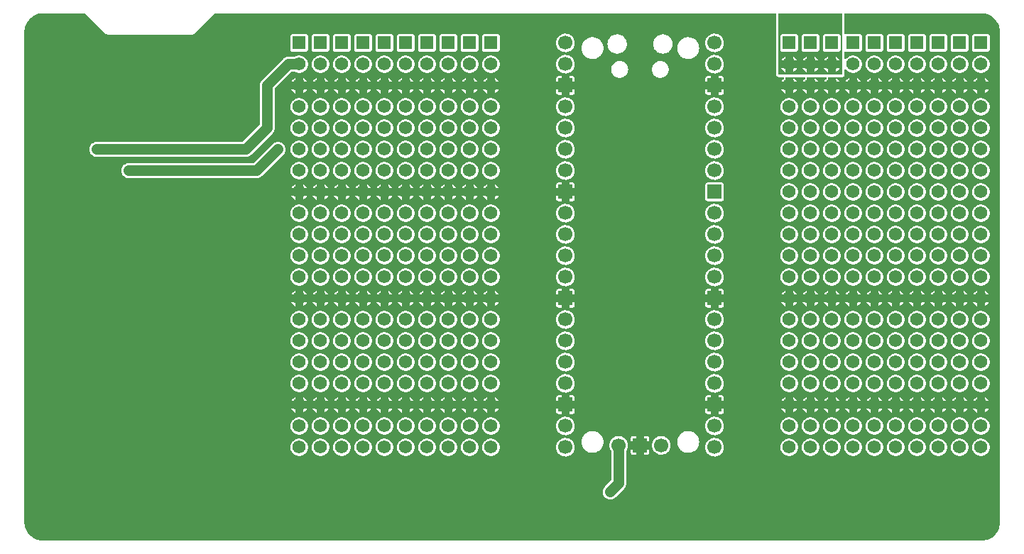
<source format=gbl>
G04 Layer: BottomLayer*
G04 EasyEDA v6.5.1, 2022-06-12 07:01:07*
G04 a67cddfb3fce44daa9051d46cbbcc19f,10*
G04 Gerber Generator version 0.2*
G04 Scale: 100 percent, Rotated: No, Reflected: No *
G04 Dimensions in inches *
G04 leading zeros omitted , absolute positions ,3 integer and 6 decimal *
%FSLAX36Y36*%
%MOIN*%

%ADD11C,0.0500*%
%ADD12C,0.0250*%
%ADD15C,0.0620*%
%ADD16R,0.0620X0.0620*%
%ADD17C,0.0669*%

%LPD*%
G36*
X3554000Y2200000D02*
G01*
X3552460Y2200300D01*
X3551180Y2201180D01*
X3550299Y2202460D01*
X3550000Y2204000D01*
X3550000Y2485800D01*
X3550299Y2487340D01*
X3551180Y2488620D01*
X3552460Y2489500D01*
X3554000Y2489800D01*
X3846000Y2489800D01*
X3847540Y2489500D01*
X3848820Y2488620D01*
X3849700Y2487340D01*
X3850000Y2485800D01*
X3850000Y2204000D01*
X3849700Y2202460D01*
X3848820Y2201180D01*
X3847540Y2200300D01*
X3846000Y2200000D01*
G37*

%LPC*%
G36*
X3782000Y2213040D02*
G01*
X3782000Y2232000D01*
X3763039Y2232000D01*
X3764320Y2229400D01*
X3767320Y2224920D01*
X3770880Y2220880D01*
X3774920Y2217320D01*
X3779400Y2214320D01*
G37*
G36*
X3618000Y2268000D02*
G01*
X3636960Y2268000D01*
X3635680Y2270600D01*
X3632679Y2275080D01*
X3629120Y2279120D01*
X3625080Y2282680D01*
X3620600Y2285680D01*
X3618000Y2286960D01*
G37*
G36*
X3563039Y2268000D02*
G01*
X3582000Y2268000D01*
X3582000Y2286960D01*
X3579400Y2285680D01*
X3574920Y2282680D01*
X3570880Y2279120D01*
X3567320Y2275080D01*
X3564320Y2270600D01*
G37*
G36*
X3718000Y2268000D02*
G01*
X3736960Y2268000D01*
X3735680Y2270600D01*
X3732679Y2275080D01*
X3729120Y2279120D01*
X3725080Y2282680D01*
X3720600Y2285680D01*
X3718000Y2286960D01*
G37*
G36*
X3663039Y2268000D02*
G01*
X3682000Y2268000D01*
X3682000Y2286960D01*
X3679400Y2285680D01*
X3674920Y2282680D01*
X3670880Y2279120D01*
X3667320Y2275080D01*
X3664320Y2270600D01*
G37*
G36*
X3582000Y2213040D02*
G01*
X3582000Y2232000D01*
X3563039Y2232000D01*
X3564320Y2229400D01*
X3567320Y2224920D01*
X3570880Y2220880D01*
X3574920Y2217320D01*
X3579400Y2214320D01*
G37*
G36*
X3682000Y2213040D02*
G01*
X3682000Y2232000D01*
X3663039Y2232000D01*
X3664320Y2229400D01*
X3667320Y2224920D01*
X3670880Y2220880D01*
X3674920Y2217320D01*
X3679400Y2214320D01*
G37*
G36*
X3763039Y2268000D02*
G01*
X3782000Y2268000D01*
X3782000Y2286960D01*
X3779400Y2285680D01*
X3774920Y2282680D01*
X3770880Y2279120D01*
X3767320Y2275080D01*
X3764320Y2270600D01*
G37*
G36*
X3618000Y2213040D02*
G01*
X3620600Y2214320D01*
X3625080Y2217320D01*
X3629120Y2220880D01*
X3632679Y2224920D01*
X3635680Y2229400D01*
X3636960Y2232000D01*
X3618000Y2232000D01*
G37*
G36*
X3818000Y2213040D02*
G01*
X3820600Y2214320D01*
X3825080Y2217320D01*
X3829120Y2220880D01*
X3832679Y2224920D01*
X3835680Y2229400D01*
X3836960Y2232000D01*
X3818000Y2232000D01*
G37*
G36*
X3718000Y2213040D02*
G01*
X3720600Y2214320D01*
X3725080Y2217320D01*
X3729120Y2220880D01*
X3732679Y2224920D01*
X3735680Y2229400D01*
X3736960Y2232000D01*
X3718000Y2232000D01*
G37*
G36*
X3818000Y2268000D02*
G01*
X3836960Y2268000D01*
X3835680Y2270600D01*
X3832679Y2275080D01*
X3829120Y2279120D01*
X3825080Y2282680D01*
X3820600Y2285680D01*
X3818000Y2286960D01*
G37*
G36*
X3669220Y2308800D02*
G01*
X3730779Y2308800D01*
X3733260Y2309080D01*
X3735419Y2309840D01*
X3737340Y2311040D01*
X3738960Y2312660D01*
X3740160Y2314580D01*
X3740920Y2316740D01*
X3741200Y2319220D01*
X3741200Y2380780D01*
X3740920Y2383260D01*
X3740160Y2385420D01*
X3738960Y2387340D01*
X3737340Y2388960D01*
X3735419Y2390160D01*
X3733260Y2390920D01*
X3730779Y2391200D01*
X3669220Y2391200D01*
X3666740Y2390920D01*
X3664580Y2390160D01*
X3662660Y2388960D01*
X3661040Y2387340D01*
X3659840Y2385420D01*
X3659080Y2383260D01*
X3658800Y2380780D01*
X3658800Y2319220D01*
X3659080Y2316740D01*
X3659840Y2314580D01*
X3661040Y2312660D01*
X3662660Y2311040D01*
X3664580Y2309840D01*
X3666740Y2309080D01*
G37*
G36*
X3769220Y2308800D02*
G01*
X3830779Y2308800D01*
X3833260Y2309080D01*
X3835419Y2309840D01*
X3837340Y2311040D01*
X3838960Y2312660D01*
X3840160Y2314580D01*
X3840920Y2316740D01*
X3841200Y2319220D01*
X3841200Y2380780D01*
X3840920Y2383260D01*
X3840160Y2385420D01*
X3838960Y2387340D01*
X3837340Y2388960D01*
X3835419Y2390160D01*
X3833260Y2390920D01*
X3830779Y2391200D01*
X3769220Y2391200D01*
X3766740Y2390920D01*
X3764580Y2390160D01*
X3762660Y2388960D01*
X3761040Y2387340D01*
X3759840Y2385420D01*
X3759080Y2383260D01*
X3758800Y2380780D01*
X3758800Y2319220D01*
X3759080Y2316740D01*
X3759840Y2314580D01*
X3761040Y2312660D01*
X3762660Y2311040D01*
X3764580Y2309840D01*
X3766740Y2309080D01*
G37*
G36*
X3569220Y2308800D02*
G01*
X3630779Y2308800D01*
X3633260Y2309080D01*
X3635419Y2309840D01*
X3637340Y2311040D01*
X3638960Y2312660D01*
X3640160Y2314580D01*
X3640920Y2316740D01*
X3641200Y2319220D01*
X3641200Y2380780D01*
X3640920Y2383260D01*
X3640160Y2385420D01*
X3638960Y2387340D01*
X3637340Y2388960D01*
X3635419Y2390160D01*
X3633260Y2390920D01*
X3630779Y2391200D01*
X3569220Y2391200D01*
X3566740Y2390920D01*
X3564580Y2390160D01*
X3562660Y2388960D01*
X3561040Y2387340D01*
X3559840Y2385420D01*
X3559080Y2383260D01*
X3558800Y2380780D01*
X3558800Y2319220D01*
X3559080Y2316740D01*
X3559840Y2314580D01*
X3561040Y2312660D01*
X3562660Y2311040D01*
X3564580Y2309840D01*
X3566740Y2309080D01*
G37*

%LPD*%
G36*
X100300Y10200D02*
G01*
X92000Y10580D01*
X84240Y11600D01*
X76600Y13320D01*
X69120Y15680D01*
X61900Y18700D01*
X54960Y22340D01*
X48360Y26560D01*
X42160Y31340D01*
X36400Y36640D01*
X31120Y42420D01*
X26360Y48640D01*
X22160Y55260D01*
X18560Y62220D01*
X15580Y69460D01*
X13240Y76920D01*
X11560Y84580D01*
X10540Y92340D01*
X10200Y100300D01*
X10200Y2399700D01*
X10580Y2408000D01*
X11620Y2415760D01*
X13320Y2423400D01*
X15700Y2430880D01*
X18700Y2438100D01*
X22340Y2445040D01*
X26560Y2451640D01*
X31340Y2457840D01*
X36640Y2463600D01*
X42420Y2468880D01*
X48640Y2473640D01*
X55260Y2477840D01*
X62220Y2481440D01*
X69460Y2484420D01*
X76940Y2486760D01*
X84580Y2488440D01*
X92340Y2489460D01*
X100300Y2489800D01*
X294120Y2489800D01*
X295640Y2489500D01*
X296940Y2488620D01*
X392680Y2392900D01*
X393820Y2391920D01*
X396360Y2390520D01*
X398480Y2389920D01*
X400160Y2389800D01*
X799840Y2389800D01*
X801340Y2389920D01*
X804120Y2390720D01*
X806040Y2391800D01*
X807320Y2392900D01*
X903060Y2488620D01*
X904360Y2489500D01*
X905879Y2489800D01*
X3535800Y2489800D01*
X3537340Y2489500D01*
X3538620Y2488620D01*
X3539500Y2487340D01*
X3539800Y2485800D01*
X3539800Y2200220D01*
X3540080Y2197740D01*
X3540840Y2195580D01*
X3542040Y2193660D01*
X3543660Y2192040D01*
X3545580Y2190840D01*
X3547740Y2190080D01*
X3550220Y2189800D01*
X3572420Y2189800D01*
X3573980Y2189480D01*
X3575299Y2188560D01*
X3576160Y2187200D01*
X3576420Y2185620D01*
X3576019Y2184080D01*
X3575059Y2182800D01*
X3570880Y2179120D01*
X3567320Y2175080D01*
X3564320Y2170600D01*
X3563039Y2168000D01*
X3582000Y2168000D01*
X3582000Y2185800D01*
X3582300Y2187340D01*
X3583180Y2188620D01*
X3584460Y2189500D01*
X3586000Y2189800D01*
X3614000Y2189800D01*
X3615539Y2189500D01*
X3616820Y2188620D01*
X3617700Y2187340D01*
X3618000Y2185800D01*
X3618000Y2168000D01*
X3636960Y2168000D01*
X3635680Y2170600D01*
X3632679Y2175080D01*
X3629120Y2179120D01*
X3624940Y2182800D01*
X3623980Y2184080D01*
X3623580Y2185620D01*
X3623840Y2187200D01*
X3624700Y2188560D01*
X3626019Y2189480D01*
X3627580Y2189800D01*
X3672420Y2189800D01*
X3673980Y2189480D01*
X3675299Y2188560D01*
X3676160Y2187200D01*
X3676420Y2185620D01*
X3676019Y2184080D01*
X3675059Y2182800D01*
X3670880Y2179120D01*
X3667320Y2175080D01*
X3664320Y2170600D01*
X3663039Y2168000D01*
X3682000Y2168000D01*
X3682000Y2185800D01*
X3682300Y2187340D01*
X3683180Y2188620D01*
X3684460Y2189500D01*
X3686000Y2189800D01*
X3714000Y2189800D01*
X3715539Y2189500D01*
X3716820Y2188620D01*
X3717700Y2187340D01*
X3718000Y2185800D01*
X3718000Y2168000D01*
X3736960Y2168000D01*
X3735680Y2170600D01*
X3732679Y2175080D01*
X3729120Y2179120D01*
X3724940Y2182800D01*
X3723980Y2184080D01*
X3723580Y2185620D01*
X3723840Y2187200D01*
X3724700Y2188560D01*
X3726019Y2189480D01*
X3727580Y2189800D01*
X3772420Y2189800D01*
X3773980Y2189480D01*
X3775299Y2188560D01*
X3776160Y2187200D01*
X3776420Y2185620D01*
X3776019Y2184080D01*
X3775059Y2182800D01*
X3770880Y2179120D01*
X3767320Y2175080D01*
X3764320Y2170600D01*
X3763039Y2168000D01*
X3782000Y2168000D01*
X3782000Y2185800D01*
X3782300Y2187340D01*
X3783180Y2188620D01*
X3784460Y2189500D01*
X3786000Y2189800D01*
X3814000Y2189800D01*
X3815539Y2189500D01*
X3816820Y2188620D01*
X3817700Y2187340D01*
X3818000Y2185800D01*
X3818000Y2168000D01*
X3836960Y2168000D01*
X3835680Y2170600D01*
X3832679Y2175080D01*
X3829120Y2179120D01*
X3824940Y2182800D01*
X3823980Y2184080D01*
X3823580Y2185620D01*
X3823840Y2187200D01*
X3824700Y2188560D01*
X3826019Y2189480D01*
X3827580Y2189800D01*
X3849780Y2189800D01*
X3852260Y2190080D01*
X3854420Y2190840D01*
X3856340Y2192040D01*
X3857960Y2193660D01*
X3859160Y2195580D01*
X3859920Y2197740D01*
X3860200Y2200220D01*
X3860200Y2222420D01*
X3860520Y2223980D01*
X3861440Y2225300D01*
X3862799Y2226160D01*
X3864380Y2226420D01*
X3865920Y2226020D01*
X3867200Y2225060D01*
X3870880Y2220880D01*
X3874920Y2217320D01*
X3879400Y2214320D01*
X3884240Y2211940D01*
X3889340Y2210220D01*
X3894620Y2209160D01*
X3900000Y2208800D01*
X3905380Y2209160D01*
X3910659Y2210220D01*
X3915760Y2211940D01*
X3920600Y2214320D01*
X3925080Y2217320D01*
X3929120Y2220880D01*
X3932679Y2224920D01*
X3935680Y2229400D01*
X3938060Y2234240D01*
X3939780Y2239340D01*
X3940840Y2244620D01*
X3941200Y2250000D01*
X3940840Y2255380D01*
X3939780Y2260660D01*
X3938060Y2265760D01*
X3935680Y2270600D01*
X3932679Y2275080D01*
X3929120Y2279120D01*
X3925080Y2282680D01*
X3920600Y2285680D01*
X3915760Y2288060D01*
X3910659Y2289780D01*
X3905380Y2290840D01*
X3900000Y2291200D01*
X3894620Y2290840D01*
X3889340Y2289780D01*
X3884240Y2288060D01*
X3879400Y2285680D01*
X3874920Y2282680D01*
X3870880Y2279120D01*
X3867200Y2274940D01*
X3865920Y2273980D01*
X3864380Y2273580D01*
X3862799Y2273840D01*
X3861440Y2274700D01*
X3860520Y2276020D01*
X3860200Y2277580D01*
X3860200Y2305720D01*
X3860480Y2307220D01*
X3861300Y2308500D01*
X3862540Y2309380D01*
X3864020Y2309720D01*
X3865520Y2309500D01*
X3866740Y2309080D01*
X3869220Y2308800D01*
X3930779Y2308800D01*
X3933260Y2309080D01*
X3935419Y2309840D01*
X3937340Y2311040D01*
X3938960Y2312660D01*
X3940160Y2314580D01*
X3940920Y2316740D01*
X3941200Y2319220D01*
X3941200Y2380780D01*
X3940920Y2383260D01*
X3940160Y2385420D01*
X3938960Y2387340D01*
X3937340Y2388960D01*
X3935419Y2390160D01*
X3933260Y2390920D01*
X3930779Y2391200D01*
X3869220Y2391200D01*
X3866740Y2390920D01*
X3865520Y2390500D01*
X3864020Y2390280D01*
X3862540Y2390620D01*
X3861300Y2391500D01*
X3860480Y2392780D01*
X3860200Y2394260D01*
X3860200Y2485800D01*
X3860500Y2487340D01*
X3861380Y2488620D01*
X3862660Y2489500D01*
X3864200Y2489800D01*
X4499700Y2489800D01*
X4508000Y2489420D01*
X4515760Y2488380D01*
X4523400Y2486680D01*
X4530880Y2484300D01*
X4538100Y2481300D01*
X4545040Y2477660D01*
X4551640Y2473440D01*
X4557840Y2468660D01*
X4563600Y2463360D01*
X4568900Y2457580D01*
X4573640Y2451360D01*
X4577840Y2444740D01*
X4581440Y2437780D01*
X4584420Y2430540D01*
X4586760Y2423060D01*
X4588440Y2415420D01*
X4589460Y2407660D01*
X4589800Y2399700D01*
X4589800Y100300D01*
X4589420Y92000D01*
X4588380Y84240D01*
X4586680Y76600D01*
X4584300Y69120D01*
X4581300Y61900D01*
X4577660Y54960D01*
X4573440Y48360D01*
X4568660Y42160D01*
X4563360Y36380D01*
X4557580Y31100D01*
X4551360Y26360D01*
X4544740Y22160D01*
X4537780Y18560D01*
X4530540Y15560D01*
X4523060Y13220D01*
X4515420Y11540D01*
X4507660Y10540D01*
X4499700Y10200D01*
G37*

%LPC*%
G36*
X1600000Y1308800D02*
G01*
X1605380Y1309160D01*
X1610660Y1310220D01*
X1615760Y1311940D01*
X1620600Y1314319D01*
X1625080Y1317320D01*
X1629120Y1320880D01*
X1632680Y1324920D01*
X1635680Y1329400D01*
X1638060Y1334240D01*
X1639780Y1339340D01*
X1640840Y1344620D01*
X1641200Y1350000D01*
X1640840Y1355380D01*
X1639780Y1360660D01*
X1638060Y1365760D01*
X1635680Y1370600D01*
X1632680Y1375080D01*
X1629120Y1379120D01*
X1625080Y1382680D01*
X1620600Y1385680D01*
X1615760Y1388060D01*
X1610660Y1389780D01*
X1605380Y1390840D01*
X1600000Y1391200D01*
X1594620Y1390840D01*
X1589340Y1389780D01*
X1584240Y1388060D01*
X1579400Y1385680D01*
X1574920Y1382680D01*
X1570880Y1379120D01*
X1567320Y1375080D01*
X1564319Y1370600D01*
X1561940Y1365760D01*
X1560220Y1360660D01*
X1559160Y1355380D01*
X1558800Y1350000D01*
X1559160Y1344620D01*
X1560220Y1339340D01*
X1561940Y1334240D01*
X1564319Y1329400D01*
X1567320Y1324920D01*
X1570880Y1320880D01*
X1574920Y1317320D01*
X1579400Y1314319D01*
X1584240Y1311940D01*
X1589340Y1310220D01*
X1594620Y1309160D01*
G37*
G36*
X3251400Y406360D02*
G01*
X3256960Y406900D01*
X3262420Y408140D01*
X3267679Y410080D01*
X3272640Y412660D01*
X3277220Y415860D01*
X3281360Y419620D01*
X3284980Y423880D01*
X3288039Y428579D01*
X3290460Y433620D01*
X3292220Y438920D01*
X3293300Y444420D01*
X3293660Y450000D01*
X3293300Y455580D01*
X3292220Y461079D01*
X3290460Y466380D01*
X3288039Y471420D01*
X3284980Y476120D01*
X3281360Y480379D01*
X3277220Y484140D01*
X3272640Y487340D01*
X3267679Y489920D01*
X3262420Y491860D01*
X3256960Y493100D01*
X3251400Y493640D01*
X3245800Y493459D01*
X3240280Y492560D01*
X3234920Y490980D01*
X3229800Y488700D01*
X3225020Y485800D01*
X3220640Y482320D01*
X3216760Y478300D01*
X3213420Y473820D01*
X3210659Y468940D01*
X3208560Y463760D01*
X3207140Y458340D01*
X3206440Y452800D01*
X3206440Y447200D01*
X3207140Y441659D01*
X3208560Y436240D01*
X3210659Y431060D01*
X3213420Y426180D01*
X3216760Y421700D01*
X3220640Y417680D01*
X3225020Y414200D01*
X3229800Y411300D01*
X3234920Y409020D01*
X3240280Y407440D01*
X3245800Y406540D01*
G37*
G36*
X2551400Y406360D02*
G01*
X2556960Y406900D01*
X2562420Y408140D01*
X2567679Y410080D01*
X2572640Y412660D01*
X2577220Y415860D01*
X2581360Y419620D01*
X2584980Y423880D01*
X2588039Y428579D01*
X2590460Y433620D01*
X2592220Y438920D01*
X2593300Y444420D01*
X2593660Y450000D01*
X2593300Y455580D01*
X2592220Y461079D01*
X2590460Y466380D01*
X2588039Y471420D01*
X2584980Y476120D01*
X2581360Y480379D01*
X2577220Y484140D01*
X2572640Y487340D01*
X2567679Y489920D01*
X2562420Y491860D01*
X2556960Y493100D01*
X2551400Y493640D01*
X2545800Y493459D01*
X2540280Y492560D01*
X2534920Y490980D01*
X2529800Y488700D01*
X2525020Y485800D01*
X2520640Y482320D01*
X2516760Y478300D01*
X2513420Y473820D01*
X2510660Y468940D01*
X2508560Y463760D01*
X2507140Y458340D01*
X2506440Y452800D01*
X2506440Y447200D01*
X2507140Y441659D01*
X2508560Y436240D01*
X2510660Y431060D01*
X2513420Y426180D01*
X2516760Y421700D01*
X2520640Y417680D01*
X2525020Y414200D01*
X2529800Y411300D01*
X2534920Y409020D01*
X2540280Y407440D01*
X2545800Y406540D01*
G37*
G36*
X4000000Y408800D02*
G01*
X4005380Y409159D01*
X4010659Y410220D01*
X4015760Y411940D01*
X4020600Y414320D01*
X4025080Y417320D01*
X4029120Y420880D01*
X4032679Y424920D01*
X4035680Y429400D01*
X4038060Y434240D01*
X4039780Y439340D01*
X4040840Y444620D01*
X4041200Y450000D01*
X4040840Y455379D01*
X4039780Y460660D01*
X4038060Y465760D01*
X4035680Y470600D01*
X4032679Y475080D01*
X4029120Y479120D01*
X4025080Y482680D01*
X4020600Y485680D01*
X4015760Y488060D01*
X4010659Y489780D01*
X4005380Y490840D01*
X4000000Y491200D01*
X3994620Y490840D01*
X3989340Y489780D01*
X3984240Y488060D01*
X3979400Y485680D01*
X3974920Y482680D01*
X3970880Y479120D01*
X3967320Y475080D01*
X3964320Y470600D01*
X3961940Y465760D01*
X3960220Y460660D01*
X3959160Y455379D01*
X3958800Y450000D01*
X3959160Y444620D01*
X3960220Y439340D01*
X3961940Y434240D01*
X3964320Y429400D01*
X3967320Y424920D01*
X3970880Y420880D01*
X3974920Y417320D01*
X3979400Y414320D01*
X3984240Y411940D01*
X3989340Y410220D01*
X3994620Y409159D01*
G37*
G36*
X1800000Y408800D02*
G01*
X1805380Y409159D01*
X1810660Y410220D01*
X1815760Y411940D01*
X1820600Y414320D01*
X1825080Y417320D01*
X1829120Y420880D01*
X1832680Y424920D01*
X1835680Y429400D01*
X1838060Y434240D01*
X1839780Y439340D01*
X1840840Y444620D01*
X1841200Y450000D01*
X1840840Y455379D01*
X1839780Y460660D01*
X1838060Y465760D01*
X1835680Y470600D01*
X1832680Y475080D01*
X1829120Y479120D01*
X1825080Y482680D01*
X1820600Y485680D01*
X1815760Y488060D01*
X1810660Y489780D01*
X1805380Y490840D01*
X1800000Y491200D01*
X1794620Y490840D01*
X1789340Y489780D01*
X1784240Y488060D01*
X1779400Y485680D01*
X1774920Y482680D01*
X1770880Y479120D01*
X1767320Y475080D01*
X1764319Y470600D01*
X1761940Y465760D01*
X1760220Y460660D01*
X1759160Y455379D01*
X1758800Y450000D01*
X1759160Y444620D01*
X1760220Y439340D01*
X1761940Y434240D01*
X1764319Y429400D01*
X1767320Y424920D01*
X1770880Y420880D01*
X1774920Y417320D01*
X1779400Y414320D01*
X1784240Y411940D01*
X1789340Y410220D01*
X1794620Y409159D01*
G37*
G36*
X4100000Y408800D02*
G01*
X4105380Y409159D01*
X4110659Y410220D01*
X4115760Y411940D01*
X4120600Y414320D01*
X4125080Y417320D01*
X4129120Y420880D01*
X4132679Y424920D01*
X4135680Y429400D01*
X4138060Y434240D01*
X4139780Y439340D01*
X4140840Y444620D01*
X4141200Y450000D01*
X4140840Y455379D01*
X4139780Y460660D01*
X4138060Y465760D01*
X4135680Y470600D01*
X4132679Y475080D01*
X4129120Y479120D01*
X4125080Y482680D01*
X4120600Y485680D01*
X4115760Y488060D01*
X4110659Y489780D01*
X4105380Y490840D01*
X4100000Y491200D01*
X4094620Y490840D01*
X4089340Y489780D01*
X4084240Y488060D01*
X4079400Y485680D01*
X4074920Y482680D01*
X4070880Y479120D01*
X4067320Y475080D01*
X4064320Y470600D01*
X4061940Y465760D01*
X4060220Y460660D01*
X4059160Y455379D01*
X4058800Y450000D01*
X4059160Y444620D01*
X4060220Y439340D01*
X4061940Y434240D01*
X4064320Y429400D01*
X4067320Y424920D01*
X4070880Y420880D01*
X4074920Y417320D01*
X4079400Y414320D01*
X4084240Y411940D01*
X4089340Y410220D01*
X4094620Y409159D01*
G37*
G36*
X1700000Y408800D02*
G01*
X1705380Y409159D01*
X1710660Y410220D01*
X1715760Y411940D01*
X1720600Y414320D01*
X1725080Y417320D01*
X1729120Y420880D01*
X1732680Y424920D01*
X1735680Y429400D01*
X1738060Y434240D01*
X1739780Y439340D01*
X1740840Y444620D01*
X1741200Y450000D01*
X1740840Y455379D01*
X1739780Y460660D01*
X1738060Y465760D01*
X1735680Y470600D01*
X1732680Y475080D01*
X1729120Y479120D01*
X1725080Y482680D01*
X1720600Y485680D01*
X1715760Y488060D01*
X1710660Y489780D01*
X1705380Y490840D01*
X1700000Y491200D01*
X1694620Y490840D01*
X1689340Y489780D01*
X1684240Y488060D01*
X1679400Y485680D01*
X1674920Y482680D01*
X1670880Y479120D01*
X1667320Y475080D01*
X1664319Y470600D01*
X1661940Y465760D01*
X1660220Y460660D01*
X1659160Y455379D01*
X1658800Y450000D01*
X1659160Y444620D01*
X1660220Y439340D01*
X1661940Y434240D01*
X1664319Y429400D01*
X1667320Y424920D01*
X1670880Y420880D01*
X1674920Y417320D01*
X1679400Y414320D01*
X1684240Y411940D01*
X1689340Y410220D01*
X1694620Y409159D01*
G37*
G36*
X4200000Y408800D02*
G01*
X4205380Y409159D01*
X4210660Y410220D01*
X4215760Y411940D01*
X4220600Y414320D01*
X4225080Y417320D01*
X4229120Y420880D01*
X4232680Y424920D01*
X4235680Y429400D01*
X4238060Y434240D01*
X4239780Y439340D01*
X4240840Y444620D01*
X4241200Y450000D01*
X4240840Y455379D01*
X4239780Y460660D01*
X4238060Y465760D01*
X4235680Y470600D01*
X4232680Y475080D01*
X4229120Y479120D01*
X4225080Y482680D01*
X4220600Y485680D01*
X4215760Y488060D01*
X4210660Y489780D01*
X4205380Y490840D01*
X4200000Y491200D01*
X4194620Y490840D01*
X4189340Y489780D01*
X4184240Y488060D01*
X4179400Y485680D01*
X4174920Y482680D01*
X4170880Y479120D01*
X4167320Y475080D01*
X4164320Y470600D01*
X4161940Y465760D01*
X4160220Y460660D01*
X4159160Y455379D01*
X4158800Y450000D01*
X4159160Y444620D01*
X4160220Y439340D01*
X4161940Y434240D01*
X4164320Y429400D01*
X4167320Y424920D01*
X4170880Y420880D01*
X4174920Y417320D01*
X4179400Y414320D01*
X4184240Y411940D01*
X4189340Y410220D01*
X4194620Y409159D01*
G37*
G36*
X1900000Y408800D02*
G01*
X1905380Y409159D01*
X1910660Y410220D01*
X1915760Y411940D01*
X1920600Y414320D01*
X1925080Y417320D01*
X1929120Y420880D01*
X1932680Y424920D01*
X1935680Y429400D01*
X1938060Y434240D01*
X1939780Y439340D01*
X1940840Y444620D01*
X1941200Y450000D01*
X1940840Y455379D01*
X1939780Y460660D01*
X1938060Y465760D01*
X1935680Y470600D01*
X1932680Y475080D01*
X1929120Y479120D01*
X1925080Y482680D01*
X1920600Y485680D01*
X1915760Y488060D01*
X1910660Y489780D01*
X1905380Y490840D01*
X1900000Y491200D01*
X1894620Y490840D01*
X1889340Y489780D01*
X1884240Y488060D01*
X1879400Y485680D01*
X1874920Y482680D01*
X1870880Y479120D01*
X1867320Y475080D01*
X1864319Y470600D01*
X1861940Y465760D01*
X1860220Y460660D01*
X1859160Y455379D01*
X1858800Y450000D01*
X1859160Y444620D01*
X1860220Y439340D01*
X1861940Y434240D01*
X1864319Y429400D01*
X1867320Y424920D01*
X1870880Y420880D01*
X1874920Y417320D01*
X1879400Y414320D01*
X1884240Y411940D01*
X1889340Y410220D01*
X1894620Y409159D01*
G37*
G36*
X3900000Y408800D02*
G01*
X3905380Y409159D01*
X3910659Y410220D01*
X3915760Y411940D01*
X3920600Y414320D01*
X3925080Y417320D01*
X3929120Y420880D01*
X3932679Y424920D01*
X3935680Y429400D01*
X3938060Y434240D01*
X3939780Y439340D01*
X3940840Y444620D01*
X3941200Y450000D01*
X3940840Y455379D01*
X3939780Y460660D01*
X3938060Y465760D01*
X3935680Y470600D01*
X3932679Y475080D01*
X3929120Y479120D01*
X3925080Y482680D01*
X3920600Y485680D01*
X3915760Y488060D01*
X3910659Y489780D01*
X3905380Y490840D01*
X3900000Y491200D01*
X3894620Y490840D01*
X3889340Y489780D01*
X3884240Y488060D01*
X3879400Y485680D01*
X3874920Y482680D01*
X3870880Y479120D01*
X3867320Y475080D01*
X3864320Y470600D01*
X3861940Y465760D01*
X3860220Y460660D01*
X3859160Y455379D01*
X3858800Y450000D01*
X3859160Y444620D01*
X3860220Y439340D01*
X3861940Y434240D01*
X3864320Y429400D01*
X3867320Y424920D01*
X3870880Y420880D01*
X3874920Y417320D01*
X3879400Y414320D01*
X3884240Y411940D01*
X3889340Y410220D01*
X3894620Y409159D01*
G37*
G36*
X1600000Y408800D02*
G01*
X1605380Y409159D01*
X1610660Y410220D01*
X1615760Y411940D01*
X1620600Y414320D01*
X1625080Y417320D01*
X1629120Y420880D01*
X1632680Y424920D01*
X1635680Y429400D01*
X1638060Y434240D01*
X1639780Y439340D01*
X1640840Y444620D01*
X1641200Y450000D01*
X1640840Y455379D01*
X1639780Y460660D01*
X1638060Y465760D01*
X1635680Y470600D01*
X1632680Y475080D01*
X1629120Y479120D01*
X1625080Y482680D01*
X1620600Y485680D01*
X1615760Y488060D01*
X1610660Y489780D01*
X1605380Y490840D01*
X1600000Y491200D01*
X1594620Y490840D01*
X1589340Y489780D01*
X1584240Y488060D01*
X1579400Y485680D01*
X1574920Y482680D01*
X1570880Y479120D01*
X1567320Y475080D01*
X1564319Y470600D01*
X1561940Y465760D01*
X1560220Y460660D01*
X1559160Y455379D01*
X1558800Y450000D01*
X1559160Y444620D01*
X1560220Y439340D01*
X1561940Y434240D01*
X1564319Y429400D01*
X1567320Y424920D01*
X1570880Y420880D01*
X1574920Y417320D01*
X1579400Y414320D01*
X1584240Y411940D01*
X1589340Y410220D01*
X1594620Y409159D01*
G37*
G36*
X2000000Y408800D02*
G01*
X2005380Y409159D01*
X2010660Y410220D01*
X2015760Y411940D01*
X2020600Y414320D01*
X2025080Y417320D01*
X2029120Y420880D01*
X2032680Y424920D01*
X2035680Y429400D01*
X2038060Y434240D01*
X2039780Y439340D01*
X2040840Y444620D01*
X2041200Y450000D01*
X2040840Y455379D01*
X2039780Y460660D01*
X2038060Y465760D01*
X2035680Y470600D01*
X2032680Y475080D01*
X2029120Y479120D01*
X2025080Y482680D01*
X2020600Y485680D01*
X2015760Y488060D01*
X2010660Y489780D01*
X2005380Y490840D01*
X2000000Y491200D01*
X1994620Y490840D01*
X1989340Y489780D01*
X1984240Y488060D01*
X1979400Y485680D01*
X1974920Y482680D01*
X1970880Y479120D01*
X1967320Y475080D01*
X1964319Y470600D01*
X1961940Y465760D01*
X1960220Y460660D01*
X1959160Y455379D01*
X1958800Y450000D01*
X1959160Y444620D01*
X1960220Y439340D01*
X1961940Y434240D01*
X1964319Y429400D01*
X1967320Y424920D01*
X1970880Y420880D01*
X1974920Y417320D01*
X1979400Y414320D01*
X1984240Y411940D01*
X1989340Y410220D01*
X1994620Y409159D01*
G37*
G36*
X3800000Y408800D02*
G01*
X3805380Y409159D01*
X3810659Y410220D01*
X3815760Y411940D01*
X3820600Y414320D01*
X3825080Y417320D01*
X3829120Y420880D01*
X3832679Y424920D01*
X3835680Y429400D01*
X3838060Y434240D01*
X3839780Y439340D01*
X3840840Y444620D01*
X3841200Y450000D01*
X3840840Y455379D01*
X3839780Y460660D01*
X3838060Y465760D01*
X3835680Y470600D01*
X3832679Y475080D01*
X3829120Y479120D01*
X3825080Y482680D01*
X3820600Y485680D01*
X3815760Y488060D01*
X3810659Y489780D01*
X3805380Y490840D01*
X3800000Y491200D01*
X3794620Y490840D01*
X3789340Y489780D01*
X3784240Y488060D01*
X3779400Y485680D01*
X3774920Y482680D01*
X3770880Y479120D01*
X3767320Y475080D01*
X3764320Y470600D01*
X3761940Y465760D01*
X3760220Y460660D01*
X3759160Y455379D01*
X3758800Y450000D01*
X3759160Y444620D01*
X3760220Y439340D01*
X3761940Y434240D01*
X3764320Y429400D01*
X3767320Y424920D01*
X3770880Y420880D01*
X3774920Y417320D01*
X3779400Y414320D01*
X3784240Y411940D01*
X3789340Y410220D01*
X3794620Y409159D01*
G37*
G36*
X4400000Y408800D02*
G01*
X4405380Y409159D01*
X4410660Y410220D01*
X4415760Y411940D01*
X4420600Y414320D01*
X4425080Y417320D01*
X4429120Y420880D01*
X4432680Y424920D01*
X4435680Y429400D01*
X4438060Y434240D01*
X4439780Y439340D01*
X4440840Y444620D01*
X4441200Y450000D01*
X4440840Y455379D01*
X4439780Y460660D01*
X4438060Y465760D01*
X4435680Y470600D01*
X4432680Y475080D01*
X4429120Y479120D01*
X4425080Y482680D01*
X4420600Y485680D01*
X4415760Y488060D01*
X4410660Y489780D01*
X4405380Y490840D01*
X4400000Y491200D01*
X4394620Y490840D01*
X4389340Y489780D01*
X4384240Y488060D01*
X4379400Y485680D01*
X4374920Y482680D01*
X4370880Y479120D01*
X4367320Y475080D01*
X4364320Y470600D01*
X4361940Y465760D01*
X4360220Y460660D01*
X4359160Y455379D01*
X4358800Y450000D01*
X4359160Y444620D01*
X4360220Y439340D01*
X4361940Y434240D01*
X4364320Y429400D01*
X4367320Y424920D01*
X4370880Y420880D01*
X4374920Y417320D01*
X4379400Y414320D01*
X4384240Y411940D01*
X4389340Y410220D01*
X4394620Y409159D01*
G37*
G36*
X1400000Y408800D02*
G01*
X1405380Y409159D01*
X1410660Y410220D01*
X1415760Y411940D01*
X1420600Y414320D01*
X1425080Y417320D01*
X1429120Y420880D01*
X1432680Y424920D01*
X1435680Y429400D01*
X1438060Y434240D01*
X1439780Y439340D01*
X1440840Y444620D01*
X1441200Y450000D01*
X1440840Y455379D01*
X1439780Y460660D01*
X1438060Y465760D01*
X1435680Y470600D01*
X1432680Y475080D01*
X1429120Y479120D01*
X1425080Y482680D01*
X1420600Y485680D01*
X1415760Y488060D01*
X1410660Y489780D01*
X1405380Y490840D01*
X1400000Y491200D01*
X1394620Y490840D01*
X1389340Y489780D01*
X1384240Y488060D01*
X1379400Y485680D01*
X1374920Y482680D01*
X1370880Y479120D01*
X1367320Y475080D01*
X1364319Y470600D01*
X1361940Y465760D01*
X1360220Y460660D01*
X1359160Y455379D01*
X1358800Y450000D01*
X1359160Y444620D01*
X1360220Y439340D01*
X1361940Y434240D01*
X1364319Y429400D01*
X1367320Y424920D01*
X1370880Y420880D01*
X1374920Y417320D01*
X1379400Y414320D01*
X1384240Y411940D01*
X1389340Y410220D01*
X1394620Y409159D01*
G37*
G36*
X2200000Y408800D02*
G01*
X2205380Y409159D01*
X2210660Y410220D01*
X2215760Y411940D01*
X2220600Y414320D01*
X2225080Y417320D01*
X2229120Y420880D01*
X2232680Y424920D01*
X2235680Y429400D01*
X2238060Y434240D01*
X2239780Y439340D01*
X2240840Y444620D01*
X2241200Y450000D01*
X2240840Y455379D01*
X2239780Y460660D01*
X2238060Y465760D01*
X2235680Y470600D01*
X2232680Y475080D01*
X2229120Y479120D01*
X2225080Y482680D01*
X2220600Y485680D01*
X2215760Y488060D01*
X2210660Y489780D01*
X2205380Y490840D01*
X2200000Y491200D01*
X2194620Y490840D01*
X2189340Y489780D01*
X2184240Y488060D01*
X2179400Y485680D01*
X2174920Y482680D01*
X2170880Y479120D01*
X2167320Y475080D01*
X2164320Y470600D01*
X2161940Y465760D01*
X2160220Y460660D01*
X2159160Y455379D01*
X2158800Y450000D01*
X2159160Y444620D01*
X2160220Y439340D01*
X2161940Y434240D01*
X2164320Y429400D01*
X2167320Y424920D01*
X2170880Y420880D01*
X2174920Y417320D01*
X2179400Y414320D01*
X2184240Y411940D01*
X2189340Y410220D01*
X2194620Y409159D01*
G37*
G36*
X3600000Y408800D02*
G01*
X3605380Y409159D01*
X3610659Y410220D01*
X3615760Y411940D01*
X3620600Y414320D01*
X3625080Y417320D01*
X3629120Y420880D01*
X3632679Y424920D01*
X3635680Y429400D01*
X3638060Y434240D01*
X3639780Y439340D01*
X3640840Y444620D01*
X3641200Y450000D01*
X3640840Y455379D01*
X3639780Y460660D01*
X3638060Y465760D01*
X3635680Y470600D01*
X3632679Y475080D01*
X3629120Y479120D01*
X3625080Y482680D01*
X3620600Y485680D01*
X3615760Y488060D01*
X3610659Y489780D01*
X3605380Y490840D01*
X3600000Y491200D01*
X3594620Y490840D01*
X3589340Y489780D01*
X3584240Y488060D01*
X3579400Y485680D01*
X3574920Y482680D01*
X3570880Y479120D01*
X3567320Y475080D01*
X3564320Y470600D01*
X3561940Y465760D01*
X3560220Y460660D01*
X3559160Y455379D01*
X3558800Y450000D01*
X3559160Y444620D01*
X3560220Y439340D01*
X3561940Y434240D01*
X3564320Y429400D01*
X3567320Y424920D01*
X3570880Y420880D01*
X3574920Y417320D01*
X3579400Y414320D01*
X3584240Y411940D01*
X3589340Y410220D01*
X3594620Y409159D01*
G37*
G36*
X4300000Y408800D02*
G01*
X4305380Y409159D01*
X4310660Y410220D01*
X4315760Y411940D01*
X4320600Y414320D01*
X4325080Y417320D01*
X4329120Y420880D01*
X4332680Y424920D01*
X4335680Y429400D01*
X4338060Y434240D01*
X4339780Y439340D01*
X4340840Y444620D01*
X4341200Y450000D01*
X4340840Y455379D01*
X4339780Y460660D01*
X4338060Y465760D01*
X4335680Y470600D01*
X4332680Y475080D01*
X4329120Y479120D01*
X4325080Y482680D01*
X4320600Y485680D01*
X4315760Y488060D01*
X4310660Y489780D01*
X4305380Y490840D01*
X4300000Y491200D01*
X4294620Y490840D01*
X4289340Y489780D01*
X4284240Y488060D01*
X4279400Y485680D01*
X4274920Y482680D01*
X4270880Y479120D01*
X4267320Y475080D01*
X4264320Y470600D01*
X4261940Y465760D01*
X4260220Y460660D01*
X4259160Y455379D01*
X4258800Y450000D01*
X4259160Y444620D01*
X4260220Y439340D01*
X4261940Y434240D01*
X4264320Y429400D01*
X4267320Y424920D01*
X4270880Y420880D01*
X4274920Y417320D01*
X4279400Y414320D01*
X4284240Y411940D01*
X4289340Y410220D01*
X4294620Y409159D01*
G37*
G36*
X1500000Y408800D02*
G01*
X1505380Y409159D01*
X1510660Y410220D01*
X1515760Y411940D01*
X1520600Y414320D01*
X1525080Y417320D01*
X1529120Y420880D01*
X1532680Y424920D01*
X1535680Y429400D01*
X1538060Y434240D01*
X1539780Y439340D01*
X1540840Y444620D01*
X1541200Y450000D01*
X1540840Y455379D01*
X1539780Y460660D01*
X1538060Y465760D01*
X1535680Y470600D01*
X1532680Y475080D01*
X1529120Y479120D01*
X1525080Y482680D01*
X1520600Y485680D01*
X1515760Y488060D01*
X1510660Y489780D01*
X1505380Y490840D01*
X1500000Y491200D01*
X1494620Y490840D01*
X1489340Y489780D01*
X1484240Y488060D01*
X1479400Y485680D01*
X1474920Y482680D01*
X1470880Y479120D01*
X1467320Y475080D01*
X1464319Y470600D01*
X1461940Y465760D01*
X1460220Y460660D01*
X1459160Y455379D01*
X1458800Y450000D01*
X1459160Y444620D01*
X1460220Y439340D01*
X1461940Y434240D01*
X1464319Y429400D01*
X1467320Y424920D01*
X1470880Y420880D01*
X1474920Y417320D01*
X1479400Y414320D01*
X1484240Y411940D01*
X1489340Y410220D01*
X1494620Y409159D01*
G37*
G36*
X4500000Y408800D02*
G01*
X4505380Y409159D01*
X4510660Y410220D01*
X4515760Y411940D01*
X4520600Y414320D01*
X4525080Y417320D01*
X4529120Y420880D01*
X4532680Y424920D01*
X4535680Y429400D01*
X4538060Y434240D01*
X4539780Y439340D01*
X4540840Y444620D01*
X4541200Y450000D01*
X4540840Y455379D01*
X4539780Y460660D01*
X4538060Y465760D01*
X4535680Y470600D01*
X4532680Y475080D01*
X4529120Y479120D01*
X4525080Y482680D01*
X4520600Y485680D01*
X4515760Y488060D01*
X4510660Y489780D01*
X4505380Y490840D01*
X4500000Y491200D01*
X4494620Y490840D01*
X4489340Y489780D01*
X4484240Y488060D01*
X4479400Y485680D01*
X4474920Y482680D01*
X4470880Y479120D01*
X4467320Y475080D01*
X4464320Y470600D01*
X4461940Y465760D01*
X4460220Y460660D01*
X4459160Y455379D01*
X4458800Y450000D01*
X4459160Y444620D01*
X4460220Y439340D01*
X4461940Y434240D01*
X4464320Y429400D01*
X4467320Y424920D01*
X4470880Y420880D01*
X4474920Y417320D01*
X4479400Y414320D01*
X4484240Y411940D01*
X4489340Y410220D01*
X4494620Y409159D01*
G37*
G36*
X2100000Y408800D02*
G01*
X2105380Y409159D01*
X2110660Y410220D01*
X2115760Y411940D01*
X2120600Y414320D01*
X2125080Y417320D01*
X2129120Y420880D01*
X2132680Y424920D01*
X2135680Y429400D01*
X2138060Y434240D01*
X2139780Y439340D01*
X2140840Y444620D01*
X2141200Y450000D01*
X2140840Y455379D01*
X2139780Y460660D01*
X2138060Y465760D01*
X2135680Y470600D01*
X2132680Y475080D01*
X2129120Y479120D01*
X2125080Y482680D01*
X2120600Y485680D01*
X2115760Y488060D01*
X2110660Y489780D01*
X2105380Y490840D01*
X2100000Y491200D01*
X2094620Y490840D01*
X2089340Y489780D01*
X2084240Y488060D01*
X2079400Y485680D01*
X2074920Y482680D01*
X2070880Y479120D01*
X2067320Y475080D01*
X2064319Y470600D01*
X2061940Y465760D01*
X2060220Y460660D01*
X2059160Y455379D01*
X2058800Y450000D01*
X2059160Y444620D01*
X2060220Y439340D01*
X2061940Y434240D01*
X2064319Y429400D01*
X2067320Y424920D01*
X2070880Y420880D01*
X2074920Y417320D01*
X2079400Y414320D01*
X2084240Y411940D01*
X2089340Y410220D01*
X2094620Y409159D01*
G37*
G36*
X1300000Y408800D02*
G01*
X1305380Y409159D01*
X1310660Y410220D01*
X1315760Y411940D01*
X1320600Y414320D01*
X1325080Y417320D01*
X1329120Y420880D01*
X1332680Y424920D01*
X1335680Y429400D01*
X1338060Y434240D01*
X1339780Y439340D01*
X1340840Y444620D01*
X1341200Y450000D01*
X1340840Y455379D01*
X1339780Y460660D01*
X1338060Y465760D01*
X1335680Y470600D01*
X1332680Y475080D01*
X1329120Y479120D01*
X1325080Y482680D01*
X1320600Y485680D01*
X1315760Y488060D01*
X1310660Y489780D01*
X1305380Y490840D01*
X1300000Y491200D01*
X1294620Y490840D01*
X1289340Y489780D01*
X1284240Y488060D01*
X1279400Y485680D01*
X1274920Y482680D01*
X1270880Y479120D01*
X1267320Y475080D01*
X1264320Y470600D01*
X1261940Y465760D01*
X1260220Y460660D01*
X1259160Y455379D01*
X1258800Y450000D01*
X1259160Y444620D01*
X1260220Y439340D01*
X1261940Y434240D01*
X1264320Y429400D01*
X1267320Y424920D01*
X1270880Y420880D01*
X1274920Y417320D01*
X1279400Y414320D01*
X1284240Y411940D01*
X1289340Y410220D01*
X1294620Y409159D01*
G37*
G36*
X3700000Y408800D02*
G01*
X3705380Y409159D01*
X3710659Y410220D01*
X3715760Y411940D01*
X3720600Y414320D01*
X3725080Y417320D01*
X3729120Y420880D01*
X3732679Y424920D01*
X3735680Y429400D01*
X3738060Y434240D01*
X3739780Y439340D01*
X3740840Y444620D01*
X3741200Y450000D01*
X3740840Y455379D01*
X3739780Y460660D01*
X3738060Y465760D01*
X3735680Y470600D01*
X3732679Y475080D01*
X3729120Y479120D01*
X3725080Y482680D01*
X3720600Y485680D01*
X3715760Y488060D01*
X3710659Y489780D01*
X3705380Y490840D01*
X3700000Y491200D01*
X3694620Y490840D01*
X3689340Y489780D01*
X3684240Y488060D01*
X3679400Y485680D01*
X3674920Y482680D01*
X3670880Y479120D01*
X3667320Y475080D01*
X3664320Y470600D01*
X3661940Y465760D01*
X3660220Y460660D01*
X3659160Y455379D01*
X3658800Y450000D01*
X3659160Y444620D01*
X3660220Y439340D01*
X3661940Y434240D01*
X3664320Y429400D01*
X3667320Y424920D01*
X3670880Y420880D01*
X3674920Y417320D01*
X3679400Y414320D01*
X3684240Y411940D01*
X3689340Y410220D01*
X3694620Y409159D01*
G37*
G36*
X2919240Y415400D02*
G01*
X2933240Y415400D01*
X2935720Y415680D01*
X2937880Y416420D01*
X2939800Y417640D01*
X2941420Y419260D01*
X2942640Y421180D01*
X2943380Y423340D01*
X2943660Y425820D01*
X2943660Y439820D01*
X2919240Y439820D01*
G37*
G36*
X2866760Y415400D02*
G01*
X2880760Y415400D01*
X2880760Y439820D01*
X2856340Y439820D01*
X2856340Y425820D01*
X2856620Y423340D01*
X2857360Y421180D01*
X2858580Y419260D01*
X2860200Y417640D01*
X2862120Y416420D01*
X2864280Y415680D01*
G37*
G36*
X3001400Y415420D02*
G01*
X3006960Y415959D01*
X3012420Y417200D01*
X3017679Y419140D01*
X3022640Y421719D01*
X3027220Y424920D01*
X3031360Y428680D01*
X3034980Y432939D01*
X3038039Y437640D01*
X3040460Y442680D01*
X3042220Y447980D01*
X3043300Y453480D01*
X3043660Y459060D01*
X3043300Y464640D01*
X3042220Y470140D01*
X3040460Y475439D01*
X3038039Y480480D01*
X3034980Y485180D01*
X3031360Y489440D01*
X3027220Y493200D01*
X3022640Y496400D01*
X3017679Y498980D01*
X3012420Y500920D01*
X3006960Y502160D01*
X3001400Y502700D01*
X2995800Y502520D01*
X2990280Y501620D01*
X2984920Y500040D01*
X2979800Y497760D01*
X2975020Y494860D01*
X2970640Y491380D01*
X2966760Y487360D01*
X2963420Y482879D01*
X2960659Y478000D01*
X2958560Y472819D01*
X2957140Y467400D01*
X2956440Y461860D01*
X2956440Y456260D01*
X2957140Y450720D01*
X2958560Y445300D01*
X2960659Y440120D01*
X2963420Y435240D01*
X2966760Y430760D01*
X2970640Y426740D01*
X2975020Y423260D01*
X2979800Y420360D01*
X2984920Y418080D01*
X2990280Y416500D01*
X2995800Y415600D01*
G37*
G36*
X3127520Y423500D02*
G01*
X3133600Y424040D01*
X3139580Y425300D01*
X3145360Y427239D01*
X3150880Y429880D01*
X3156040Y433140D01*
X3160779Y436980D01*
X3165040Y441360D01*
X3168740Y446220D01*
X3171840Y451460D01*
X3174300Y457060D01*
X3176100Y462900D01*
X3177180Y468900D01*
X3177540Y475000D01*
X3177180Y481100D01*
X3176100Y487100D01*
X3174300Y492939D01*
X3171840Y498540D01*
X3168740Y503780D01*
X3165040Y508640D01*
X3160779Y513020D01*
X3156040Y516860D01*
X3150880Y520120D01*
X3145360Y522760D01*
X3139580Y524700D01*
X3133600Y525960D01*
X3127520Y526500D01*
X3121420Y526320D01*
X3115380Y525420D01*
X3109500Y523820D01*
X3103840Y521520D01*
X3098500Y518579D01*
X3093540Y515020D01*
X3089020Y510900D01*
X3085040Y506260D01*
X3081620Y501200D01*
X3078840Y495780D01*
X3076720Y490060D01*
X3075280Y484120D01*
X3074560Y478060D01*
X3074560Y471940D01*
X3075280Y465880D01*
X3076720Y459940D01*
X3078840Y454219D01*
X3081620Y448800D01*
X3085040Y443740D01*
X3089020Y439099D01*
X3093540Y434980D01*
X3098500Y431420D01*
X3103840Y428480D01*
X3109500Y426180D01*
X3115380Y424580D01*
X3121420Y423680D01*
G37*
G36*
X2678700Y423500D02*
G01*
X2684780Y424040D01*
X2690760Y425300D01*
X2696540Y427239D01*
X2702060Y429880D01*
X2707220Y433140D01*
X2711960Y436980D01*
X2716220Y441360D01*
X2719920Y446220D01*
X2723020Y451460D01*
X2725480Y457060D01*
X2727280Y462900D01*
X2728360Y468900D01*
X2728720Y475000D01*
X2728360Y481100D01*
X2727280Y487100D01*
X2725480Y492939D01*
X2723020Y498540D01*
X2719920Y503780D01*
X2716220Y508640D01*
X2711960Y513020D01*
X2707220Y516860D01*
X2702060Y520120D01*
X2696540Y522760D01*
X2690760Y524700D01*
X2684780Y525960D01*
X2678700Y526500D01*
X2672600Y526320D01*
X2666560Y525420D01*
X2660680Y523820D01*
X2655020Y521520D01*
X2649680Y518579D01*
X2644720Y515020D01*
X2640200Y510900D01*
X2636220Y506260D01*
X2632799Y501200D01*
X2630020Y495780D01*
X2627900Y490060D01*
X2626460Y484120D01*
X2625740Y478060D01*
X2625740Y471940D01*
X2626460Y465880D01*
X2627900Y459940D01*
X2630020Y454219D01*
X2632799Y448800D01*
X2636220Y443740D01*
X2640200Y439099D01*
X2644720Y434980D01*
X2649680Y431420D01*
X2655020Y428480D01*
X2660680Y426180D01*
X2666560Y424580D01*
X2672600Y423680D01*
G37*
G36*
X2856340Y478300D02*
G01*
X2880760Y478300D01*
X2880760Y502720D01*
X2866760Y502720D01*
X2864280Y502440D01*
X2862120Y501700D01*
X2860200Y500480D01*
X2858580Y498860D01*
X2857360Y496940D01*
X2856620Y494780D01*
X2856340Y492299D01*
G37*
G36*
X2919240Y478300D02*
G01*
X2943660Y478300D01*
X2943660Y492299D01*
X2943380Y494780D01*
X2942640Y496940D01*
X2941420Y498860D01*
X2939800Y500480D01*
X2937880Y501700D01*
X2935720Y502440D01*
X2933240Y502720D01*
X2919240Y502720D01*
G37*
G36*
X3251400Y506360D02*
G01*
X3256960Y506900D01*
X3262420Y508140D01*
X3267679Y510080D01*
X3272640Y512660D01*
X3277220Y515860D01*
X3281360Y519620D01*
X3284980Y523880D01*
X3288039Y528580D01*
X3290460Y533620D01*
X3292220Y538920D01*
X3293300Y544420D01*
X3293660Y550000D01*
X3293300Y555580D01*
X3292220Y561080D01*
X3290460Y566380D01*
X3288039Y571420D01*
X3284980Y576120D01*
X3281360Y580380D01*
X3277220Y584140D01*
X3272640Y587340D01*
X3267679Y589920D01*
X3262420Y591860D01*
X3256960Y593100D01*
X3251400Y593640D01*
X3245800Y593460D01*
X3240280Y592560D01*
X3234920Y590980D01*
X3229800Y588700D01*
X3225020Y585800D01*
X3220640Y582320D01*
X3216760Y578300D01*
X3213420Y573820D01*
X3210659Y568940D01*
X3208560Y563760D01*
X3207140Y558340D01*
X3206440Y552800D01*
X3206440Y547200D01*
X3207140Y541660D01*
X3208560Y536240D01*
X3210659Y531060D01*
X3213420Y526180D01*
X3216760Y521700D01*
X3220640Y517680D01*
X3225020Y514200D01*
X3229800Y511300D01*
X3234920Y509020D01*
X3240280Y507440D01*
X3245800Y506540D01*
G37*
G36*
X2551400Y506360D02*
G01*
X2556960Y506900D01*
X2562420Y508140D01*
X2567679Y510080D01*
X2572640Y512660D01*
X2577220Y515860D01*
X2581360Y519620D01*
X2584980Y523880D01*
X2588039Y528580D01*
X2590460Y533620D01*
X2592220Y538920D01*
X2593300Y544420D01*
X2593660Y550000D01*
X2593300Y555580D01*
X2592220Y561080D01*
X2590460Y566380D01*
X2588039Y571420D01*
X2584980Y576120D01*
X2581360Y580380D01*
X2577220Y584140D01*
X2572640Y587340D01*
X2567679Y589920D01*
X2562420Y591860D01*
X2556960Y593100D01*
X2551400Y593640D01*
X2545800Y593460D01*
X2540280Y592560D01*
X2534920Y590980D01*
X2529800Y588700D01*
X2525020Y585800D01*
X2520640Y582320D01*
X2516760Y578300D01*
X2513420Y573820D01*
X2510660Y568940D01*
X2508560Y563760D01*
X2507140Y558340D01*
X2506440Y552800D01*
X2506440Y547200D01*
X2507140Y541660D01*
X2508560Y536240D01*
X2510660Y531060D01*
X2513420Y526180D01*
X2516760Y521700D01*
X2520640Y517680D01*
X2525020Y514200D01*
X2529800Y511300D01*
X2534920Y509020D01*
X2540280Y507440D01*
X2545800Y506540D01*
G37*
G36*
X1600000Y508800D02*
G01*
X1605380Y509159D01*
X1610660Y510220D01*
X1615760Y511940D01*
X1620600Y514320D01*
X1625080Y517320D01*
X1629120Y520880D01*
X1632680Y524920D01*
X1635680Y529400D01*
X1638060Y534240D01*
X1639780Y539340D01*
X1640840Y544620D01*
X1641200Y550000D01*
X1640840Y555380D01*
X1639780Y560660D01*
X1638060Y565760D01*
X1635680Y570600D01*
X1632680Y575080D01*
X1629120Y579120D01*
X1625080Y582680D01*
X1620600Y585680D01*
X1615760Y588060D01*
X1610660Y589780D01*
X1605380Y590840D01*
X1600000Y591200D01*
X1594620Y590840D01*
X1589340Y589780D01*
X1584240Y588060D01*
X1579400Y585680D01*
X1574920Y582680D01*
X1570880Y579120D01*
X1567320Y575080D01*
X1564319Y570600D01*
X1561940Y565760D01*
X1560220Y560660D01*
X1559160Y555380D01*
X1558800Y550000D01*
X1559160Y544620D01*
X1560220Y539340D01*
X1561940Y534240D01*
X1564319Y529400D01*
X1567320Y524920D01*
X1570880Y520880D01*
X1574920Y517320D01*
X1579400Y514320D01*
X1584240Y511940D01*
X1589340Y510220D01*
X1594620Y509159D01*
G37*
G36*
X4200000Y508800D02*
G01*
X4205380Y509159D01*
X4210660Y510220D01*
X4215760Y511940D01*
X4220600Y514320D01*
X4225080Y517320D01*
X4229120Y520880D01*
X4232680Y524920D01*
X4235680Y529400D01*
X4238060Y534240D01*
X4239780Y539340D01*
X4240840Y544620D01*
X4241200Y550000D01*
X4240840Y555380D01*
X4239780Y560660D01*
X4238060Y565760D01*
X4235680Y570600D01*
X4232680Y575080D01*
X4229120Y579120D01*
X4225080Y582680D01*
X4220600Y585680D01*
X4215760Y588060D01*
X4210660Y589780D01*
X4205380Y590840D01*
X4200000Y591200D01*
X4194620Y590840D01*
X4189340Y589780D01*
X4184240Y588060D01*
X4179400Y585680D01*
X4174920Y582680D01*
X4170880Y579120D01*
X4167320Y575080D01*
X4164320Y570600D01*
X4161940Y565760D01*
X4160220Y560660D01*
X4159160Y555380D01*
X4158800Y550000D01*
X4159160Y544620D01*
X4160220Y539340D01*
X4161940Y534240D01*
X4164320Y529400D01*
X4167320Y524920D01*
X4170880Y520880D01*
X4174920Y517320D01*
X4179400Y514320D01*
X4184240Y511940D01*
X4189340Y510220D01*
X4194620Y509159D01*
G37*
G36*
X4100000Y508800D02*
G01*
X4105380Y509159D01*
X4110659Y510220D01*
X4115760Y511940D01*
X4120600Y514320D01*
X4125080Y517320D01*
X4129120Y520880D01*
X4132679Y524920D01*
X4135680Y529400D01*
X4138060Y534240D01*
X4139780Y539340D01*
X4140840Y544620D01*
X4141200Y550000D01*
X4140840Y555380D01*
X4139780Y560660D01*
X4138060Y565760D01*
X4135680Y570600D01*
X4132679Y575080D01*
X4129120Y579120D01*
X4125080Y582680D01*
X4120600Y585680D01*
X4115760Y588060D01*
X4110659Y589780D01*
X4105380Y590840D01*
X4100000Y591200D01*
X4094620Y590840D01*
X4089340Y589780D01*
X4084240Y588060D01*
X4079400Y585680D01*
X4074920Y582680D01*
X4070880Y579120D01*
X4067320Y575080D01*
X4064320Y570600D01*
X4061940Y565760D01*
X4060220Y560660D01*
X4059160Y555380D01*
X4058800Y550000D01*
X4059160Y544620D01*
X4060220Y539340D01*
X4061940Y534240D01*
X4064320Y529400D01*
X4067320Y524920D01*
X4070880Y520880D01*
X4074920Y517320D01*
X4079400Y514320D01*
X4084240Y511940D01*
X4089340Y510220D01*
X4094620Y509159D01*
G37*
G36*
X3800000Y508800D02*
G01*
X3805380Y509159D01*
X3810659Y510220D01*
X3815760Y511940D01*
X3820600Y514320D01*
X3825080Y517320D01*
X3829120Y520880D01*
X3832679Y524920D01*
X3835680Y529400D01*
X3838060Y534240D01*
X3839780Y539340D01*
X3840840Y544620D01*
X3841200Y550000D01*
X3840840Y555380D01*
X3839780Y560660D01*
X3838060Y565760D01*
X3835680Y570600D01*
X3832679Y575080D01*
X3829120Y579120D01*
X3825080Y582680D01*
X3820600Y585680D01*
X3815760Y588060D01*
X3810659Y589780D01*
X3805380Y590840D01*
X3800000Y591200D01*
X3794620Y590840D01*
X3789340Y589780D01*
X3784240Y588060D01*
X3779400Y585680D01*
X3774920Y582680D01*
X3770880Y579120D01*
X3767320Y575080D01*
X3764320Y570600D01*
X3761940Y565760D01*
X3760220Y560660D01*
X3759160Y555380D01*
X3758800Y550000D01*
X3759160Y544620D01*
X3760220Y539340D01*
X3761940Y534240D01*
X3764320Y529400D01*
X3767320Y524920D01*
X3770880Y520880D01*
X3774920Y517320D01*
X3779400Y514320D01*
X3784240Y511940D01*
X3789340Y510220D01*
X3794620Y509159D01*
G37*
G36*
X3900000Y508800D02*
G01*
X3905380Y509159D01*
X3910659Y510220D01*
X3915760Y511940D01*
X3920600Y514320D01*
X3925080Y517320D01*
X3929120Y520880D01*
X3932679Y524920D01*
X3935680Y529400D01*
X3938060Y534240D01*
X3939780Y539340D01*
X3940840Y544620D01*
X3941200Y550000D01*
X3940840Y555380D01*
X3939780Y560660D01*
X3938060Y565760D01*
X3935680Y570600D01*
X3932679Y575080D01*
X3929120Y579120D01*
X3925080Y582680D01*
X3920600Y585680D01*
X3915760Y588060D01*
X3910659Y589780D01*
X3905380Y590840D01*
X3900000Y591200D01*
X3894620Y590840D01*
X3889340Y589780D01*
X3884240Y588060D01*
X3879400Y585680D01*
X3874920Y582680D01*
X3870880Y579120D01*
X3867320Y575080D01*
X3864320Y570600D01*
X3861940Y565760D01*
X3860220Y560660D01*
X3859160Y555380D01*
X3858800Y550000D01*
X3859160Y544620D01*
X3860220Y539340D01*
X3861940Y534240D01*
X3864320Y529400D01*
X3867320Y524920D01*
X3870880Y520880D01*
X3874920Y517320D01*
X3879400Y514320D01*
X3884240Y511940D01*
X3889340Y510220D01*
X3894620Y509159D01*
G37*
G36*
X1800000Y508800D02*
G01*
X1805380Y509159D01*
X1810660Y510220D01*
X1815760Y511940D01*
X1820600Y514320D01*
X1825080Y517320D01*
X1829120Y520880D01*
X1832680Y524920D01*
X1835680Y529400D01*
X1838060Y534240D01*
X1839780Y539340D01*
X1840840Y544620D01*
X1841200Y550000D01*
X1840840Y555380D01*
X1839780Y560660D01*
X1838060Y565760D01*
X1835680Y570600D01*
X1832680Y575080D01*
X1829120Y579120D01*
X1825080Y582680D01*
X1820600Y585680D01*
X1815760Y588060D01*
X1810660Y589780D01*
X1805380Y590840D01*
X1800000Y591200D01*
X1794620Y590840D01*
X1789340Y589780D01*
X1784240Y588060D01*
X1779400Y585680D01*
X1774920Y582680D01*
X1770880Y579120D01*
X1767320Y575080D01*
X1764319Y570600D01*
X1761940Y565760D01*
X1760220Y560660D01*
X1759160Y555380D01*
X1758800Y550000D01*
X1759160Y544620D01*
X1760220Y539340D01*
X1761940Y534240D01*
X1764319Y529400D01*
X1767320Y524920D01*
X1770880Y520880D01*
X1774920Y517320D01*
X1779400Y514320D01*
X1784240Y511940D01*
X1789340Y510220D01*
X1794620Y509159D01*
G37*
G36*
X1900000Y508800D02*
G01*
X1905380Y509159D01*
X1910660Y510220D01*
X1915760Y511940D01*
X1920600Y514320D01*
X1925080Y517320D01*
X1929120Y520880D01*
X1932680Y524920D01*
X1935680Y529400D01*
X1938060Y534240D01*
X1939780Y539340D01*
X1940840Y544620D01*
X1941200Y550000D01*
X1940840Y555380D01*
X1939780Y560660D01*
X1938060Y565760D01*
X1935680Y570600D01*
X1932680Y575080D01*
X1929120Y579120D01*
X1925080Y582680D01*
X1920600Y585680D01*
X1915760Y588060D01*
X1910660Y589780D01*
X1905380Y590840D01*
X1900000Y591200D01*
X1894620Y590840D01*
X1889340Y589780D01*
X1884240Y588060D01*
X1879400Y585680D01*
X1874920Y582680D01*
X1870880Y579120D01*
X1867320Y575080D01*
X1864319Y570600D01*
X1861940Y565760D01*
X1860220Y560660D01*
X1859160Y555380D01*
X1858800Y550000D01*
X1859160Y544620D01*
X1860220Y539340D01*
X1861940Y534240D01*
X1864319Y529400D01*
X1867320Y524920D01*
X1870880Y520880D01*
X1874920Y517320D01*
X1879400Y514320D01*
X1884240Y511940D01*
X1889340Y510220D01*
X1894620Y509159D01*
G37*
G36*
X2000000Y508800D02*
G01*
X2005380Y509159D01*
X2010660Y510220D01*
X2015760Y511940D01*
X2020600Y514320D01*
X2025080Y517320D01*
X2029120Y520880D01*
X2032680Y524920D01*
X2035680Y529400D01*
X2038060Y534240D01*
X2039780Y539340D01*
X2040840Y544620D01*
X2041200Y550000D01*
X2040840Y555380D01*
X2039780Y560660D01*
X2038060Y565760D01*
X2035680Y570600D01*
X2032680Y575080D01*
X2029120Y579120D01*
X2025080Y582680D01*
X2020600Y585680D01*
X2015760Y588060D01*
X2010660Y589780D01*
X2005380Y590840D01*
X2000000Y591200D01*
X1994620Y590840D01*
X1989340Y589780D01*
X1984240Y588060D01*
X1979400Y585680D01*
X1974920Y582680D01*
X1970880Y579120D01*
X1967320Y575080D01*
X1964319Y570600D01*
X1961940Y565760D01*
X1960220Y560660D01*
X1959160Y555380D01*
X1958800Y550000D01*
X1959160Y544620D01*
X1960220Y539340D01*
X1961940Y534240D01*
X1964319Y529400D01*
X1967320Y524920D01*
X1970880Y520880D01*
X1974920Y517320D01*
X1979400Y514320D01*
X1984240Y511940D01*
X1989340Y510220D01*
X1994620Y509159D01*
G37*
G36*
X4000000Y508800D02*
G01*
X4005380Y509159D01*
X4010659Y510220D01*
X4015760Y511940D01*
X4020600Y514320D01*
X4025080Y517320D01*
X4029120Y520880D01*
X4032679Y524920D01*
X4035680Y529400D01*
X4038060Y534240D01*
X4039780Y539340D01*
X4040840Y544620D01*
X4041200Y550000D01*
X4040840Y555380D01*
X4039780Y560660D01*
X4038060Y565760D01*
X4035680Y570600D01*
X4032679Y575080D01*
X4029120Y579120D01*
X4025080Y582680D01*
X4020600Y585680D01*
X4015760Y588060D01*
X4010659Y589780D01*
X4005380Y590840D01*
X4000000Y591200D01*
X3994620Y590840D01*
X3989340Y589780D01*
X3984240Y588060D01*
X3979400Y585680D01*
X3974920Y582680D01*
X3970880Y579120D01*
X3967320Y575080D01*
X3964320Y570600D01*
X3961940Y565760D01*
X3960220Y560660D01*
X3959160Y555380D01*
X3958800Y550000D01*
X3959160Y544620D01*
X3960220Y539340D01*
X3961940Y534240D01*
X3964320Y529400D01*
X3967320Y524920D01*
X3970880Y520880D01*
X3974920Y517320D01*
X3979400Y514320D01*
X3984240Y511940D01*
X3989340Y510220D01*
X3994620Y509159D01*
G37*
G36*
X1400000Y508800D02*
G01*
X1405380Y509159D01*
X1410660Y510220D01*
X1415760Y511940D01*
X1420600Y514320D01*
X1425080Y517320D01*
X1429120Y520880D01*
X1432680Y524920D01*
X1435680Y529400D01*
X1438060Y534240D01*
X1439780Y539340D01*
X1440840Y544620D01*
X1441200Y550000D01*
X1440840Y555380D01*
X1439780Y560660D01*
X1438060Y565760D01*
X1435680Y570600D01*
X1432680Y575080D01*
X1429120Y579120D01*
X1425080Y582680D01*
X1420600Y585680D01*
X1415760Y588060D01*
X1410660Y589780D01*
X1405380Y590840D01*
X1400000Y591200D01*
X1394620Y590840D01*
X1389340Y589780D01*
X1384240Y588060D01*
X1379400Y585680D01*
X1374920Y582680D01*
X1370880Y579120D01*
X1367320Y575080D01*
X1364319Y570600D01*
X1361940Y565760D01*
X1360220Y560660D01*
X1359160Y555380D01*
X1358800Y550000D01*
X1359160Y544620D01*
X1360220Y539340D01*
X1361940Y534240D01*
X1364319Y529400D01*
X1367320Y524920D01*
X1370880Y520880D01*
X1374920Y517320D01*
X1379400Y514320D01*
X1384240Y511940D01*
X1389340Y510220D01*
X1394620Y509159D01*
G37*
G36*
X4400000Y508800D02*
G01*
X4405380Y509159D01*
X4410660Y510220D01*
X4415760Y511940D01*
X4420600Y514320D01*
X4425080Y517320D01*
X4429120Y520880D01*
X4432680Y524920D01*
X4435680Y529400D01*
X4438060Y534240D01*
X4439780Y539340D01*
X4440840Y544620D01*
X4441200Y550000D01*
X4440840Y555380D01*
X4439780Y560660D01*
X4438060Y565760D01*
X4435680Y570600D01*
X4432680Y575080D01*
X4429120Y579120D01*
X4425080Y582680D01*
X4420600Y585680D01*
X4415760Y588060D01*
X4410660Y589780D01*
X4405380Y590840D01*
X4400000Y591200D01*
X4394620Y590840D01*
X4389340Y589780D01*
X4384240Y588060D01*
X4379400Y585680D01*
X4374920Y582680D01*
X4370880Y579120D01*
X4367320Y575080D01*
X4364320Y570600D01*
X4361940Y565760D01*
X4360220Y560660D01*
X4359160Y555380D01*
X4358800Y550000D01*
X4359160Y544620D01*
X4360220Y539340D01*
X4361940Y534240D01*
X4364320Y529400D01*
X4367320Y524920D01*
X4370880Y520880D01*
X4374920Y517320D01*
X4379400Y514320D01*
X4384240Y511940D01*
X4389340Y510220D01*
X4394620Y509159D01*
G37*
G36*
X1700000Y508800D02*
G01*
X1705380Y509159D01*
X1710660Y510220D01*
X1715760Y511940D01*
X1720600Y514320D01*
X1725080Y517320D01*
X1729120Y520880D01*
X1732680Y524920D01*
X1735680Y529400D01*
X1738060Y534240D01*
X1739780Y539340D01*
X1740840Y544620D01*
X1741200Y550000D01*
X1740840Y555380D01*
X1739780Y560660D01*
X1738060Y565760D01*
X1735680Y570600D01*
X1732680Y575080D01*
X1729120Y579120D01*
X1725080Y582680D01*
X1720600Y585680D01*
X1715760Y588060D01*
X1710660Y589780D01*
X1705380Y590840D01*
X1700000Y591200D01*
X1694620Y590840D01*
X1689340Y589780D01*
X1684240Y588060D01*
X1679400Y585680D01*
X1674920Y582680D01*
X1670880Y579120D01*
X1667320Y575080D01*
X1664319Y570600D01*
X1661940Y565760D01*
X1660220Y560660D01*
X1659160Y555380D01*
X1658800Y550000D01*
X1659160Y544620D01*
X1660220Y539340D01*
X1661940Y534240D01*
X1664319Y529400D01*
X1667320Y524920D01*
X1670880Y520880D01*
X1674920Y517320D01*
X1679400Y514320D01*
X1684240Y511940D01*
X1689340Y510220D01*
X1694620Y509159D01*
G37*
G36*
X3600000Y508800D02*
G01*
X3605380Y509159D01*
X3610659Y510220D01*
X3615760Y511940D01*
X3620600Y514320D01*
X3625080Y517320D01*
X3629120Y520880D01*
X3632679Y524920D01*
X3635680Y529400D01*
X3638060Y534240D01*
X3639780Y539340D01*
X3640840Y544620D01*
X3641200Y550000D01*
X3640840Y555380D01*
X3639780Y560660D01*
X3638060Y565760D01*
X3635680Y570600D01*
X3632679Y575080D01*
X3629120Y579120D01*
X3625080Y582680D01*
X3620600Y585680D01*
X3615760Y588060D01*
X3610659Y589780D01*
X3605380Y590840D01*
X3600000Y591200D01*
X3594620Y590840D01*
X3589340Y589780D01*
X3584240Y588060D01*
X3579400Y585680D01*
X3574920Y582680D01*
X3570880Y579120D01*
X3567320Y575080D01*
X3564320Y570600D01*
X3561940Y565760D01*
X3560220Y560660D01*
X3559160Y555380D01*
X3558800Y550000D01*
X3559160Y544620D01*
X3560220Y539340D01*
X3561940Y534240D01*
X3564320Y529400D01*
X3567320Y524920D01*
X3570880Y520880D01*
X3574920Y517320D01*
X3579400Y514320D01*
X3584240Y511940D01*
X3589340Y510220D01*
X3594620Y509159D01*
G37*
G36*
X2200000Y508800D02*
G01*
X2205380Y509159D01*
X2210660Y510220D01*
X2215760Y511940D01*
X2220600Y514320D01*
X2225080Y517320D01*
X2229120Y520880D01*
X2232680Y524920D01*
X2235680Y529400D01*
X2238060Y534240D01*
X2239780Y539340D01*
X2240840Y544620D01*
X2241200Y550000D01*
X2240840Y555380D01*
X2239780Y560660D01*
X2238060Y565760D01*
X2235680Y570600D01*
X2232680Y575080D01*
X2229120Y579120D01*
X2225080Y582680D01*
X2220600Y585680D01*
X2215760Y588060D01*
X2210660Y589780D01*
X2205380Y590840D01*
X2200000Y591200D01*
X2194620Y590840D01*
X2189340Y589780D01*
X2184240Y588060D01*
X2179400Y585680D01*
X2174920Y582680D01*
X2170880Y579120D01*
X2167320Y575080D01*
X2164320Y570600D01*
X2161940Y565760D01*
X2160220Y560660D01*
X2159160Y555380D01*
X2158800Y550000D01*
X2159160Y544620D01*
X2160220Y539340D01*
X2161940Y534240D01*
X2164320Y529400D01*
X2167320Y524920D01*
X2170880Y520880D01*
X2174920Y517320D01*
X2179400Y514320D01*
X2184240Y511940D01*
X2189340Y510220D01*
X2194620Y509159D01*
G37*
G36*
X1500000Y508800D02*
G01*
X1505380Y509159D01*
X1510660Y510220D01*
X1515760Y511940D01*
X1520600Y514320D01*
X1525080Y517320D01*
X1529120Y520880D01*
X1532680Y524920D01*
X1535680Y529400D01*
X1538060Y534240D01*
X1539780Y539340D01*
X1540840Y544620D01*
X1541200Y550000D01*
X1540840Y555380D01*
X1539780Y560660D01*
X1538060Y565760D01*
X1535680Y570600D01*
X1532680Y575080D01*
X1529120Y579120D01*
X1525080Y582680D01*
X1520600Y585680D01*
X1515760Y588060D01*
X1510660Y589780D01*
X1505380Y590840D01*
X1500000Y591200D01*
X1494620Y590840D01*
X1489340Y589780D01*
X1484240Y588060D01*
X1479400Y585680D01*
X1474920Y582680D01*
X1470880Y579120D01*
X1467320Y575080D01*
X1464319Y570600D01*
X1461940Y565760D01*
X1460220Y560660D01*
X1459160Y555380D01*
X1458800Y550000D01*
X1459160Y544620D01*
X1460220Y539340D01*
X1461940Y534240D01*
X1464319Y529400D01*
X1467320Y524920D01*
X1470880Y520880D01*
X1474920Y517320D01*
X1479400Y514320D01*
X1484240Y511940D01*
X1489340Y510220D01*
X1494620Y509159D01*
G37*
G36*
X4300000Y508800D02*
G01*
X4305380Y509159D01*
X4310660Y510220D01*
X4315760Y511940D01*
X4320600Y514320D01*
X4325080Y517320D01*
X4329120Y520880D01*
X4332680Y524920D01*
X4335680Y529400D01*
X4338060Y534240D01*
X4339780Y539340D01*
X4340840Y544620D01*
X4341200Y550000D01*
X4340840Y555380D01*
X4339780Y560660D01*
X4338060Y565760D01*
X4335680Y570600D01*
X4332680Y575080D01*
X4329120Y579120D01*
X4325080Y582680D01*
X4320600Y585680D01*
X4315760Y588060D01*
X4310660Y589780D01*
X4305380Y590840D01*
X4300000Y591200D01*
X4294620Y590840D01*
X4289340Y589780D01*
X4284240Y588060D01*
X4279400Y585680D01*
X4274920Y582680D01*
X4270880Y579120D01*
X4267320Y575080D01*
X4264320Y570600D01*
X4261940Y565760D01*
X4260220Y560660D01*
X4259160Y555380D01*
X4258800Y550000D01*
X4259160Y544620D01*
X4260220Y539340D01*
X4261940Y534240D01*
X4264320Y529400D01*
X4267320Y524920D01*
X4270880Y520880D01*
X4274920Y517320D01*
X4279400Y514320D01*
X4284240Y511940D01*
X4289340Y510220D01*
X4294620Y509159D01*
G37*
G36*
X3700000Y508800D02*
G01*
X3705380Y509159D01*
X3710659Y510220D01*
X3715760Y511940D01*
X3720600Y514320D01*
X3725080Y517320D01*
X3729120Y520880D01*
X3732679Y524920D01*
X3735680Y529400D01*
X3738060Y534240D01*
X3739780Y539340D01*
X3740840Y544620D01*
X3741200Y550000D01*
X3740840Y555380D01*
X3739780Y560660D01*
X3738060Y565760D01*
X3735680Y570600D01*
X3732679Y575080D01*
X3729120Y579120D01*
X3725080Y582680D01*
X3720600Y585680D01*
X3715760Y588060D01*
X3710659Y589780D01*
X3705380Y590840D01*
X3700000Y591200D01*
X3694620Y590840D01*
X3689340Y589780D01*
X3684240Y588060D01*
X3679400Y585680D01*
X3674920Y582680D01*
X3670880Y579120D01*
X3667320Y575080D01*
X3664320Y570600D01*
X3661940Y565760D01*
X3660220Y560660D01*
X3659160Y555380D01*
X3658800Y550000D01*
X3659160Y544620D01*
X3660220Y539340D01*
X3661940Y534240D01*
X3664320Y529400D01*
X3667320Y524920D01*
X3670880Y520880D01*
X3674920Y517320D01*
X3679400Y514320D01*
X3684240Y511940D01*
X3689340Y510220D01*
X3694620Y509159D01*
G37*
G36*
X2100000Y508800D02*
G01*
X2105380Y509159D01*
X2110660Y510220D01*
X2115760Y511940D01*
X2120600Y514320D01*
X2125080Y517320D01*
X2129120Y520880D01*
X2132680Y524920D01*
X2135680Y529400D01*
X2138060Y534240D01*
X2139780Y539340D01*
X2140840Y544620D01*
X2141200Y550000D01*
X2140840Y555380D01*
X2139780Y560660D01*
X2138060Y565760D01*
X2135680Y570600D01*
X2132680Y575080D01*
X2129120Y579120D01*
X2125080Y582680D01*
X2120600Y585680D01*
X2115760Y588060D01*
X2110660Y589780D01*
X2105380Y590840D01*
X2100000Y591200D01*
X2094620Y590840D01*
X2089340Y589780D01*
X2084240Y588060D01*
X2079400Y585680D01*
X2074920Y582680D01*
X2070880Y579120D01*
X2067320Y575080D01*
X2064319Y570600D01*
X2061940Y565760D01*
X2060220Y560660D01*
X2059160Y555380D01*
X2058800Y550000D01*
X2059160Y544620D01*
X2060220Y539340D01*
X2061940Y534240D01*
X2064319Y529400D01*
X2067320Y524920D01*
X2070880Y520880D01*
X2074920Y517320D01*
X2079400Y514320D01*
X2084240Y511940D01*
X2089340Y510220D01*
X2094620Y509159D01*
G37*
G36*
X4500000Y508800D02*
G01*
X4505380Y509159D01*
X4510660Y510220D01*
X4515760Y511940D01*
X4520600Y514320D01*
X4525080Y517320D01*
X4529120Y520880D01*
X4532680Y524920D01*
X4535680Y529400D01*
X4538060Y534240D01*
X4539780Y539340D01*
X4540840Y544620D01*
X4541200Y550000D01*
X4540840Y555380D01*
X4539780Y560660D01*
X4538060Y565760D01*
X4535680Y570600D01*
X4532680Y575080D01*
X4529120Y579120D01*
X4525080Y582680D01*
X4520600Y585680D01*
X4515760Y588060D01*
X4510660Y589780D01*
X4505380Y590840D01*
X4500000Y591200D01*
X4494620Y590840D01*
X4489340Y589780D01*
X4484240Y588060D01*
X4479400Y585680D01*
X4474920Y582680D01*
X4470880Y579120D01*
X4467320Y575080D01*
X4464320Y570600D01*
X4461940Y565760D01*
X4460220Y560660D01*
X4459160Y555380D01*
X4458800Y550000D01*
X4459160Y544620D01*
X4460220Y539340D01*
X4461940Y534240D01*
X4464320Y529400D01*
X4467320Y524920D01*
X4470880Y520880D01*
X4474920Y517320D01*
X4479400Y514320D01*
X4484240Y511940D01*
X4489340Y510220D01*
X4494620Y509159D01*
G37*
G36*
X1300000Y508800D02*
G01*
X1305380Y509159D01*
X1310660Y510220D01*
X1315760Y511940D01*
X1320600Y514320D01*
X1325080Y517320D01*
X1329120Y520880D01*
X1332680Y524920D01*
X1335680Y529400D01*
X1338060Y534240D01*
X1339780Y539340D01*
X1340840Y544620D01*
X1341200Y550000D01*
X1340840Y555380D01*
X1339780Y560660D01*
X1338060Y565760D01*
X1335680Y570600D01*
X1332680Y575080D01*
X1329120Y579120D01*
X1325080Y582680D01*
X1320600Y585680D01*
X1315760Y588060D01*
X1310660Y589780D01*
X1305380Y590840D01*
X1300000Y591200D01*
X1294620Y590840D01*
X1289340Y589780D01*
X1284240Y588060D01*
X1279400Y585680D01*
X1274920Y582680D01*
X1270880Y579120D01*
X1267320Y575080D01*
X1264320Y570600D01*
X1261940Y565760D01*
X1260220Y560660D01*
X1259160Y555380D01*
X1258800Y550000D01*
X1259160Y544620D01*
X1260220Y539340D01*
X1261940Y534240D01*
X1264320Y529400D01*
X1267320Y524920D01*
X1270880Y520880D01*
X1274920Y517320D01*
X1279400Y514320D01*
X1284240Y511940D01*
X1289340Y510220D01*
X1294620Y509159D01*
G37*
G36*
X3216760Y606340D02*
G01*
X3230760Y606340D01*
X3230760Y630760D01*
X3206340Y630760D01*
X3206340Y616760D01*
X3206620Y614280D01*
X3207360Y612120D01*
X3208580Y610200D01*
X3210200Y608580D01*
X3212120Y607360D01*
X3214280Y606620D01*
G37*
G36*
X2516760Y606340D02*
G01*
X2530760Y606340D01*
X2530760Y630760D01*
X2506340Y630760D01*
X2506340Y616760D01*
X2506620Y614280D01*
X2507360Y612120D01*
X2508580Y610200D01*
X2510200Y608580D01*
X2512120Y607360D01*
X2514280Y606620D01*
G37*
G36*
X2569240Y606340D02*
G01*
X2583240Y606340D01*
X2585720Y606620D01*
X2587880Y607360D01*
X2589800Y608580D01*
X2591420Y610200D01*
X2592640Y612120D01*
X2593380Y614280D01*
X2593660Y616760D01*
X2593660Y630760D01*
X2569240Y630760D01*
G37*
G36*
X3269240Y606340D02*
G01*
X3283240Y606340D01*
X3285720Y606620D01*
X3287880Y607360D01*
X3289800Y608580D01*
X3291420Y610200D01*
X3292640Y612120D01*
X3293380Y614280D01*
X3293660Y616760D01*
X3293660Y630760D01*
X3269240Y630760D01*
G37*
G36*
X1818000Y613040D02*
G01*
X1820600Y614320D01*
X1825080Y617320D01*
X1829120Y620880D01*
X1832680Y624920D01*
X1835680Y629400D01*
X1836960Y632000D01*
X1818000Y632000D01*
G37*
G36*
X1718000Y613040D02*
G01*
X1720600Y614320D01*
X1725080Y617320D01*
X1729120Y620880D01*
X1732680Y624920D01*
X1735680Y629400D01*
X1736960Y632000D01*
X1718000Y632000D01*
G37*
G36*
X1618000Y613040D02*
G01*
X1620600Y614320D01*
X1625080Y617320D01*
X1629120Y620880D01*
X1632680Y624920D01*
X1635680Y629400D01*
X1636960Y632000D01*
X1618000Y632000D01*
G37*
G36*
X4018000Y613040D02*
G01*
X4020600Y614320D01*
X4025080Y617320D01*
X4029120Y620880D01*
X4032679Y624920D01*
X4035680Y629400D01*
X4036960Y632000D01*
X4018000Y632000D01*
G37*
G36*
X1918000Y613040D02*
G01*
X1920600Y614320D01*
X1925080Y617320D01*
X1929120Y620880D01*
X1932680Y624920D01*
X1935680Y629400D01*
X1936960Y632000D01*
X1918000Y632000D01*
G37*
G36*
X3818000Y613040D02*
G01*
X3820600Y614320D01*
X3825080Y617320D01*
X3829120Y620880D01*
X3832679Y624920D01*
X3835680Y629400D01*
X3836960Y632000D01*
X3818000Y632000D01*
G37*
G36*
X4218000Y613040D02*
G01*
X4220600Y614320D01*
X4225080Y617320D01*
X4229120Y620880D01*
X4232680Y624920D01*
X4235680Y629400D01*
X4236960Y632000D01*
X4218000Y632000D01*
G37*
G36*
X4118000Y613040D02*
G01*
X4120600Y614320D01*
X4125080Y617320D01*
X4129120Y620880D01*
X4132679Y624920D01*
X4135680Y629400D01*
X4136960Y632000D01*
X4118000Y632000D01*
G37*
G36*
X3718000Y613040D02*
G01*
X3720600Y614320D01*
X3725080Y617320D01*
X3729120Y620880D01*
X3732679Y624920D01*
X3735680Y629400D01*
X3736960Y632000D01*
X3718000Y632000D01*
G37*
G36*
X2118000Y613040D02*
G01*
X2120600Y614320D01*
X2125080Y617320D01*
X2129120Y620880D01*
X2132680Y624920D01*
X2135680Y629400D01*
X2136960Y632000D01*
X2118000Y632000D01*
G37*
G36*
X4318000Y613040D02*
G01*
X4320600Y614320D01*
X4325080Y617320D01*
X4329120Y620880D01*
X4332680Y624920D01*
X4335680Y629400D01*
X4336960Y632000D01*
X4318000Y632000D01*
G37*
G36*
X3918000Y613040D02*
G01*
X3920600Y614320D01*
X3925080Y617320D01*
X3929120Y620880D01*
X3932679Y624920D01*
X3935680Y629400D01*
X3936960Y632000D01*
X3918000Y632000D01*
G37*
G36*
X1418000Y613040D02*
G01*
X1420600Y614320D01*
X1425080Y617320D01*
X1429120Y620880D01*
X1432680Y624920D01*
X1435680Y629400D01*
X1436960Y632000D01*
X1418000Y632000D01*
G37*
G36*
X1318000Y613040D02*
G01*
X1320600Y614320D01*
X1325080Y617320D01*
X1329120Y620880D01*
X1332680Y624920D01*
X1335680Y629400D01*
X1336960Y632000D01*
X1318000Y632000D01*
G37*
G36*
X2018000Y613040D02*
G01*
X2020600Y614320D01*
X2025080Y617320D01*
X2029120Y620880D01*
X2032680Y624920D01*
X2035680Y629400D01*
X2036960Y632000D01*
X2018000Y632000D01*
G37*
G36*
X3618000Y613040D02*
G01*
X3620600Y614320D01*
X3625080Y617320D01*
X3629120Y620880D01*
X3632679Y624920D01*
X3635680Y629400D01*
X3636960Y632000D01*
X3618000Y632000D01*
G37*
G36*
X4518000Y613040D02*
G01*
X4520600Y614320D01*
X4525080Y617320D01*
X4529120Y620880D01*
X4532680Y624920D01*
X4535680Y629400D01*
X4536960Y632000D01*
X4518000Y632000D01*
G37*
G36*
X1518000Y613040D02*
G01*
X1520600Y614320D01*
X1525080Y617320D01*
X1529120Y620880D01*
X1532680Y624920D01*
X1535680Y629400D01*
X1536960Y632000D01*
X1518000Y632000D01*
G37*
G36*
X4418000Y613040D02*
G01*
X4420600Y614320D01*
X4425080Y617320D01*
X4429120Y620880D01*
X4432680Y624920D01*
X4435680Y629400D01*
X4436960Y632000D01*
X4418000Y632000D01*
G37*
G36*
X2218000Y613040D02*
G01*
X2220600Y614320D01*
X2225080Y617320D01*
X2229120Y620880D01*
X2232680Y624920D01*
X2235680Y629400D01*
X2236960Y632000D01*
X2218000Y632000D01*
G37*
G36*
X1882000Y613040D02*
G01*
X1882000Y632000D01*
X1863040Y632000D01*
X1864319Y629400D01*
X1867320Y624920D01*
X1870880Y620880D01*
X1874920Y617320D01*
X1879400Y614320D01*
G37*
G36*
X1682000Y613040D02*
G01*
X1682000Y632000D01*
X1663040Y632000D01*
X1664319Y629400D01*
X1667320Y624920D01*
X1670880Y620880D01*
X1674920Y617320D01*
X1679400Y614320D01*
G37*
G36*
X1782000Y613040D02*
G01*
X1782000Y632000D01*
X1763040Y632000D01*
X1764319Y629400D01*
X1767320Y624920D01*
X1770880Y620880D01*
X1774920Y617320D01*
X1779400Y614320D01*
G37*
G36*
X4082000Y613040D02*
G01*
X4082000Y632000D01*
X4063039Y632000D01*
X4064320Y629400D01*
X4067320Y624920D01*
X4070880Y620880D01*
X4074920Y617320D01*
X4079400Y614320D01*
G37*
G36*
X3782000Y613040D02*
G01*
X3782000Y632000D01*
X3763039Y632000D01*
X3764320Y629400D01*
X3767320Y624920D01*
X3770880Y620880D01*
X3774920Y617320D01*
X3779400Y614320D01*
G37*
G36*
X3882000Y613040D02*
G01*
X3882000Y632000D01*
X3863039Y632000D01*
X3864320Y629400D01*
X3867320Y624920D01*
X3870880Y620880D01*
X3874920Y617320D01*
X3879400Y614320D01*
G37*
G36*
X3982000Y613040D02*
G01*
X3982000Y632000D01*
X3963039Y632000D01*
X3964320Y629400D01*
X3967320Y624920D01*
X3970880Y620880D01*
X3974920Y617320D01*
X3979400Y614320D01*
G37*
G36*
X4282000Y613040D02*
G01*
X4282000Y632000D01*
X4263040Y632000D01*
X4264320Y629400D01*
X4267320Y624920D01*
X4270880Y620880D01*
X4274920Y617320D01*
X4279400Y614320D01*
G37*
G36*
X4182000Y613040D02*
G01*
X4182000Y632000D01*
X4163039Y632000D01*
X4164320Y629400D01*
X4167320Y624920D01*
X4170880Y620880D01*
X4174920Y617320D01*
X4179400Y614320D01*
G37*
G36*
X1482000Y613040D02*
G01*
X1482000Y632000D01*
X1463040Y632000D01*
X1464319Y629400D01*
X1467320Y624920D01*
X1470880Y620880D01*
X1474920Y617320D01*
X1479400Y614320D01*
G37*
G36*
X1382000Y613040D02*
G01*
X1382000Y632000D01*
X1363040Y632000D01*
X1364319Y629400D01*
X1367320Y624920D01*
X1370880Y620880D01*
X1374920Y617320D01*
X1379400Y614320D01*
G37*
G36*
X3682000Y613040D02*
G01*
X3682000Y632000D01*
X3663039Y632000D01*
X3664320Y629400D01*
X3667320Y624920D01*
X3670880Y620880D01*
X3674920Y617320D01*
X3679400Y614320D01*
G37*
G36*
X3582000Y613040D02*
G01*
X3582000Y632000D01*
X3563039Y632000D01*
X3564320Y629400D01*
X3567320Y624920D01*
X3570880Y620880D01*
X3574920Y617320D01*
X3579400Y614320D01*
G37*
G36*
X1582000Y613040D02*
G01*
X1582000Y632000D01*
X1563040Y632000D01*
X1564319Y629400D01*
X1567320Y624920D01*
X1570880Y620880D01*
X1574920Y617320D01*
X1579400Y614320D01*
G37*
G36*
X2082000Y613040D02*
G01*
X2082000Y632000D01*
X2063040Y632000D01*
X2064319Y629400D01*
X2067320Y624920D01*
X2070880Y620880D01*
X2074920Y617320D01*
X2079400Y614320D01*
G37*
G36*
X4482000Y613040D02*
G01*
X4482000Y632000D01*
X4463040Y632000D01*
X4464320Y629400D01*
X4467320Y624920D01*
X4470880Y620880D01*
X4474920Y617320D01*
X4479400Y614320D01*
G37*
G36*
X4382000Y613040D02*
G01*
X4382000Y632000D01*
X4363040Y632000D01*
X4364320Y629400D01*
X4367320Y624920D01*
X4370880Y620880D01*
X4374920Y617320D01*
X4379400Y614320D01*
G37*
G36*
X1982000Y613040D02*
G01*
X1982000Y632000D01*
X1963040Y632000D01*
X1964319Y629400D01*
X1967320Y624920D01*
X1970880Y620880D01*
X1974920Y617320D01*
X1979400Y614320D01*
G37*
G36*
X2182000Y613040D02*
G01*
X2182000Y632000D01*
X2163040Y632000D01*
X2164320Y629400D01*
X2167320Y624920D01*
X2170880Y620880D01*
X2174920Y617320D01*
X2179400Y614320D01*
G37*
G36*
X1282000Y613040D02*
G01*
X1282000Y632000D01*
X1263040Y632000D01*
X1264320Y629400D01*
X1267320Y624920D01*
X1270880Y620880D01*
X1274920Y617320D01*
X1279400Y614320D01*
G37*
G36*
X1918000Y668000D02*
G01*
X1936960Y668000D01*
X1935680Y670600D01*
X1932680Y675080D01*
X1929120Y679120D01*
X1925080Y682680D01*
X1920600Y685680D01*
X1918000Y686960D01*
G37*
G36*
X3863039Y668000D02*
G01*
X3882000Y668000D01*
X3882000Y686960D01*
X3879400Y685680D01*
X3874920Y682680D01*
X3870880Y679120D01*
X3867320Y675080D01*
X3864320Y670600D01*
G37*
G36*
X4018000Y668000D02*
G01*
X4036960Y668000D01*
X4035680Y670600D01*
X4032679Y675080D01*
X4029120Y679120D01*
X4025080Y682680D01*
X4020600Y685680D01*
X4018000Y686960D01*
G37*
G36*
X4163039Y668000D02*
G01*
X4182000Y668000D01*
X4182000Y686960D01*
X4179400Y685680D01*
X4174920Y682680D01*
X4170880Y679120D01*
X4167320Y675080D01*
X4164320Y670600D01*
G37*
G36*
X1763040Y668000D02*
G01*
X1782000Y668000D01*
X1782000Y686960D01*
X1779400Y685680D01*
X1774920Y682680D01*
X1770880Y679120D01*
X1767320Y675080D01*
X1764319Y670600D01*
G37*
G36*
X1563040Y668000D02*
G01*
X1582000Y668000D01*
X1582000Y686960D01*
X1579400Y685680D01*
X1574920Y682680D01*
X1570880Y679120D01*
X1567320Y675080D01*
X1564319Y670600D01*
G37*
G36*
X4218000Y668000D02*
G01*
X4236960Y668000D01*
X4235680Y670600D01*
X4232680Y675080D01*
X4229120Y679120D01*
X4225080Y682680D01*
X4220600Y685680D01*
X4218000Y686960D01*
G37*
G36*
X1718000Y668000D02*
G01*
X1736960Y668000D01*
X1735680Y670600D01*
X1732680Y675080D01*
X1729120Y679120D01*
X1725080Y682680D01*
X1720600Y685680D01*
X1718000Y686960D01*
G37*
G36*
X4063039Y668000D02*
G01*
X4082000Y668000D01*
X4082000Y686960D01*
X4079400Y685680D01*
X4074920Y682680D01*
X4070880Y679120D01*
X4067320Y675080D01*
X4064320Y670600D01*
G37*
G36*
X3818000Y668000D02*
G01*
X3836960Y668000D01*
X3835680Y670600D01*
X3832679Y675080D01*
X3829120Y679120D01*
X3825080Y682680D01*
X3820600Y685680D01*
X3818000Y686960D01*
G37*
G36*
X3963039Y668000D02*
G01*
X3982000Y668000D01*
X3982000Y686960D01*
X3979400Y685680D01*
X3974920Y682680D01*
X3970880Y679120D01*
X3967320Y675080D01*
X3964320Y670600D01*
G37*
G36*
X1863040Y668000D02*
G01*
X1882000Y668000D01*
X1882000Y686960D01*
X1879400Y685680D01*
X1874920Y682680D01*
X1870880Y679120D01*
X1867320Y675080D01*
X1864319Y670600D01*
G37*
G36*
X1818000Y668000D02*
G01*
X1836960Y668000D01*
X1835680Y670600D01*
X1832680Y675080D01*
X1829120Y679120D01*
X1825080Y682680D01*
X1820600Y685680D01*
X1818000Y686960D01*
G37*
G36*
X3918000Y668000D02*
G01*
X3936960Y668000D01*
X3935680Y670600D01*
X3932679Y675080D01*
X3929120Y679120D01*
X3925080Y682680D01*
X3920600Y685680D01*
X3918000Y686960D01*
G37*
G36*
X4118000Y668000D02*
G01*
X4136960Y668000D01*
X4135680Y670600D01*
X4132679Y675080D01*
X4129120Y679120D01*
X4125080Y682680D01*
X4120600Y685680D01*
X4118000Y686960D01*
G37*
G36*
X1963040Y668000D02*
G01*
X1982000Y668000D01*
X1982000Y686960D01*
X1979400Y685680D01*
X1974920Y682680D01*
X1970880Y679120D01*
X1967320Y675080D01*
X1964319Y670600D01*
G37*
G36*
X1663040Y668000D02*
G01*
X1682000Y668000D01*
X1682000Y686960D01*
X1679400Y685680D01*
X1674920Y682680D01*
X1670880Y679120D01*
X1667320Y675080D01*
X1664319Y670600D01*
G37*
G36*
X2163040Y668000D02*
G01*
X2182000Y668000D01*
X2182000Y686960D01*
X2179400Y685680D01*
X2174920Y682680D01*
X2170880Y679120D01*
X2167320Y675080D01*
X2164320Y670600D01*
G37*
G36*
X4418000Y668000D02*
G01*
X4436960Y668000D01*
X4435680Y670600D01*
X4432680Y675080D01*
X4429120Y679120D01*
X4425080Y682680D01*
X4420600Y685680D01*
X4418000Y686960D01*
G37*
G36*
X3763039Y668000D02*
G01*
X3782000Y668000D01*
X3782000Y686960D01*
X3779400Y685680D01*
X3774920Y682680D01*
X3770880Y679120D01*
X3767320Y675080D01*
X3764320Y670600D01*
G37*
G36*
X1418000Y668000D02*
G01*
X1436960Y668000D01*
X1435680Y670600D01*
X1432680Y675080D01*
X1429120Y679120D01*
X1425080Y682680D01*
X1420600Y685680D01*
X1418000Y686960D01*
G37*
G36*
X4263040Y668000D02*
G01*
X4282000Y668000D01*
X4282000Y686960D01*
X4279400Y685680D01*
X4274920Y682680D01*
X4270880Y679120D01*
X4267320Y675080D01*
X4264320Y670600D01*
G37*
G36*
X1363040Y668000D02*
G01*
X1382000Y668000D01*
X1382000Y686960D01*
X1379400Y685680D01*
X1374920Y682680D01*
X1370880Y679120D01*
X1367320Y675080D01*
X1364319Y670600D01*
G37*
G36*
X1463040Y668000D02*
G01*
X1482000Y668000D01*
X1482000Y686960D01*
X1479400Y685680D01*
X1474920Y682680D01*
X1470880Y679120D01*
X1467320Y675080D01*
X1464319Y670600D01*
G37*
G36*
X1318000Y668000D02*
G01*
X1336960Y668000D01*
X1335680Y670600D01*
X1332680Y675080D01*
X1329120Y679120D01*
X1325080Y682680D01*
X1320600Y685680D01*
X1318000Y686960D01*
G37*
G36*
X4518000Y668000D02*
G01*
X4536960Y668000D01*
X4535680Y670600D01*
X4532680Y675080D01*
X4529120Y679120D01*
X4525080Y682680D01*
X4520600Y685680D01*
X4518000Y686960D01*
G37*
G36*
X4363040Y668000D02*
G01*
X4382000Y668000D01*
X4382000Y686960D01*
X4379400Y685680D01*
X4374920Y682680D01*
X4370880Y679120D01*
X4367320Y675080D01*
X4364320Y670600D01*
G37*
G36*
X2063040Y668000D02*
G01*
X2082000Y668000D01*
X2082000Y686960D01*
X2079400Y685680D01*
X2074920Y682680D01*
X2070880Y679120D01*
X2067320Y675080D01*
X2064319Y670600D01*
G37*
G36*
X4463040Y668000D02*
G01*
X4482000Y668000D01*
X4482000Y686960D01*
X4479400Y685680D01*
X4474920Y682680D01*
X4470880Y679120D01*
X4467320Y675080D01*
X4464320Y670600D01*
G37*
G36*
X3663039Y668000D02*
G01*
X3682000Y668000D01*
X3682000Y686960D01*
X3679400Y685680D01*
X3674920Y682680D01*
X3670880Y679120D01*
X3667320Y675080D01*
X3664320Y670600D01*
G37*
G36*
X3718000Y668000D02*
G01*
X3736960Y668000D01*
X3735680Y670600D01*
X3732679Y675080D01*
X3729120Y679120D01*
X3725080Y682680D01*
X3720600Y685680D01*
X3718000Y686960D01*
G37*
G36*
X3563039Y668000D02*
G01*
X3582000Y668000D01*
X3582000Y686960D01*
X3579400Y685680D01*
X3574920Y682680D01*
X3570880Y679120D01*
X3567320Y675080D01*
X3564320Y670600D01*
G37*
G36*
X2118000Y668000D02*
G01*
X2136960Y668000D01*
X2135680Y670600D01*
X2132680Y675080D01*
X2129120Y679120D01*
X2125080Y682680D01*
X2120600Y685680D01*
X2118000Y686960D01*
G37*
G36*
X4318000Y668000D02*
G01*
X4336960Y668000D01*
X4335680Y670600D01*
X4332680Y675080D01*
X4329120Y679120D01*
X4325080Y682680D01*
X4320600Y685680D01*
X4318000Y686960D01*
G37*
G36*
X1263040Y668000D02*
G01*
X1282000Y668000D01*
X1282000Y686960D01*
X1279400Y685680D01*
X1274920Y682680D01*
X1270880Y679120D01*
X1267320Y675080D01*
X1264320Y670600D01*
G37*
G36*
X1518000Y668000D02*
G01*
X1536960Y668000D01*
X1535680Y670600D01*
X1532680Y675080D01*
X1529120Y679120D01*
X1525080Y682680D01*
X1520600Y685680D01*
X1518000Y686960D01*
G37*
G36*
X1618000Y668000D02*
G01*
X1636960Y668000D01*
X1635680Y670600D01*
X1632680Y675080D01*
X1629120Y679120D01*
X1625080Y682680D01*
X1620600Y685680D01*
X1618000Y686960D01*
G37*
G36*
X2018000Y668000D02*
G01*
X2036960Y668000D01*
X2035680Y670600D01*
X2032680Y675080D01*
X2029120Y679120D01*
X2025080Y682680D01*
X2020600Y685680D01*
X2018000Y686960D01*
G37*
G36*
X3618000Y668000D02*
G01*
X3636960Y668000D01*
X3635680Y670600D01*
X3632679Y675080D01*
X3629120Y679120D01*
X3625080Y682680D01*
X3620600Y685680D01*
X3618000Y686960D01*
G37*
G36*
X2218000Y668000D02*
G01*
X2236960Y668000D01*
X2235680Y670600D01*
X2232680Y675080D01*
X2229120Y679120D01*
X2225080Y682680D01*
X2220600Y685680D01*
X2218000Y686960D01*
G37*
G36*
X3206340Y669240D02*
G01*
X3230760Y669240D01*
X3230760Y693660D01*
X3216760Y693660D01*
X3214280Y693379D01*
X3212120Y692640D01*
X3210200Y691420D01*
X3208580Y689800D01*
X3207360Y687880D01*
X3206620Y685720D01*
X3206340Y683240D01*
G37*
G36*
X2569240Y669240D02*
G01*
X2593660Y669240D01*
X2593660Y683240D01*
X2593380Y685720D01*
X2592640Y687880D01*
X2591420Y689800D01*
X2589800Y691420D01*
X2587880Y692640D01*
X2585720Y693379D01*
X2583240Y693660D01*
X2569240Y693660D01*
G37*
G36*
X2506340Y669240D02*
G01*
X2530760Y669240D01*
X2530760Y693660D01*
X2516760Y693660D01*
X2514280Y693379D01*
X2512120Y692640D01*
X2510200Y691420D01*
X2508580Y689800D01*
X2507360Y687880D01*
X2506620Y685720D01*
X2506340Y683240D01*
G37*
G36*
X3269240Y669240D02*
G01*
X3293660Y669240D01*
X3293660Y683240D01*
X3293380Y685720D01*
X3292640Y687880D01*
X3291420Y689800D01*
X3289800Y691420D01*
X3287880Y692640D01*
X3285720Y693379D01*
X3283240Y693660D01*
X3269240Y693660D01*
G37*
G36*
X3251400Y706360D02*
G01*
X3256960Y706900D01*
X3262420Y708139D01*
X3267679Y710080D01*
X3272640Y712660D01*
X3277220Y715860D01*
X3281360Y719620D01*
X3284980Y723880D01*
X3288039Y728580D01*
X3290460Y733620D01*
X3292220Y738920D01*
X3293300Y744419D01*
X3293660Y750000D01*
X3293300Y755580D01*
X3292220Y761080D01*
X3290460Y766380D01*
X3288039Y771420D01*
X3284980Y776120D01*
X3281360Y780380D01*
X3277220Y784140D01*
X3272640Y787340D01*
X3267679Y789920D01*
X3262420Y791860D01*
X3256960Y793100D01*
X3251400Y793640D01*
X3245800Y793460D01*
X3240280Y792560D01*
X3234920Y790980D01*
X3229800Y788700D01*
X3225020Y785800D01*
X3220640Y782320D01*
X3216760Y778300D01*
X3213420Y773820D01*
X3210659Y768940D01*
X3208560Y763760D01*
X3207140Y758340D01*
X3206440Y752800D01*
X3206440Y747200D01*
X3207140Y741660D01*
X3208560Y736240D01*
X3210659Y731060D01*
X3213420Y726180D01*
X3216760Y721700D01*
X3220640Y717680D01*
X3225020Y714200D01*
X3229800Y711300D01*
X3234920Y709020D01*
X3240280Y707440D01*
X3245800Y706540D01*
G37*
G36*
X2551400Y706360D02*
G01*
X2556960Y706900D01*
X2562420Y708139D01*
X2567679Y710080D01*
X2572640Y712660D01*
X2577220Y715860D01*
X2581360Y719620D01*
X2584980Y723880D01*
X2588039Y728580D01*
X2590460Y733620D01*
X2592220Y738920D01*
X2593300Y744419D01*
X2593660Y750000D01*
X2593300Y755580D01*
X2592220Y761080D01*
X2590460Y766380D01*
X2588039Y771420D01*
X2584980Y776120D01*
X2581360Y780380D01*
X2577220Y784140D01*
X2572640Y787340D01*
X2567679Y789920D01*
X2562420Y791860D01*
X2556960Y793100D01*
X2551400Y793640D01*
X2545800Y793460D01*
X2540280Y792560D01*
X2534920Y790980D01*
X2529800Y788700D01*
X2525020Y785800D01*
X2520640Y782320D01*
X2516760Y778300D01*
X2513420Y773820D01*
X2510660Y768940D01*
X2508560Y763760D01*
X2507140Y758340D01*
X2506440Y752800D01*
X2506440Y747200D01*
X2507140Y741660D01*
X2508560Y736240D01*
X2510660Y731060D01*
X2513420Y726180D01*
X2516760Y721700D01*
X2520640Y717680D01*
X2525020Y714200D01*
X2529800Y711300D01*
X2534920Y709020D01*
X2540280Y707440D01*
X2545800Y706540D01*
G37*
G36*
X3800000Y708800D02*
G01*
X3805380Y709160D01*
X3810659Y710220D01*
X3815760Y711940D01*
X3820600Y714320D01*
X3825080Y717320D01*
X3829120Y720879D01*
X3832679Y724920D01*
X3835680Y729400D01*
X3838060Y734240D01*
X3839780Y739340D01*
X3840840Y744620D01*
X3841200Y750000D01*
X3840840Y755380D01*
X3839780Y760660D01*
X3838060Y765759D01*
X3835680Y770600D01*
X3832679Y775080D01*
X3829120Y779120D01*
X3825080Y782680D01*
X3820600Y785680D01*
X3815760Y788060D01*
X3810659Y789780D01*
X3805380Y790840D01*
X3800000Y791200D01*
X3794620Y790840D01*
X3789340Y789780D01*
X3784240Y788060D01*
X3779400Y785680D01*
X3774920Y782680D01*
X3770880Y779120D01*
X3767320Y775080D01*
X3764320Y770600D01*
X3761940Y765759D01*
X3760220Y760660D01*
X3759160Y755380D01*
X3758800Y750000D01*
X3759160Y744620D01*
X3760220Y739340D01*
X3761940Y734240D01*
X3764320Y729400D01*
X3767320Y724920D01*
X3770880Y720879D01*
X3774920Y717320D01*
X3779400Y714320D01*
X3784240Y711940D01*
X3789340Y710220D01*
X3794620Y709160D01*
G37*
G36*
X4200000Y708800D02*
G01*
X4205380Y709160D01*
X4210660Y710220D01*
X4215760Y711940D01*
X4220600Y714320D01*
X4225080Y717320D01*
X4229120Y720879D01*
X4232680Y724920D01*
X4235680Y729400D01*
X4238060Y734240D01*
X4239780Y739340D01*
X4240840Y744620D01*
X4241200Y750000D01*
X4240840Y755380D01*
X4239780Y760660D01*
X4238060Y765759D01*
X4235680Y770600D01*
X4232680Y775080D01*
X4229120Y779120D01*
X4225080Y782680D01*
X4220600Y785680D01*
X4215760Y788060D01*
X4210660Y789780D01*
X4205380Y790840D01*
X4200000Y791200D01*
X4194620Y790840D01*
X4189340Y789780D01*
X4184240Y788060D01*
X4179400Y785680D01*
X4174920Y782680D01*
X4170880Y779120D01*
X4167320Y775080D01*
X4164320Y770600D01*
X4161940Y765759D01*
X4160220Y760660D01*
X4159160Y755380D01*
X4158800Y750000D01*
X4159160Y744620D01*
X4160220Y739340D01*
X4161940Y734240D01*
X4164320Y729400D01*
X4167320Y724920D01*
X4170880Y720879D01*
X4174920Y717320D01*
X4179400Y714320D01*
X4184240Y711940D01*
X4189340Y710220D01*
X4194620Y709160D01*
G37*
G36*
X1600000Y708800D02*
G01*
X1605380Y709160D01*
X1610660Y710220D01*
X1615760Y711940D01*
X1620600Y714320D01*
X1625080Y717320D01*
X1629120Y720879D01*
X1632680Y724920D01*
X1635680Y729400D01*
X1638060Y734240D01*
X1639780Y739340D01*
X1640840Y744620D01*
X1641200Y750000D01*
X1640840Y755380D01*
X1639780Y760660D01*
X1638060Y765759D01*
X1635680Y770600D01*
X1632680Y775080D01*
X1629120Y779120D01*
X1625080Y782680D01*
X1620600Y785680D01*
X1615760Y788060D01*
X1610660Y789780D01*
X1605380Y790840D01*
X1600000Y791200D01*
X1594620Y790840D01*
X1589340Y789780D01*
X1584240Y788060D01*
X1579400Y785680D01*
X1574920Y782680D01*
X1570880Y779120D01*
X1567320Y775080D01*
X1564319Y770600D01*
X1561940Y765759D01*
X1560220Y760660D01*
X1559160Y755380D01*
X1558800Y750000D01*
X1559160Y744620D01*
X1560220Y739340D01*
X1561940Y734240D01*
X1564319Y729400D01*
X1567320Y724920D01*
X1570880Y720879D01*
X1574920Y717320D01*
X1579400Y714320D01*
X1584240Y711940D01*
X1589340Y710220D01*
X1594620Y709160D01*
G37*
G36*
X2000000Y708800D02*
G01*
X2005380Y709160D01*
X2010660Y710220D01*
X2015760Y711940D01*
X2020600Y714320D01*
X2025080Y717320D01*
X2029120Y720879D01*
X2032680Y724920D01*
X2035680Y729400D01*
X2038060Y734240D01*
X2039780Y739340D01*
X2040840Y744620D01*
X2041200Y750000D01*
X2040840Y755380D01*
X2039780Y760660D01*
X2038060Y765759D01*
X2035680Y770600D01*
X2032680Y775080D01*
X2029120Y779120D01*
X2025080Y782680D01*
X2020600Y785680D01*
X2015760Y788060D01*
X2010660Y789780D01*
X2005380Y790840D01*
X2000000Y791200D01*
X1994620Y790840D01*
X1989340Y789780D01*
X1984240Y788060D01*
X1979400Y785680D01*
X1974920Y782680D01*
X1970880Y779120D01*
X1967320Y775080D01*
X1964319Y770600D01*
X1961940Y765759D01*
X1960220Y760660D01*
X1959160Y755380D01*
X1958800Y750000D01*
X1959160Y744620D01*
X1960220Y739340D01*
X1961940Y734240D01*
X1964319Y729400D01*
X1967320Y724920D01*
X1970880Y720879D01*
X1974920Y717320D01*
X1979400Y714320D01*
X1984240Y711940D01*
X1989340Y710220D01*
X1994620Y709160D01*
G37*
G36*
X1500000Y708800D02*
G01*
X1505380Y709160D01*
X1510660Y710220D01*
X1515760Y711940D01*
X1520600Y714320D01*
X1525080Y717320D01*
X1529120Y720879D01*
X1532680Y724920D01*
X1535680Y729400D01*
X1538060Y734240D01*
X1539780Y739340D01*
X1540840Y744620D01*
X1541200Y750000D01*
X1540840Y755380D01*
X1539780Y760660D01*
X1538060Y765759D01*
X1535680Y770600D01*
X1532680Y775080D01*
X1529120Y779120D01*
X1525080Y782680D01*
X1520600Y785680D01*
X1515760Y788060D01*
X1510660Y789780D01*
X1505380Y790840D01*
X1500000Y791200D01*
X1494620Y790840D01*
X1489340Y789780D01*
X1484240Y788060D01*
X1479400Y785680D01*
X1474920Y782680D01*
X1470880Y779120D01*
X1467320Y775080D01*
X1464319Y770600D01*
X1461940Y765759D01*
X1460220Y760660D01*
X1459160Y755380D01*
X1458800Y750000D01*
X1459160Y744620D01*
X1460220Y739340D01*
X1461940Y734240D01*
X1464319Y729400D01*
X1467320Y724920D01*
X1470880Y720879D01*
X1474920Y717320D01*
X1479400Y714320D01*
X1484240Y711940D01*
X1489340Y710220D01*
X1494620Y709160D01*
G37*
G36*
X4300000Y708800D02*
G01*
X4305380Y709160D01*
X4310660Y710220D01*
X4315760Y711940D01*
X4320600Y714320D01*
X4325080Y717320D01*
X4329120Y720879D01*
X4332680Y724920D01*
X4335680Y729400D01*
X4338060Y734240D01*
X4339780Y739340D01*
X4340840Y744620D01*
X4341200Y750000D01*
X4340840Y755380D01*
X4339780Y760660D01*
X4338060Y765759D01*
X4335680Y770600D01*
X4332680Y775080D01*
X4329120Y779120D01*
X4325080Y782680D01*
X4320600Y785680D01*
X4315760Y788060D01*
X4310660Y789780D01*
X4305380Y790840D01*
X4300000Y791200D01*
X4294620Y790840D01*
X4289340Y789780D01*
X4284240Y788060D01*
X4279400Y785680D01*
X4274920Y782680D01*
X4270880Y779120D01*
X4267320Y775080D01*
X4264320Y770600D01*
X4261940Y765759D01*
X4260220Y760660D01*
X4259160Y755380D01*
X4258800Y750000D01*
X4259160Y744620D01*
X4260220Y739340D01*
X4261940Y734240D01*
X4264320Y729400D01*
X4267320Y724920D01*
X4270880Y720879D01*
X4274920Y717320D01*
X4279400Y714320D01*
X4284240Y711940D01*
X4289340Y710220D01*
X4294620Y709160D01*
G37*
G36*
X3700000Y708800D02*
G01*
X3705380Y709160D01*
X3710659Y710220D01*
X3715760Y711940D01*
X3720600Y714320D01*
X3725080Y717320D01*
X3729120Y720879D01*
X3732679Y724920D01*
X3735680Y729400D01*
X3738060Y734240D01*
X3739780Y739340D01*
X3740840Y744620D01*
X3741200Y750000D01*
X3740840Y755380D01*
X3739780Y760660D01*
X3738060Y765759D01*
X3735680Y770600D01*
X3732679Y775080D01*
X3729120Y779120D01*
X3725080Y782680D01*
X3720600Y785680D01*
X3715760Y788060D01*
X3710659Y789780D01*
X3705380Y790840D01*
X3700000Y791200D01*
X3694620Y790840D01*
X3689340Y789780D01*
X3684240Y788060D01*
X3679400Y785680D01*
X3674920Y782680D01*
X3670880Y779120D01*
X3667320Y775080D01*
X3664320Y770600D01*
X3661940Y765759D01*
X3660220Y760660D01*
X3659160Y755380D01*
X3658800Y750000D01*
X3659160Y744620D01*
X3660220Y739340D01*
X3661940Y734240D01*
X3664320Y729400D01*
X3667320Y724920D01*
X3670880Y720879D01*
X3674920Y717320D01*
X3679400Y714320D01*
X3684240Y711940D01*
X3689340Y710220D01*
X3694620Y709160D01*
G37*
G36*
X2100000Y708800D02*
G01*
X2105380Y709160D01*
X2110660Y710220D01*
X2115760Y711940D01*
X2120600Y714320D01*
X2125080Y717320D01*
X2129120Y720879D01*
X2132680Y724920D01*
X2135680Y729400D01*
X2138060Y734240D01*
X2139780Y739340D01*
X2140840Y744620D01*
X2141200Y750000D01*
X2140840Y755380D01*
X2139780Y760660D01*
X2138060Y765759D01*
X2135680Y770600D01*
X2132680Y775080D01*
X2129120Y779120D01*
X2125080Y782680D01*
X2120600Y785680D01*
X2115760Y788060D01*
X2110660Y789780D01*
X2105380Y790840D01*
X2100000Y791200D01*
X2094620Y790840D01*
X2089340Y789780D01*
X2084240Y788060D01*
X2079400Y785680D01*
X2074920Y782680D01*
X2070880Y779120D01*
X2067320Y775080D01*
X2064319Y770600D01*
X2061940Y765759D01*
X2060220Y760660D01*
X2059160Y755380D01*
X2058800Y750000D01*
X2059160Y744620D01*
X2060220Y739340D01*
X2061940Y734240D01*
X2064319Y729400D01*
X2067320Y724920D01*
X2070880Y720879D01*
X2074920Y717320D01*
X2079400Y714320D01*
X2084240Y711940D01*
X2089340Y710220D01*
X2094620Y709160D01*
G37*
G36*
X2200000Y708800D02*
G01*
X2205380Y709160D01*
X2210660Y710220D01*
X2215760Y711940D01*
X2220600Y714320D01*
X2225080Y717320D01*
X2229120Y720879D01*
X2232680Y724920D01*
X2235680Y729400D01*
X2238060Y734240D01*
X2239780Y739340D01*
X2240840Y744620D01*
X2241200Y750000D01*
X2240840Y755380D01*
X2239780Y760660D01*
X2238060Y765759D01*
X2235680Y770600D01*
X2232680Y775080D01*
X2229120Y779120D01*
X2225080Y782680D01*
X2220600Y785680D01*
X2215760Y788060D01*
X2210660Y789780D01*
X2205380Y790840D01*
X2200000Y791200D01*
X2194620Y790840D01*
X2189340Y789780D01*
X2184240Y788060D01*
X2179400Y785680D01*
X2174920Y782680D01*
X2170880Y779120D01*
X2167320Y775080D01*
X2164320Y770600D01*
X2161940Y765759D01*
X2160220Y760660D01*
X2159160Y755380D01*
X2158800Y750000D01*
X2159160Y744620D01*
X2160220Y739340D01*
X2161940Y734240D01*
X2164320Y729400D01*
X2167320Y724920D01*
X2170880Y720879D01*
X2174920Y717320D01*
X2179400Y714320D01*
X2184240Y711940D01*
X2189340Y710220D01*
X2194620Y709160D01*
G37*
G36*
X3600000Y708800D02*
G01*
X3605380Y709160D01*
X3610659Y710220D01*
X3615760Y711940D01*
X3620600Y714320D01*
X3625080Y717320D01*
X3629120Y720879D01*
X3632679Y724920D01*
X3635680Y729400D01*
X3638060Y734240D01*
X3639780Y739340D01*
X3640840Y744620D01*
X3641200Y750000D01*
X3640840Y755380D01*
X3639780Y760660D01*
X3638060Y765759D01*
X3635680Y770600D01*
X3632679Y775080D01*
X3629120Y779120D01*
X3625080Y782680D01*
X3620600Y785680D01*
X3615760Y788060D01*
X3610659Y789780D01*
X3605380Y790840D01*
X3600000Y791200D01*
X3594620Y790840D01*
X3589340Y789780D01*
X3584240Y788060D01*
X3579400Y785680D01*
X3574920Y782680D01*
X3570880Y779120D01*
X3567320Y775080D01*
X3564320Y770600D01*
X3561940Y765759D01*
X3560220Y760660D01*
X3559160Y755380D01*
X3558800Y750000D01*
X3559160Y744620D01*
X3560220Y739340D01*
X3561940Y734240D01*
X3564320Y729400D01*
X3567320Y724920D01*
X3570880Y720879D01*
X3574920Y717320D01*
X3579400Y714320D01*
X3584240Y711940D01*
X3589340Y710220D01*
X3594620Y709160D01*
G37*
G36*
X1800000Y708800D02*
G01*
X1805380Y709160D01*
X1810660Y710220D01*
X1815760Y711940D01*
X1820600Y714320D01*
X1825080Y717320D01*
X1829120Y720879D01*
X1832680Y724920D01*
X1835680Y729400D01*
X1838060Y734240D01*
X1839780Y739340D01*
X1840840Y744620D01*
X1841200Y750000D01*
X1840840Y755380D01*
X1839780Y760660D01*
X1838060Y765759D01*
X1835680Y770600D01*
X1832680Y775080D01*
X1829120Y779120D01*
X1825080Y782680D01*
X1820600Y785680D01*
X1815760Y788060D01*
X1810660Y789780D01*
X1805380Y790840D01*
X1800000Y791200D01*
X1794620Y790840D01*
X1789340Y789780D01*
X1784240Y788060D01*
X1779400Y785680D01*
X1774920Y782680D01*
X1770880Y779120D01*
X1767320Y775080D01*
X1764319Y770600D01*
X1761940Y765759D01*
X1760220Y760660D01*
X1759160Y755380D01*
X1758800Y750000D01*
X1759160Y744620D01*
X1760220Y739340D01*
X1761940Y734240D01*
X1764319Y729400D01*
X1767320Y724920D01*
X1770880Y720879D01*
X1774920Y717320D01*
X1779400Y714320D01*
X1784240Y711940D01*
X1789340Y710220D01*
X1794620Y709160D01*
G37*
G36*
X4000000Y708800D02*
G01*
X4005380Y709160D01*
X4010659Y710220D01*
X4015760Y711940D01*
X4020600Y714320D01*
X4025080Y717320D01*
X4029120Y720879D01*
X4032679Y724920D01*
X4035680Y729400D01*
X4038060Y734240D01*
X4039780Y739340D01*
X4040840Y744620D01*
X4041200Y750000D01*
X4040840Y755380D01*
X4039780Y760660D01*
X4038060Y765759D01*
X4035680Y770600D01*
X4032679Y775080D01*
X4029120Y779120D01*
X4025080Y782680D01*
X4020600Y785680D01*
X4015760Y788060D01*
X4010659Y789780D01*
X4005380Y790840D01*
X4000000Y791200D01*
X3994620Y790840D01*
X3989340Y789780D01*
X3984240Y788060D01*
X3979400Y785680D01*
X3974920Y782680D01*
X3970880Y779120D01*
X3967320Y775080D01*
X3964320Y770600D01*
X3961940Y765759D01*
X3960220Y760660D01*
X3959160Y755380D01*
X3958800Y750000D01*
X3959160Y744620D01*
X3960220Y739340D01*
X3961940Y734240D01*
X3964320Y729400D01*
X3967320Y724920D01*
X3970880Y720879D01*
X3974920Y717320D01*
X3979400Y714320D01*
X3984240Y711940D01*
X3989340Y710220D01*
X3994620Y709160D01*
G37*
G36*
X3900000Y708800D02*
G01*
X3905380Y709160D01*
X3910659Y710220D01*
X3915760Y711940D01*
X3920600Y714320D01*
X3925080Y717320D01*
X3929120Y720879D01*
X3932679Y724920D01*
X3935680Y729400D01*
X3938060Y734240D01*
X3939780Y739340D01*
X3940840Y744620D01*
X3941200Y750000D01*
X3940840Y755380D01*
X3939780Y760660D01*
X3938060Y765759D01*
X3935680Y770600D01*
X3932679Y775080D01*
X3929120Y779120D01*
X3925080Y782680D01*
X3920600Y785680D01*
X3915760Y788060D01*
X3910659Y789780D01*
X3905380Y790840D01*
X3900000Y791200D01*
X3894620Y790840D01*
X3889340Y789780D01*
X3884240Y788060D01*
X3879400Y785680D01*
X3874920Y782680D01*
X3870880Y779120D01*
X3867320Y775080D01*
X3864320Y770600D01*
X3861940Y765759D01*
X3860220Y760660D01*
X3859160Y755380D01*
X3858800Y750000D01*
X3859160Y744620D01*
X3860220Y739340D01*
X3861940Y734240D01*
X3864320Y729400D01*
X3867320Y724920D01*
X3870880Y720879D01*
X3874920Y717320D01*
X3879400Y714320D01*
X3884240Y711940D01*
X3889340Y710220D01*
X3894620Y709160D01*
G37*
G36*
X4100000Y708800D02*
G01*
X4105380Y709160D01*
X4110659Y710220D01*
X4115760Y711940D01*
X4120600Y714320D01*
X4125080Y717320D01*
X4129120Y720879D01*
X4132679Y724920D01*
X4135680Y729400D01*
X4138060Y734240D01*
X4139780Y739340D01*
X4140840Y744620D01*
X4141200Y750000D01*
X4140840Y755380D01*
X4139780Y760660D01*
X4138060Y765759D01*
X4135680Y770600D01*
X4132679Y775080D01*
X4129120Y779120D01*
X4125080Y782680D01*
X4120600Y785680D01*
X4115760Y788060D01*
X4110659Y789780D01*
X4105380Y790840D01*
X4100000Y791200D01*
X4094620Y790840D01*
X4089340Y789780D01*
X4084240Y788060D01*
X4079400Y785680D01*
X4074920Y782680D01*
X4070880Y779120D01*
X4067320Y775080D01*
X4064320Y770600D01*
X4061940Y765759D01*
X4060220Y760660D01*
X4059160Y755380D01*
X4058800Y750000D01*
X4059160Y744620D01*
X4060220Y739340D01*
X4061940Y734240D01*
X4064320Y729400D01*
X4067320Y724920D01*
X4070880Y720879D01*
X4074920Y717320D01*
X4079400Y714320D01*
X4084240Y711940D01*
X4089340Y710220D01*
X4094620Y709160D01*
G37*
G36*
X1700000Y708800D02*
G01*
X1705380Y709160D01*
X1710660Y710220D01*
X1715760Y711940D01*
X1720600Y714320D01*
X1725080Y717320D01*
X1729120Y720879D01*
X1732680Y724920D01*
X1735680Y729400D01*
X1738060Y734240D01*
X1739780Y739340D01*
X1740840Y744620D01*
X1741200Y750000D01*
X1740840Y755380D01*
X1739780Y760660D01*
X1738060Y765759D01*
X1735680Y770600D01*
X1732680Y775080D01*
X1729120Y779120D01*
X1725080Y782680D01*
X1720600Y785680D01*
X1715760Y788060D01*
X1710660Y789780D01*
X1705380Y790840D01*
X1700000Y791200D01*
X1694620Y790840D01*
X1689340Y789780D01*
X1684240Y788060D01*
X1679400Y785680D01*
X1674920Y782680D01*
X1670880Y779120D01*
X1667320Y775080D01*
X1664319Y770600D01*
X1661940Y765759D01*
X1660220Y760660D01*
X1659160Y755380D01*
X1658800Y750000D01*
X1659160Y744620D01*
X1660220Y739340D01*
X1661940Y734240D01*
X1664319Y729400D01*
X1667320Y724920D01*
X1670880Y720879D01*
X1674920Y717320D01*
X1679400Y714320D01*
X1684240Y711940D01*
X1689340Y710220D01*
X1694620Y709160D01*
G37*
G36*
X1900000Y708800D02*
G01*
X1905380Y709160D01*
X1910660Y710220D01*
X1915760Y711940D01*
X1920600Y714320D01*
X1925080Y717320D01*
X1929120Y720879D01*
X1932680Y724920D01*
X1935680Y729400D01*
X1938060Y734240D01*
X1939780Y739340D01*
X1940840Y744620D01*
X1941200Y750000D01*
X1940840Y755380D01*
X1939780Y760660D01*
X1938060Y765759D01*
X1935680Y770600D01*
X1932680Y775080D01*
X1929120Y779120D01*
X1925080Y782680D01*
X1920600Y785680D01*
X1915760Y788060D01*
X1910660Y789780D01*
X1905380Y790840D01*
X1900000Y791200D01*
X1894620Y790840D01*
X1889340Y789780D01*
X1884240Y788060D01*
X1879400Y785680D01*
X1874920Y782680D01*
X1870880Y779120D01*
X1867320Y775080D01*
X1864319Y770600D01*
X1861940Y765759D01*
X1860220Y760660D01*
X1859160Y755380D01*
X1858800Y750000D01*
X1859160Y744620D01*
X1860220Y739340D01*
X1861940Y734240D01*
X1864319Y729400D01*
X1867320Y724920D01*
X1870880Y720879D01*
X1874920Y717320D01*
X1879400Y714320D01*
X1884240Y711940D01*
X1889340Y710220D01*
X1894620Y709160D01*
G37*
G36*
X1300000Y708800D02*
G01*
X1305380Y709160D01*
X1310660Y710220D01*
X1315760Y711940D01*
X1320600Y714320D01*
X1325080Y717320D01*
X1329120Y720879D01*
X1332680Y724920D01*
X1335680Y729400D01*
X1338060Y734240D01*
X1339780Y739340D01*
X1340840Y744620D01*
X1341200Y750000D01*
X1340840Y755380D01*
X1339780Y760660D01*
X1338060Y765759D01*
X1335680Y770600D01*
X1332680Y775080D01*
X1329120Y779120D01*
X1325080Y782680D01*
X1320600Y785680D01*
X1315760Y788060D01*
X1310660Y789780D01*
X1305380Y790840D01*
X1300000Y791200D01*
X1294620Y790840D01*
X1289340Y789780D01*
X1284240Y788060D01*
X1279400Y785680D01*
X1274920Y782680D01*
X1270880Y779120D01*
X1267320Y775080D01*
X1264320Y770600D01*
X1261940Y765759D01*
X1260220Y760660D01*
X1259160Y755380D01*
X1258800Y750000D01*
X1259160Y744620D01*
X1260220Y739340D01*
X1261940Y734240D01*
X1264320Y729400D01*
X1267320Y724920D01*
X1270880Y720879D01*
X1274920Y717320D01*
X1279400Y714320D01*
X1284240Y711940D01*
X1289340Y710220D01*
X1294620Y709160D01*
G37*
G36*
X4400000Y708800D02*
G01*
X4405380Y709160D01*
X4410660Y710220D01*
X4415760Y711940D01*
X4420600Y714320D01*
X4425080Y717320D01*
X4429120Y720879D01*
X4432680Y724920D01*
X4435680Y729400D01*
X4438060Y734240D01*
X4439780Y739340D01*
X4440840Y744620D01*
X4441200Y750000D01*
X4440840Y755380D01*
X4439780Y760660D01*
X4438060Y765759D01*
X4435680Y770600D01*
X4432680Y775080D01*
X4429120Y779120D01*
X4425080Y782680D01*
X4420600Y785680D01*
X4415760Y788060D01*
X4410660Y789780D01*
X4405380Y790840D01*
X4400000Y791200D01*
X4394620Y790840D01*
X4389340Y789780D01*
X4384240Y788060D01*
X4379400Y785680D01*
X4374920Y782680D01*
X4370880Y779120D01*
X4367320Y775080D01*
X4364320Y770600D01*
X4361940Y765759D01*
X4360220Y760660D01*
X4359160Y755380D01*
X4358800Y750000D01*
X4359160Y744620D01*
X4360220Y739340D01*
X4361940Y734240D01*
X4364320Y729400D01*
X4367320Y724920D01*
X4370880Y720879D01*
X4374920Y717320D01*
X4379400Y714320D01*
X4384240Y711940D01*
X4389340Y710220D01*
X4394620Y709160D01*
G37*
G36*
X4500000Y708800D02*
G01*
X4505380Y709160D01*
X4510660Y710220D01*
X4515760Y711940D01*
X4520600Y714320D01*
X4525080Y717320D01*
X4529120Y720879D01*
X4532680Y724920D01*
X4535680Y729400D01*
X4538060Y734240D01*
X4539780Y739340D01*
X4540840Y744620D01*
X4541200Y750000D01*
X4540840Y755380D01*
X4539780Y760660D01*
X4538060Y765759D01*
X4535680Y770600D01*
X4532680Y775080D01*
X4529120Y779120D01*
X4525080Y782680D01*
X4520600Y785680D01*
X4515760Y788060D01*
X4510660Y789780D01*
X4505380Y790840D01*
X4500000Y791200D01*
X4494620Y790840D01*
X4489340Y789780D01*
X4484240Y788060D01*
X4479400Y785680D01*
X4474920Y782680D01*
X4470880Y779120D01*
X4467320Y775080D01*
X4464320Y770600D01*
X4461940Y765759D01*
X4460220Y760660D01*
X4459160Y755380D01*
X4458800Y750000D01*
X4459160Y744620D01*
X4460220Y739340D01*
X4461940Y734240D01*
X4464320Y729400D01*
X4467320Y724920D01*
X4470880Y720879D01*
X4474920Y717320D01*
X4479400Y714320D01*
X4484240Y711940D01*
X4489340Y710220D01*
X4494620Y709160D01*
G37*
G36*
X1400000Y708800D02*
G01*
X1405380Y709160D01*
X1410660Y710220D01*
X1415760Y711940D01*
X1420600Y714320D01*
X1425080Y717320D01*
X1429120Y720879D01*
X1432680Y724920D01*
X1435680Y729400D01*
X1438060Y734240D01*
X1439780Y739340D01*
X1440840Y744620D01*
X1441200Y750000D01*
X1440840Y755380D01*
X1439780Y760660D01*
X1438060Y765759D01*
X1435680Y770600D01*
X1432680Y775080D01*
X1429120Y779120D01*
X1425080Y782680D01*
X1420600Y785680D01*
X1415760Y788060D01*
X1410660Y789780D01*
X1405380Y790840D01*
X1400000Y791200D01*
X1394620Y790840D01*
X1389340Y789780D01*
X1384240Y788060D01*
X1379400Y785680D01*
X1374920Y782680D01*
X1370880Y779120D01*
X1367320Y775080D01*
X1364319Y770600D01*
X1361940Y765759D01*
X1360220Y760660D01*
X1359160Y755380D01*
X1358800Y750000D01*
X1359160Y744620D01*
X1360220Y739340D01*
X1361940Y734240D01*
X1364319Y729400D01*
X1367320Y724920D01*
X1370880Y720879D01*
X1374920Y717320D01*
X1379400Y714320D01*
X1384240Y711940D01*
X1389340Y710220D01*
X1394620Y709160D01*
G37*
G36*
X3251400Y806360D02*
G01*
X3256960Y806900D01*
X3262420Y808139D01*
X3267679Y810080D01*
X3272640Y812660D01*
X3277220Y815860D01*
X3281360Y819620D01*
X3284980Y823880D01*
X3288039Y828580D01*
X3290460Y833620D01*
X3292220Y838920D01*
X3293300Y844419D01*
X3293660Y850000D01*
X3293300Y855580D01*
X3292220Y861080D01*
X3290460Y866380D01*
X3288039Y871420D01*
X3284980Y876120D01*
X3281360Y880380D01*
X3277220Y884140D01*
X3272640Y887340D01*
X3267679Y889920D01*
X3262420Y891860D01*
X3256960Y893100D01*
X3251400Y893640D01*
X3245800Y893460D01*
X3240280Y892560D01*
X3234920Y890980D01*
X3229800Y888700D01*
X3225020Y885800D01*
X3220640Y882320D01*
X3216760Y878300D01*
X3213420Y873820D01*
X3210659Y868940D01*
X3208560Y863760D01*
X3207140Y858340D01*
X3206440Y852800D01*
X3206440Y847200D01*
X3207140Y841660D01*
X3208560Y836240D01*
X3210659Y831060D01*
X3213420Y826180D01*
X3216760Y821700D01*
X3220640Y817680D01*
X3225020Y814200D01*
X3229800Y811300D01*
X3234920Y809020D01*
X3240280Y807440D01*
X3245800Y806540D01*
G37*
G36*
X2551400Y806360D02*
G01*
X2556960Y806900D01*
X2562420Y808139D01*
X2567679Y810080D01*
X2572640Y812660D01*
X2577220Y815860D01*
X2581360Y819620D01*
X2584980Y823880D01*
X2588039Y828580D01*
X2590460Y833620D01*
X2592220Y838920D01*
X2593300Y844419D01*
X2593660Y850000D01*
X2593300Y855580D01*
X2592220Y861080D01*
X2590460Y866380D01*
X2588039Y871420D01*
X2584980Y876120D01*
X2581360Y880380D01*
X2577220Y884140D01*
X2572640Y887340D01*
X2567679Y889920D01*
X2562420Y891860D01*
X2556960Y893100D01*
X2551400Y893640D01*
X2545800Y893460D01*
X2540280Y892560D01*
X2534920Y890980D01*
X2529800Y888700D01*
X2525020Y885800D01*
X2520640Y882320D01*
X2516760Y878300D01*
X2513420Y873820D01*
X2510660Y868940D01*
X2508560Y863760D01*
X2507140Y858340D01*
X2506440Y852800D01*
X2506440Y847200D01*
X2507140Y841660D01*
X2508560Y836240D01*
X2510660Y831060D01*
X2513420Y826180D01*
X2516760Y821700D01*
X2520640Y817680D01*
X2525020Y814200D01*
X2529800Y811300D01*
X2534920Y809020D01*
X2540280Y807440D01*
X2545800Y806540D01*
G37*
G36*
X2000000Y808800D02*
G01*
X2005380Y809160D01*
X2010660Y810220D01*
X2015760Y811940D01*
X2020600Y814320D01*
X2025080Y817320D01*
X2029120Y820879D01*
X2032680Y824920D01*
X2035680Y829400D01*
X2038060Y834240D01*
X2039780Y839340D01*
X2040840Y844620D01*
X2041200Y850000D01*
X2040840Y855380D01*
X2039780Y860660D01*
X2038060Y865759D01*
X2035680Y870600D01*
X2032680Y875080D01*
X2029120Y879120D01*
X2025080Y882680D01*
X2020600Y885680D01*
X2015760Y888060D01*
X2010660Y889780D01*
X2005380Y890840D01*
X2000000Y891200D01*
X1994620Y890840D01*
X1989340Y889780D01*
X1984240Y888060D01*
X1979400Y885680D01*
X1974920Y882680D01*
X1970880Y879120D01*
X1967320Y875080D01*
X1964319Y870600D01*
X1961940Y865759D01*
X1960220Y860660D01*
X1959160Y855380D01*
X1958800Y850000D01*
X1959160Y844620D01*
X1960220Y839340D01*
X1961940Y834240D01*
X1964319Y829400D01*
X1967320Y824920D01*
X1970880Y820879D01*
X1974920Y817320D01*
X1979400Y814320D01*
X1984240Y811940D01*
X1989340Y810220D01*
X1994620Y809160D01*
G37*
G36*
X4300000Y808800D02*
G01*
X4305380Y809160D01*
X4310660Y810220D01*
X4315760Y811940D01*
X4320600Y814320D01*
X4325080Y817320D01*
X4329120Y820879D01*
X4332680Y824920D01*
X4335680Y829400D01*
X4338060Y834240D01*
X4339780Y839340D01*
X4340840Y844620D01*
X4341200Y850000D01*
X4340840Y855380D01*
X4339780Y860660D01*
X4338060Y865759D01*
X4335680Y870600D01*
X4332680Y875080D01*
X4329120Y879120D01*
X4325080Y882680D01*
X4320600Y885680D01*
X4315760Y888060D01*
X4310660Y889780D01*
X4305380Y890840D01*
X4300000Y891200D01*
X4294620Y890840D01*
X4289340Y889780D01*
X4284240Y888060D01*
X4279400Y885680D01*
X4274920Y882680D01*
X4270880Y879120D01*
X4267320Y875080D01*
X4264320Y870600D01*
X4261940Y865759D01*
X4260220Y860660D01*
X4259160Y855380D01*
X4258800Y850000D01*
X4259160Y844620D01*
X4260220Y839340D01*
X4261940Y834240D01*
X4264320Y829400D01*
X4267320Y824920D01*
X4270880Y820879D01*
X4274920Y817320D01*
X4279400Y814320D01*
X4284240Y811940D01*
X4289340Y810220D01*
X4294620Y809160D01*
G37*
G36*
X1500000Y808800D02*
G01*
X1505380Y809160D01*
X1510660Y810220D01*
X1515760Y811940D01*
X1520600Y814320D01*
X1525080Y817320D01*
X1529120Y820879D01*
X1532680Y824920D01*
X1535680Y829400D01*
X1538060Y834240D01*
X1539780Y839340D01*
X1540840Y844620D01*
X1541200Y850000D01*
X1540840Y855380D01*
X1539780Y860660D01*
X1538060Y865759D01*
X1535680Y870600D01*
X1532680Y875080D01*
X1529120Y879120D01*
X1525080Y882680D01*
X1520600Y885680D01*
X1515760Y888060D01*
X1510660Y889780D01*
X1505380Y890840D01*
X1500000Y891200D01*
X1494620Y890840D01*
X1489340Y889780D01*
X1484240Y888060D01*
X1479400Y885680D01*
X1474920Y882680D01*
X1470880Y879120D01*
X1467320Y875080D01*
X1464319Y870600D01*
X1461940Y865759D01*
X1460220Y860660D01*
X1459160Y855380D01*
X1458800Y850000D01*
X1459160Y844620D01*
X1460220Y839340D01*
X1461940Y834240D01*
X1464319Y829400D01*
X1467320Y824920D01*
X1470880Y820879D01*
X1474920Y817320D01*
X1479400Y814320D01*
X1484240Y811940D01*
X1489340Y810220D01*
X1494620Y809160D01*
G37*
G36*
X3700000Y808800D02*
G01*
X3705380Y809160D01*
X3710659Y810220D01*
X3715760Y811940D01*
X3720600Y814320D01*
X3725080Y817320D01*
X3729120Y820879D01*
X3732679Y824920D01*
X3735680Y829400D01*
X3738060Y834240D01*
X3739780Y839340D01*
X3740840Y844620D01*
X3741200Y850000D01*
X3740840Y855380D01*
X3739780Y860660D01*
X3738060Y865759D01*
X3735680Y870600D01*
X3732679Y875080D01*
X3729120Y879120D01*
X3725080Y882680D01*
X3720600Y885680D01*
X3715760Y888060D01*
X3710659Y889780D01*
X3705380Y890840D01*
X3700000Y891200D01*
X3694620Y890840D01*
X3689340Y889780D01*
X3684240Y888060D01*
X3679400Y885680D01*
X3674920Y882680D01*
X3670880Y879120D01*
X3667320Y875080D01*
X3664320Y870600D01*
X3661940Y865759D01*
X3660220Y860660D01*
X3659160Y855380D01*
X3658800Y850000D01*
X3659160Y844620D01*
X3660220Y839340D01*
X3661940Y834240D01*
X3664320Y829400D01*
X3667320Y824920D01*
X3670880Y820879D01*
X3674920Y817320D01*
X3679400Y814320D01*
X3684240Y811940D01*
X3689340Y810220D01*
X3694620Y809160D01*
G37*
G36*
X3800000Y808800D02*
G01*
X3805380Y809160D01*
X3810659Y810220D01*
X3815760Y811940D01*
X3820600Y814320D01*
X3825080Y817320D01*
X3829120Y820879D01*
X3832679Y824920D01*
X3835680Y829400D01*
X3838060Y834240D01*
X3839780Y839340D01*
X3840840Y844620D01*
X3841200Y850000D01*
X3840840Y855380D01*
X3839780Y860660D01*
X3838060Y865759D01*
X3835680Y870600D01*
X3832679Y875080D01*
X3829120Y879120D01*
X3825080Y882680D01*
X3820600Y885680D01*
X3815760Y888060D01*
X3810659Y889780D01*
X3805380Y890840D01*
X3800000Y891200D01*
X3794620Y890840D01*
X3789340Y889780D01*
X3784240Y888060D01*
X3779400Y885680D01*
X3774920Y882680D01*
X3770880Y879120D01*
X3767320Y875080D01*
X3764320Y870600D01*
X3761940Y865759D01*
X3760220Y860660D01*
X3759160Y855380D01*
X3758800Y850000D01*
X3759160Y844620D01*
X3760220Y839340D01*
X3761940Y834240D01*
X3764320Y829400D01*
X3767320Y824920D01*
X3770880Y820879D01*
X3774920Y817320D01*
X3779400Y814320D01*
X3784240Y811940D01*
X3789340Y810220D01*
X3794620Y809160D01*
G37*
G36*
X2100000Y808800D02*
G01*
X2105380Y809160D01*
X2110660Y810220D01*
X2115760Y811940D01*
X2120600Y814320D01*
X2125080Y817320D01*
X2129120Y820879D01*
X2132680Y824920D01*
X2135680Y829400D01*
X2138060Y834240D01*
X2139780Y839340D01*
X2140840Y844620D01*
X2141200Y850000D01*
X2140840Y855380D01*
X2139780Y860660D01*
X2138060Y865759D01*
X2135680Y870600D01*
X2132680Y875080D01*
X2129120Y879120D01*
X2125080Y882680D01*
X2120600Y885680D01*
X2115760Y888060D01*
X2110660Y889780D01*
X2105380Y890840D01*
X2100000Y891200D01*
X2094620Y890840D01*
X2089340Y889780D01*
X2084240Y888060D01*
X2079400Y885680D01*
X2074920Y882680D01*
X2070880Y879120D01*
X2067320Y875080D01*
X2064319Y870600D01*
X2061940Y865759D01*
X2060220Y860660D01*
X2059160Y855380D01*
X2058800Y850000D01*
X2059160Y844620D01*
X2060220Y839340D01*
X2061940Y834240D01*
X2064319Y829400D01*
X2067320Y824920D01*
X2070880Y820879D01*
X2074920Y817320D01*
X2079400Y814320D01*
X2084240Y811940D01*
X2089340Y810220D01*
X2094620Y809160D01*
G37*
G36*
X1600000Y808800D02*
G01*
X1605380Y809160D01*
X1610660Y810220D01*
X1615760Y811940D01*
X1620600Y814320D01*
X1625080Y817320D01*
X1629120Y820879D01*
X1632680Y824920D01*
X1635680Y829400D01*
X1638060Y834240D01*
X1639780Y839340D01*
X1640840Y844620D01*
X1641200Y850000D01*
X1640840Y855380D01*
X1639780Y860660D01*
X1638060Y865759D01*
X1635680Y870600D01*
X1632680Y875080D01*
X1629120Y879120D01*
X1625080Y882680D01*
X1620600Y885680D01*
X1615760Y888060D01*
X1610660Y889780D01*
X1605380Y890840D01*
X1600000Y891200D01*
X1594620Y890840D01*
X1589340Y889780D01*
X1584240Y888060D01*
X1579400Y885680D01*
X1574920Y882680D01*
X1570880Y879120D01*
X1567320Y875080D01*
X1564319Y870600D01*
X1561940Y865759D01*
X1560220Y860660D01*
X1559160Y855380D01*
X1558800Y850000D01*
X1559160Y844620D01*
X1560220Y839340D01*
X1561940Y834240D01*
X1564319Y829400D01*
X1567320Y824920D01*
X1570880Y820879D01*
X1574920Y817320D01*
X1579400Y814320D01*
X1584240Y811940D01*
X1589340Y810220D01*
X1594620Y809160D01*
G37*
G36*
X4200000Y808800D02*
G01*
X4205380Y809160D01*
X4210660Y810220D01*
X4215760Y811940D01*
X4220600Y814320D01*
X4225080Y817320D01*
X4229120Y820879D01*
X4232680Y824920D01*
X4235680Y829400D01*
X4238060Y834240D01*
X4239780Y839340D01*
X4240840Y844620D01*
X4241200Y850000D01*
X4240840Y855380D01*
X4239780Y860660D01*
X4238060Y865759D01*
X4235680Y870600D01*
X4232680Y875080D01*
X4229120Y879120D01*
X4225080Y882680D01*
X4220600Y885680D01*
X4215760Y888060D01*
X4210660Y889780D01*
X4205380Y890840D01*
X4200000Y891200D01*
X4194620Y890840D01*
X4189340Y889780D01*
X4184240Y888060D01*
X4179400Y885680D01*
X4174920Y882680D01*
X4170880Y879120D01*
X4167320Y875080D01*
X4164320Y870600D01*
X4161940Y865759D01*
X4160220Y860660D01*
X4159160Y855380D01*
X4158800Y850000D01*
X4159160Y844620D01*
X4160220Y839340D01*
X4161940Y834240D01*
X4164320Y829400D01*
X4167320Y824920D01*
X4170880Y820879D01*
X4174920Y817320D01*
X4179400Y814320D01*
X4184240Y811940D01*
X4189340Y810220D01*
X4194620Y809160D01*
G37*
G36*
X1800000Y808800D02*
G01*
X1805380Y809160D01*
X1810660Y810220D01*
X1815760Y811940D01*
X1820600Y814320D01*
X1825080Y817320D01*
X1829120Y820879D01*
X1832680Y824920D01*
X1835680Y829400D01*
X1838060Y834240D01*
X1839780Y839340D01*
X1840840Y844620D01*
X1841200Y850000D01*
X1840840Y855380D01*
X1839780Y860660D01*
X1838060Y865759D01*
X1835680Y870600D01*
X1832680Y875080D01*
X1829120Y879120D01*
X1825080Y882680D01*
X1820600Y885680D01*
X1815760Y888060D01*
X1810660Y889780D01*
X1805380Y890840D01*
X1800000Y891200D01*
X1794620Y890840D01*
X1789340Y889780D01*
X1784240Y888060D01*
X1779400Y885680D01*
X1774920Y882680D01*
X1770880Y879120D01*
X1767320Y875080D01*
X1764319Y870600D01*
X1761940Y865759D01*
X1760220Y860660D01*
X1759160Y855380D01*
X1758800Y850000D01*
X1759160Y844620D01*
X1760220Y839340D01*
X1761940Y834240D01*
X1764319Y829400D01*
X1767320Y824920D01*
X1770880Y820879D01*
X1774920Y817320D01*
X1779400Y814320D01*
X1784240Y811940D01*
X1789340Y810220D01*
X1794620Y809160D01*
G37*
G36*
X4000000Y808800D02*
G01*
X4005380Y809160D01*
X4010659Y810220D01*
X4015760Y811940D01*
X4020600Y814320D01*
X4025080Y817320D01*
X4029120Y820879D01*
X4032679Y824920D01*
X4035680Y829400D01*
X4038060Y834240D01*
X4039780Y839340D01*
X4040840Y844620D01*
X4041200Y850000D01*
X4040840Y855380D01*
X4039780Y860660D01*
X4038060Y865759D01*
X4035680Y870600D01*
X4032679Y875080D01*
X4029120Y879120D01*
X4025080Y882680D01*
X4020600Y885680D01*
X4015760Y888060D01*
X4010659Y889780D01*
X4005380Y890840D01*
X4000000Y891200D01*
X3994620Y890840D01*
X3989340Y889780D01*
X3984240Y888060D01*
X3979400Y885680D01*
X3974920Y882680D01*
X3970880Y879120D01*
X3967320Y875080D01*
X3964320Y870600D01*
X3961940Y865759D01*
X3960220Y860660D01*
X3959160Y855380D01*
X3958800Y850000D01*
X3959160Y844620D01*
X3960220Y839340D01*
X3961940Y834240D01*
X3964320Y829400D01*
X3967320Y824920D01*
X3970880Y820879D01*
X3974920Y817320D01*
X3979400Y814320D01*
X3984240Y811940D01*
X3989340Y810220D01*
X3994620Y809160D01*
G37*
G36*
X4500000Y808800D02*
G01*
X4505380Y809160D01*
X4510660Y810220D01*
X4515760Y811940D01*
X4520600Y814320D01*
X4525080Y817320D01*
X4529120Y820879D01*
X4532680Y824920D01*
X4535680Y829400D01*
X4538060Y834240D01*
X4539780Y839340D01*
X4540840Y844620D01*
X4541200Y850000D01*
X4540840Y855380D01*
X4539780Y860660D01*
X4538060Y865759D01*
X4535680Y870600D01*
X4532680Y875080D01*
X4529120Y879120D01*
X4525080Y882680D01*
X4520600Y885680D01*
X4515760Y888060D01*
X4510660Y889780D01*
X4505380Y890840D01*
X4500000Y891200D01*
X4494620Y890840D01*
X4489340Y889780D01*
X4484240Y888060D01*
X4479400Y885680D01*
X4474920Y882680D01*
X4470880Y879120D01*
X4467320Y875080D01*
X4464320Y870600D01*
X4461940Y865759D01*
X4460220Y860660D01*
X4459160Y855380D01*
X4458800Y850000D01*
X4459160Y844620D01*
X4460220Y839340D01*
X4461940Y834240D01*
X4464320Y829400D01*
X4467320Y824920D01*
X4470880Y820879D01*
X4474920Y817320D01*
X4479400Y814320D01*
X4484240Y811940D01*
X4489340Y810220D01*
X4494620Y809160D01*
G37*
G36*
X1300000Y808800D02*
G01*
X1305380Y809160D01*
X1310660Y810220D01*
X1315760Y811940D01*
X1320600Y814320D01*
X1325080Y817320D01*
X1329120Y820879D01*
X1332680Y824920D01*
X1335680Y829400D01*
X1338060Y834240D01*
X1339780Y839340D01*
X1340840Y844620D01*
X1341200Y850000D01*
X1340840Y855380D01*
X1339780Y860660D01*
X1338060Y865759D01*
X1335680Y870600D01*
X1332680Y875080D01*
X1329120Y879120D01*
X1325080Y882680D01*
X1320600Y885680D01*
X1315760Y888060D01*
X1310660Y889780D01*
X1305380Y890840D01*
X1300000Y891200D01*
X1294620Y890840D01*
X1289340Y889780D01*
X1284240Y888060D01*
X1279400Y885680D01*
X1274920Y882680D01*
X1270880Y879120D01*
X1267320Y875080D01*
X1264320Y870600D01*
X1261940Y865759D01*
X1260220Y860660D01*
X1259160Y855380D01*
X1258800Y850000D01*
X1259160Y844620D01*
X1260220Y839340D01*
X1261940Y834240D01*
X1264320Y829400D01*
X1267320Y824920D01*
X1270880Y820879D01*
X1274920Y817320D01*
X1279400Y814320D01*
X1284240Y811940D01*
X1289340Y810220D01*
X1294620Y809160D01*
G37*
G36*
X1900000Y808800D02*
G01*
X1905380Y809160D01*
X1910660Y810220D01*
X1915760Y811940D01*
X1920600Y814320D01*
X1925080Y817320D01*
X1929120Y820879D01*
X1932680Y824920D01*
X1935680Y829400D01*
X1938060Y834240D01*
X1939780Y839340D01*
X1940840Y844620D01*
X1941200Y850000D01*
X1940840Y855380D01*
X1939780Y860660D01*
X1938060Y865759D01*
X1935680Y870600D01*
X1932680Y875080D01*
X1929120Y879120D01*
X1925080Y882680D01*
X1920600Y885680D01*
X1915760Y888060D01*
X1910660Y889780D01*
X1905380Y890840D01*
X1900000Y891200D01*
X1894620Y890840D01*
X1889340Y889780D01*
X1884240Y888060D01*
X1879400Y885680D01*
X1874920Y882680D01*
X1870880Y879120D01*
X1867320Y875080D01*
X1864319Y870600D01*
X1861940Y865759D01*
X1860220Y860660D01*
X1859160Y855380D01*
X1858800Y850000D01*
X1859160Y844620D01*
X1860220Y839340D01*
X1861940Y834240D01*
X1864319Y829400D01*
X1867320Y824920D01*
X1870880Y820879D01*
X1874920Y817320D01*
X1879400Y814320D01*
X1884240Y811940D01*
X1889340Y810220D01*
X1894620Y809160D01*
G37*
G36*
X3900000Y808800D02*
G01*
X3905380Y809160D01*
X3910659Y810220D01*
X3915760Y811940D01*
X3920600Y814320D01*
X3925080Y817320D01*
X3929120Y820879D01*
X3932679Y824920D01*
X3935680Y829400D01*
X3938060Y834240D01*
X3939780Y839340D01*
X3940840Y844620D01*
X3941200Y850000D01*
X3940840Y855380D01*
X3939780Y860660D01*
X3938060Y865759D01*
X3935680Y870600D01*
X3932679Y875080D01*
X3929120Y879120D01*
X3925080Y882680D01*
X3920600Y885680D01*
X3915760Y888060D01*
X3910659Y889780D01*
X3905380Y890840D01*
X3900000Y891200D01*
X3894620Y890840D01*
X3889340Y889780D01*
X3884240Y888060D01*
X3879400Y885680D01*
X3874920Y882680D01*
X3870880Y879120D01*
X3867320Y875080D01*
X3864320Y870600D01*
X3861940Y865759D01*
X3860220Y860660D01*
X3859160Y855380D01*
X3858800Y850000D01*
X3859160Y844620D01*
X3860220Y839340D01*
X3861940Y834240D01*
X3864320Y829400D01*
X3867320Y824920D01*
X3870880Y820879D01*
X3874920Y817320D01*
X3879400Y814320D01*
X3884240Y811940D01*
X3889340Y810220D01*
X3894620Y809160D01*
G37*
G36*
X1700000Y808800D02*
G01*
X1705380Y809160D01*
X1710660Y810220D01*
X1715760Y811940D01*
X1720600Y814320D01*
X1725080Y817320D01*
X1729120Y820879D01*
X1732680Y824920D01*
X1735680Y829400D01*
X1738060Y834240D01*
X1739780Y839340D01*
X1740840Y844620D01*
X1741200Y850000D01*
X1740840Y855380D01*
X1739780Y860660D01*
X1738060Y865759D01*
X1735680Y870600D01*
X1732680Y875080D01*
X1729120Y879120D01*
X1725080Y882680D01*
X1720600Y885680D01*
X1715760Y888060D01*
X1710660Y889780D01*
X1705380Y890840D01*
X1700000Y891200D01*
X1694620Y890840D01*
X1689340Y889780D01*
X1684240Y888060D01*
X1679400Y885680D01*
X1674920Y882680D01*
X1670880Y879120D01*
X1667320Y875080D01*
X1664319Y870600D01*
X1661940Y865759D01*
X1660220Y860660D01*
X1659160Y855380D01*
X1658800Y850000D01*
X1659160Y844620D01*
X1660220Y839340D01*
X1661940Y834240D01*
X1664319Y829400D01*
X1667320Y824920D01*
X1670880Y820879D01*
X1674920Y817320D01*
X1679400Y814320D01*
X1684240Y811940D01*
X1689340Y810220D01*
X1694620Y809160D01*
G37*
G36*
X3600000Y808800D02*
G01*
X3605380Y809160D01*
X3610659Y810220D01*
X3615760Y811940D01*
X3620600Y814320D01*
X3625080Y817320D01*
X3629120Y820879D01*
X3632679Y824920D01*
X3635680Y829400D01*
X3638060Y834240D01*
X3639780Y839340D01*
X3640840Y844620D01*
X3641200Y850000D01*
X3640840Y855380D01*
X3639780Y860660D01*
X3638060Y865759D01*
X3635680Y870600D01*
X3632679Y875080D01*
X3629120Y879120D01*
X3625080Y882680D01*
X3620600Y885680D01*
X3615760Y888060D01*
X3610659Y889780D01*
X3605380Y890840D01*
X3600000Y891200D01*
X3594620Y890840D01*
X3589340Y889780D01*
X3584240Y888060D01*
X3579400Y885680D01*
X3574920Y882680D01*
X3570880Y879120D01*
X3567320Y875080D01*
X3564320Y870600D01*
X3561940Y865759D01*
X3560220Y860660D01*
X3559160Y855380D01*
X3558800Y850000D01*
X3559160Y844620D01*
X3560220Y839340D01*
X3561940Y834240D01*
X3564320Y829400D01*
X3567320Y824920D01*
X3570880Y820879D01*
X3574920Y817320D01*
X3579400Y814320D01*
X3584240Y811940D01*
X3589340Y810220D01*
X3594620Y809160D01*
G37*
G36*
X2200000Y808800D02*
G01*
X2205380Y809160D01*
X2210660Y810220D01*
X2215760Y811940D01*
X2220600Y814320D01*
X2225080Y817320D01*
X2229120Y820879D01*
X2232680Y824920D01*
X2235680Y829400D01*
X2238060Y834240D01*
X2239780Y839340D01*
X2240840Y844620D01*
X2241200Y850000D01*
X2240840Y855380D01*
X2239780Y860660D01*
X2238060Y865759D01*
X2235680Y870600D01*
X2232680Y875080D01*
X2229120Y879120D01*
X2225080Y882680D01*
X2220600Y885680D01*
X2215760Y888060D01*
X2210660Y889780D01*
X2205380Y890840D01*
X2200000Y891200D01*
X2194620Y890840D01*
X2189340Y889780D01*
X2184240Y888060D01*
X2179400Y885680D01*
X2174920Y882680D01*
X2170880Y879120D01*
X2167320Y875080D01*
X2164320Y870600D01*
X2161940Y865759D01*
X2160220Y860660D01*
X2159160Y855380D01*
X2158800Y850000D01*
X2159160Y844620D01*
X2160220Y839340D01*
X2161940Y834240D01*
X2164320Y829400D01*
X2167320Y824920D01*
X2170880Y820879D01*
X2174920Y817320D01*
X2179400Y814320D01*
X2184240Y811940D01*
X2189340Y810220D01*
X2194620Y809160D01*
G37*
G36*
X4400000Y808800D02*
G01*
X4405380Y809160D01*
X4410660Y810220D01*
X4415760Y811940D01*
X4420600Y814320D01*
X4425080Y817320D01*
X4429120Y820879D01*
X4432680Y824920D01*
X4435680Y829400D01*
X4438060Y834240D01*
X4439780Y839340D01*
X4440840Y844620D01*
X4441200Y850000D01*
X4440840Y855380D01*
X4439780Y860660D01*
X4438060Y865759D01*
X4435680Y870600D01*
X4432680Y875080D01*
X4429120Y879120D01*
X4425080Y882680D01*
X4420600Y885680D01*
X4415760Y888060D01*
X4410660Y889780D01*
X4405380Y890840D01*
X4400000Y891200D01*
X4394620Y890840D01*
X4389340Y889780D01*
X4384240Y888060D01*
X4379400Y885680D01*
X4374920Y882680D01*
X4370880Y879120D01*
X4367320Y875080D01*
X4364320Y870600D01*
X4361940Y865759D01*
X4360220Y860660D01*
X4359160Y855380D01*
X4358800Y850000D01*
X4359160Y844620D01*
X4360220Y839340D01*
X4361940Y834240D01*
X4364320Y829400D01*
X4367320Y824920D01*
X4370880Y820879D01*
X4374920Y817320D01*
X4379400Y814320D01*
X4384240Y811940D01*
X4389340Y810220D01*
X4394620Y809160D01*
G37*
G36*
X1400000Y808800D02*
G01*
X1405380Y809160D01*
X1410660Y810220D01*
X1415760Y811940D01*
X1420600Y814320D01*
X1425080Y817320D01*
X1429120Y820879D01*
X1432680Y824920D01*
X1435680Y829400D01*
X1438060Y834240D01*
X1439780Y839340D01*
X1440840Y844620D01*
X1441200Y850000D01*
X1440840Y855380D01*
X1439780Y860660D01*
X1438060Y865759D01*
X1435680Y870600D01*
X1432680Y875080D01*
X1429120Y879120D01*
X1425080Y882680D01*
X1420600Y885680D01*
X1415760Y888060D01*
X1410660Y889780D01*
X1405380Y890840D01*
X1400000Y891200D01*
X1394620Y890840D01*
X1389340Y889780D01*
X1384240Y888060D01*
X1379400Y885680D01*
X1374920Y882680D01*
X1370880Y879120D01*
X1367320Y875080D01*
X1364319Y870600D01*
X1361940Y865759D01*
X1360220Y860660D01*
X1359160Y855380D01*
X1358800Y850000D01*
X1359160Y844620D01*
X1360220Y839340D01*
X1361940Y834240D01*
X1364319Y829400D01*
X1367320Y824920D01*
X1370880Y820879D01*
X1374920Y817320D01*
X1379400Y814320D01*
X1384240Y811940D01*
X1389340Y810220D01*
X1394620Y809160D01*
G37*
G36*
X4100000Y808800D02*
G01*
X4105380Y809160D01*
X4110659Y810220D01*
X4115760Y811940D01*
X4120600Y814320D01*
X4125080Y817320D01*
X4129120Y820879D01*
X4132679Y824920D01*
X4135680Y829400D01*
X4138060Y834240D01*
X4139780Y839340D01*
X4140840Y844620D01*
X4141200Y850000D01*
X4140840Y855380D01*
X4139780Y860660D01*
X4138060Y865759D01*
X4135680Y870600D01*
X4132679Y875080D01*
X4129120Y879120D01*
X4125080Y882680D01*
X4120600Y885680D01*
X4115760Y888060D01*
X4110659Y889780D01*
X4105380Y890840D01*
X4100000Y891200D01*
X4094620Y890840D01*
X4089340Y889780D01*
X4084240Y888060D01*
X4079400Y885680D01*
X4074920Y882680D01*
X4070880Y879120D01*
X4067320Y875080D01*
X4064320Y870600D01*
X4061940Y865759D01*
X4060220Y860660D01*
X4059160Y855380D01*
X4058800Y850000D01*
X4059160Y844620D01*
X4060220Y839340D01*
X4061940Y834240D01*
X4064320Y829400D01*
X4067320Y824920D01*
X4070880Y820879D01*
X4074920Y817320D01*
X4079400Y814320D01*
X4084240Y811940D01*
X4089340Y810220D01*
X4094620Y809160D01*
G37*
G36*
X3251400Y906360D02*
G01*
X3256960Y906900D01*
X3262420Y908139D01*
X3267679Y910080D01*
X3272640Y912660D01*
X3277220Y915860D01*
X3281360Y919620D01*
X3284980Y923880D01*
X3288039Y928580D01*
X3290460Y933620D01*
X3292220Y938920D01*
X3293300Y944419D01*
X3293660Y950000D01*
X3293300Y955580D01*
X3292220Y961080D01*
X3290460Y966380D01*
X3288039Y971420D01*
X3284980Y976120D01*
X3281360Y980380D01*
X3277220Y984140D01*
X3272640Y987340D01*
X3267679Y989920D01*
X3262420Y991860D01*
X3256960Y993100D01*
X3251400Y993640D01*
X3245800Y993460D01*
X3240280Y992560D01*
X3234920Y990980D01*
X3229800Y988700D01*
X3225020Y985800D01*
X3220640Y982320D01*
X3216760Y978300D01*
X3213420Y973820D01*
X3210659Y968940D01*
X3208560Y963760D01*
X3207140Y958340D01*
X3206440Y952800D01*
X3206440Y947200D01*
X3207140Y941660D01*
X3208560Y936240D01*
X3210659Y931060D01*
X3213420Y926180D01*
X3216760Y921700D01*
X3220640Y917680D01*
X3225020Y914200D01*
X3229800Y911300D01*
X3234920Y909020D01*
X3240280Y907440D01*
X3245800Y906540D01*
G37*
G36*
X2551400Y906360D02*
G01*
X2556960Y906900D01*
X2562420Y908139D01*
X2567679Y910080D01*
X2572640Y912660D01*
X2577220Y915860D01*
X2581360Y919620D01*
X2584980Y923880D01*
X2588039Y928580D01*
X2590460Y933620D01*
X2592220Y938920D01*
X2593300Y944419D01*
X2593660Y950000D01*
X2593300Y955580D01*
X2592220Y961080D01*
X2590460Y966380D01*
X2588039Y971420D01*
X2584980Y976120D01*
X2581360Y980380D01*
X2577220Y984140D01*
X2572640Y987340D01*
X2567679Y989920D01*
X2562420Y991860D01*
X2556960Y993100D01*
X2551400Y993640D01*
X2545800Y993460D01*
X2540280Y992560D01*
X2534920Y990980D01*
X2529800Y988700D01*
X2525020Y985800D01*
X2520640Y982320D01*
X2516760Y978300D01*
X2513420Y973820D01*
X2510660Y968940D01*
X2508560Y963760D01*
X2507140Y958340D01*
X2506440Y952800D01*
X2506440Y947200D01*
X2507140Y941660D01*
X2508560Y936240D01*
X2510660Y931060D01*
X2513420Y926180D01*
X2516760Y921700D01*
X2520640Y917680D01*
X2525020Y914200D01*
X2529800Y911300D01*
X2534920Y909020D01*
X2540280Y907440D01*
X2545800Y906540D01*
G37*
G36*
X3700000Y908800D02*
G01*
X3705380Y909160D01*
X3710659Y910220D01*
X3715760Y911940D01*
X3720600Y914320D01*
X3725080Y917320D01*
X3729120Y920879D01*
X3732679Y924920D01*
X3735680Y929400D01*
X3738060Y934240D01*
X3739780Y939340D01*
X3740840Y944620D01*
X3741200Y950000D01*
X3740840Y955380D01*
X3739780Y960660D01*
X3738060Y965759D01*
X3735680Y970600D01*
X3732679Y975080D01*
X3729120Y979120D01*
X3725080Y982680D01*
X3720600Y985680D01*
X3715760Y988060D01*
X3710659Y989780D01*
X3705380Y990840D01*
X3700000Y991200D01*
X3694620Y990840D01*
X3689340Y989780D01*
X3684240Y988060D01*
X3679400Y985680D01*
X3674920Y982680D01*
X3670880Y979120D01*
X3667320Y975080D01*
X3664320Y970600D01*
X3661940Y965759D01*
X3660220Y960660D01*
X3659160Y955380D01*
X3658800Y950000D01*
X3659160Y944620D01*
X3660220Y939340D01*
X3661940Y934240D01*
X3664320Y929400D01*
X3667320Y924920D01*
X3670880Y920879D01*
X3674920Y917320D01*
X3679400Y914320D01*
X3684240Y911940D01*
X3689340Y910220D01*
X3694620Y909160D01*
G37*
G36*
X2100000Y908800D02*
G01*
X2105380Y909160D01*
X2110660Y910220D01*
X2115760Y911940D01*
X2120600Y914320D01*
X2125080Y917320D01*
X2129120Y920879D01*
X2132680Y924920D01*
X2135680Y929400D01*
X2138060Y934240D01*
X2139780Y939340D01*
X2140840Y944620D01*
X2141200Y950000D01*
X2140840Y955380D01*
X2139780Y960660D01*
X2138060Y965759D01*
X2135680Y970600D01*
X2132680Y975080D01*
X2129120Y979120D01*
X2125080Y982680D01*
X2120600Y985680D01*
X2115760Y988060D01*
X2110660Y989780D01*
X2105380Y990840D01*
X2100000Y991200D01*
X2094620Y990840D01*
X2089340Y989780D01*
X2084240Y988060D01*
X2079400Y985680D01*
X2074920Y982680D01*
X2070880Y979120D01*
X2067320Y975080D01*
X2064319Y970600D01*
X2061940Y965759D01*
X2060220Y960660D01*
X2059160Y955380D01*
X2058800Y950000D01*
X2059160Y944620D01*
X2060220Y939340D01*
X2061940Y934240D01*
X2064319Y929400D01*
X2067320Y924920D01*
X2070880Y920879D01*
X2074920Y917320D01*
X2079400Y914320D01*
X2084240Y911940D01*
X2089340Y910220D01*
X2094620Y909160D01*
G37*
G36*
X4300000Y908800D02*
G01*
X4305380Y909160D01*
X4310660Y910220D01*
X4315760Y911940D01*
X4320600Y914320D01*
X4325080Y917320D01*
X4329120Y920879D01*
X4332680Y924920D01*
X4335680Y929400D01*
X4338060Y934240D01*
X4339780Y939340D01*
X4340840Y944620D01*
X4341200Y950000D01*
X4340840Y955380D01*
X4339780Y960660D01*
X4338060Y965759D01*
X4335680Y970600D01*
X4332680Y975080D01*
X4329120Y979120D01*
X4325080Y982680D01*
X4320600Y985680D01*
X4315760Y988060D01*
X4310660Y989780D01*
X4305380Y990840D01*
X4300000Y991200D01*
X4294620Y990840D01*
X4289340Y989780D01*
X4284240Y988060D01*
X4279400Y985680D01*
X4274920Y982680D01*
X4270880Y979120D01*
X4267320Y975080D01*
X4264320Y970600D01*
X4261940Y965759D01*
X4260220Y960660D01*
X4259160Y955380D01*
X4258800Y950000D01*
X4259160Y944620D01*
X4260220Y939340D01*
X4261940Y934240D01*
X4264320Y929400D01*
X4267320Y924920D01*
X4270880Y920879D01*
X4274920Y917320D01*
X4279400Y914320D01*
X4284240Y911940D01*
X4289340Y910220D01*
X4294620Y909160D01*
G37*
G36*
X1500000Y908800D02*
G01*
X1505380Y909160D01*
X1510660Y910220D01*
X1515760Y911940D01*
X1520600Y914320D01*
X1525080Y917320D01*
X1529120Y920879D01*
X1532680Y924920D01*
X1535680Y929400D01*
X1538060Y934240D01*
X1539780Y939340D01*
X1540840Y944620D01*
X1541200Y950000D01*
X1540840Y955380D01*
X1539780Y960660D01*
X1538060Y965759D01*
X1535680Y970600D01*
X1532680Y975080D01*
X1529120Y979120D01*
X1525080Y982680D01*
X1520600Y985680D01*
X1515760Y988060D01*
X1510660Y989780D01*
X1505380Y990840D01*
X1500000Y991200D01*
X1494620Y990840D01*
X1489340Y989780D01*
X1484240Y988060D01*
X1479400Y985680D01*
X1474920Y982680D01*
X1470880Y979120D01*
X1467320Y975080D01*
X1464319Y970600D01*
X1461940Y965759D01*
X1460220Y960660D01*
X1459160Y955380D01*
X1458800Y950000D01*
X1459160Y944620D01*
X1460220Y939340D01*
X1461940Y934240D01*
X1464319Y929400D01*
X1467320Y924920D01*
X1470880Y920879D01*
X1474920Y917320D01*
X1479400Y914320D01*
X1484240Y911940D01*
X1489340Y910220D01*
X1494620Y909160D01*
G37*
G36*
X1300000Y908800D02*
G01*
X1305380Y909160D01*
X1310660Y910220D01*
X1315760Y911940D01*
X1320600Y914320D01*
X1325080Y917320D01*
X1329120Y920879D01*
X1332680Y924920D01*
X1335680Y929400D01*
X1338060Y934240D01*
X1339780Y939340D01*
X1340840Y944620D01*
X1341200Y950000D01*
X1340840Y955380D01*
X1339780Y960660D01*
X1338060Y965759D01*
X1335680Y970600D01*
X1332680Y975080D01*
X1329120Y979120D01*
X1325080Y982680D01*
X1320600Y985680D01*
X1315760Y988060D01*
X1310660Y989780D01*
X1305380Y990840D01*
X1300000Y991200D01*
X1294620Y990840D01*
X1289340Y989780D01*
X1284240Y988060D01*
X1279400Y985680D01*
X1274920Y982680D01*
X1270880Y979120D01*
X1267320Y975080D01*
X1264320Y970600D01*
X1261940Y965759D01*
X1260220Y960660D01*
X1259160Y955380D01*
X1258800Y950000D01*
X1259160Y944620D01*
X1260220Y939340D01*
X1261940Y934240D01*
X1264320Y929400D01*
X1267320Y924920D01*
X1270880Y920879D01*
X1274920Y917320D01*
X1279400Y914320D01*
X1284240Y911940D01*
X1289340Y910220D01*
X1294620Y909160D01*
G37*
G36*
X3800000Y908800D02*
G01*
X3805380Y909160D01*
X3810659Y910220D01*
X3815760Y911940D01*
X3820600Y914320D01*
X3825080Y917320D01*
X3829120Y920879D01*
X3832679Y924920D01*
X3835680Y929400D01*
X3838060Y934240D01*
X3839780Y939340D01*
X3840840Y944620D01*
X3841200Y950000D01*
X3840840Y955380D01*
X3839780Y960660D01*
X3838060Y965759D01*
X3835680Y970600D01*
X3832679Y975080D01*
X3829120Y979120D01*
X3825080Y982680D01*
X3820600Y985680D01*
X3815760Y988060D01*
X3810659Y989780D01*
X3805380Y990840D01*
X3800000Y991200D01*
X3794620Y990840D01*
X3789340Y989780D01*
X3784240Y988060D01*
X3779400Y985680D01*
X3774920Y982680D01*
X3770880Y979120D01*
X3767320Y975080D01*
X3764320Y970600D01*
X3761940Y965759D01*
X3760220Y960660D01*
X3759160Y955380D01*
X3758800Y950000D01*
X3759160Y944620D01*
X3760220Y939340D01*
X3761940Y934240D01*
X3764320Y929400D01*
X3767320Y924920D01*
X3770880Y920879D01*
X3774920Y917320D01*
X3779400Y914320D01*
X3784240Y911940D01*
X3789340Y910220D01*
X3794620Y909160D01*
G37*
G36*
X4000000Y908800D02*
G01*
X4005380Y909160D01*
X4010659Y910220D01*
X4015760Y911940D01*
X4020600Y914320D01*
X4025080Y917320D01*
X4029120Y920879D01*
X4032679Y924920D01*
X4035680Y929400D01*
X4038060Y934240D01*
X4039780Y939340D01*
X4040840Y944620D01*
X4041200Y950000D01*
X4040840Y955380D01*
X4039780Y960660D01*
X4038060Y965759D01*
X4035680Y970600D01*
X4032679Y975080D01*
X4029120Y979120D01*
X4025080Y982680D01*
X4020600Y985680D01*
X4015760Y988060D01*
X4010659Y989780D01*
X4005380Y990840D01*
X4000000Y991200D01*
X3994620Y990840D01*
X3989340Y989780D01*
X3984240Y988060D01*
X3979400Y985680D01*
X3974920Y982680D01*
X3970880Y979120D01*
X3967320Y975080D01*
X3964320Y970600D01*
X3961940Y965759D01*
X3960220Y960660D01*
X3959160Y955380D01*
X3958800Y950000D01*
X3959160Y944620D01*
X3960220Y939340D01*
X3961940Y934240D01*
X3964320Y929400D01*
X3967320Y924920D01*
X3970880Y920879D01*
X3974920Y917320D01*
X3979400Y914320D01*
X3984240Y911940D01*
X3989340Y910220D01*
X3994620Y909160D01*
G37*
G36*
X2000000Y908800D02*
G01*
X2005380Y909160D01*
X2010660Y910220D01*
X2015760Y911940D01*
X2020600Y914320D01*
X2025080Y917320D01*
X2029120Y920879D01*
X2032680Y924920D01*
X2035680Y929400D01*
X2038060Y934240D01*
X2039780Y939340D01*
X2040840Y944620D01*
X2041200Y950000D01*
X2040840Y955380D01*
X2039780Y960660D01*
X2038060Y965759D01*
X2035680Y970600D01*
X2032680Y975080D01*
X2029120Y979120D01*
X2025080Y982680D01*
X2020600Y985680D01*
X2015760Y988060D01*
X2010660Y989780D01*
X2005380Y990840D01*
X2000000Y991200D01*
X1994620Y990840D01*
X1989340Y989780D01*
X1984240Y988060D01*
X1979400Y985680D01*
X1974920Y982680D01*
X1970880Y979120D01*
X1967320Y975080D01*
X1964319Y970600D01*
X1961940Y965759D01*
X1960220Y960660D01*
X1959160Y955380D01*
X1958800Y950000D01*
X1959160Y944620D01*
X1960220Y939340D01*
X1961940Y934240D01*
X1964319Y929400D01*
X1967320Y924920D01*
X1970880Y920879D01*
X1974920Y917320D01*
X1979400Y914320D01*
X1984240Y911940D01*
X1989340Y910220D01*
X1994620Y909160D01*
G37*
G36*
X4200000Y908800D02*
G01*
X4205380Y909160D01*
X4210660Y910220D01*
X4215760Y911940D01*
X4220600Y914320D01*
X4225080Y917320D01*
X4229120Y920879D01*
X4232680Y924920D01*
X4235680Y929400D01*
X4238060Y934240D01*
X4239780Y939340D01*
X4240840Y944620D01*
X4241200Y950000D01*
X4240840Y955380D01*
X4239780Y960660D01*
X4238060Y965759D01*
X4235680Y970600D01*
X4232680Y975080D01*
X4229120Y979120D01*
X4225080Y982680D01*
X4220600Y985680D01*
X4215760Y988060D01*
X4210660Y989780D01*
X4205380Y990840D01*
X4200000Y991200D01*
X4194620Y990840D01*
X4189340Y989780D01*
X4184240Y988060D01*
X4179400Y985680D01*
X4174920Y982680D01*
X4170880Y979120D01*
X4167320Y975080D01*
X4164320Y970600D01*
X4161940Y965759D01*
X4160220Y960660D01*
X4159160Y955380D01*
X4158800Y950000D01*
X4159160Y944620D01*
X4160220Y939340D01*
X4161940Y934240D01*
X4164320Y929400D01*
X4167320Y924920D01*
X4170880Y920879D01*
X4174920Y917320D01*
X4179400Y914320D01*
X4184240Y911940D01*
X4189340Y910220D01*
X4194620Y909160D01*
G37*
G36*
X1600000Y908800D02*
G01*
X1605380Y909160D01*
X1610660Y910220D01*
X1615760Y911940D01*
X1620600Y914320D01*
X1625080Y917320D01*
X1629120Y920879D01*
X1632680Y924920D01*
X1635680Y929400D01*
X1638060Y934240D01*
X1639780Y939340D01*
X1640840Y944620D01*
X1641200Y950000D01*
X1640840Y955380D01*
X1639780Y960660D01*
X1638060Y965759D01*
X1635680Y970600D01*
X1632680Y975080D01*
X1629120Y979120D01*
X1625080Y982680D01*
X1620600Y985680D01*
X1615760Y988060D01*
X1610660Y989780D01*
X1605380Y990840D01*
X1600000Y991200D01*
X1594620Y990840D01*
X1589340Y989780D01*
X1584240Y988060D01*
X1579400Y985680D01*
X1574920Y982680D01*
X1570880Y979120D01*
X1567320Y975080D01*
X1564319Y970600D01*
X1561940Y965759D01*
X1560220Y960660D01*
X1559160Y955380D01*
X1558800Y950000D01*
X1559160Y944620D01*
X1560220Y939340D01*
X1561940Y934240D01*
X1564319Y929400D01*
X1567320Y924920D01*
X1570880Y920879D01*
X1574920Y917320D01*
X1579400Y914320D01*
X1584240Y911940D01*
X1589340Y910220D01*
X1594620Y909160D01*
G37*
G36*
X1400000Y908800D02*
G01*
X1405380Y909160D01*
X1410660Y910220D01*
X1415760Y911940D01*
X1420600Y914320D01*
X1425080Y917320D01*
X1429120Y920879D01*
X1432680Y924920D01*
X1435680Y929400D01*
X1438060Y934240D01*
X1439780Y939340D01*
X1440840Y944620D01*
X1441200Y950000D01*
X1440840Y955380D01*
X1439780Y960660D01*
X1438060Y965759D01*
X1435680Y970600D01*
X1432680Y975080D01*
X1429120Y979120D01*
X1425080Y982680D01*
X1420600Y985680D01*
X1415760Y988060D01*
X1410660Y989780D01*
X1405380Y990840D01*
X1400000Y991200D01*
X1394620Y990840D01*
X1389340Y989780D01*
X1384240Y988060D01*
X1379400Y985680D01*
X1374920Y982680D01*
X1370880Y979120D01*
X1367320Y975080D01*
X1364319Y970600D01*
X1361940Y965759D01*
X1360220Y960660D01*
X1359160Y955380D01*
X1358800Y950000D01*
X1359160Y944620D01*
X1360220Y939340D01*
X1361940Y934240D01*
X1364319Y929400D01*
X1367320Y924920D01*
X1370880Y920879D01*
X1374920Y917320D01*
X1379400Y914320D01*
X1384240Y911940D01*
X1389340Y910220D01*
X1394620Y909160D01*
G37*
G36*
X4500000Y908800D02*
G01*
X4505380Y909160D01*
X4510660Y910220D01*
X4515760Y911940D01*
X4520600Y914320D01*
X4525080Y917320D01*
X4529120Y920879D01*
X4532680Y924920D01*
X4535680Y929400D01*
X4538060Y934240D01*
X4539780Y939340D01*
X4540840Y944620D01*
X4541200Y950000D01*
X4540840Y955380D01*
X4539780Y960660D01*
X4538060Y965759D01*
X4535680Y970600D01*
X4532680Y975080D01*
X4529120Y979120D01*
X4525080Y982680D01*
X4520600Y985680D01*
X4515760Y988060D01*
X4510660Y989780D01*
X4505380Y990840D01*
X4500000Y991200D01*
X4494620Y990840D01*
X4489340Y989780D01*
X4484240Y988060D01*
X4479400Y985680D01*
X4474920Y982680D01*
X4470880Y979120D01*
X4467320Y975080D01*
X4464320Y970600D01*
X4461940Y965759D01*
X4460220Y960660D01*
X4459160Y955380D01*
X4458800Y950000D01*
X4459160Y944620D01*
X4460220Y939340D01*
X4461940Y934240D01*
X4464320Y929400D01*
X4467320Y924920D01*
X4470880Y920879D01*
X4474920Y917320D01*
X4479400Y914320D01*
X4484240Y911940D01*
X4489340Y910220D01*
X4494620Y909160D01*
G37*
G36*
X4400000Y908800D02*
G01*
X4405380Y909160D01*
X4410660Y910220D01*
X4415760Y911940D01*
X4420600Y914320D01*
X4425080Y917320D01*
X4429120Y920879D01*
X4432680Y924920D01*
X4435680Y929400D01*
X4438060Y934240D01*
X4439780Y939340D01*
X4440840Y944620D01*
X4441200Y950000D01*
X4440840Y955380D01*
X4439780Y960660D01*
X4438060Y965759D01*
X4435680Y970600D01*
X4432680Y975080D01*
X4429120Y979120D01*
X4425080Y982680D01*
X4420600Y985680D01*
X4415760Y988060D01*
X4410660Y989780D01*
X4405380Y990840D01*
X4400000Y991200D01*
X4394620Y990840D01*
X4389340Y989780D01*
X4384240Y988060D01*
X4379400Y985680D01*
X4374920Y982680D01*
X4370880Y979120D01*
X4367320Y975080D01*
X4364320Y970600D01*
X4361940Y965759D01*
X4360220Y960660D01*
X4359160Y955380D01*
X4358800Y950000D01*
X4359160Y944620D01*
X4360220Y939340D01*
X4361940Y934240D01*
X4364320Y929400D01*
X4367320Y924920D01*
X4370880Y920879D01*
X4374920Y917320D01*
X4379400Y914320D01*
X4384240Y911940D01*
X4389340Y910220D01*
X4394620Y909160D01*
G37*
G36*
X1700000Y908800D02*
G01*
X1705380Y909160D01*
X1710660Y910220D01*
X1715760Y911940D01*
X1720600Y914320D01*
X1725080Y917320D01*
X1729120Y920879D01*
X1732680Y924920D01*
X1735680Y929400D01*
X1738060Y934240D01*
X1739780Y939340D01*
X1740840Y944620D01*
X1741200Y950000D01*
X1740840Y955380D01*
X1739780Y960660D01*
X1738060Y965759D01*
X1735680Y970600D01*
X1732680Y975080D01*
X1729120Y979120D01*
X1725080Y982680D01*
X1720600Y985680D01*
X1715760Y988060D01*
X1710660Y989780D01*
X1705380Y990840D01*
X1700000Y991200D01*
X1694620Y990840D01*
X1689340Y989780D01*
X1684240Y988060D01*
X1679400Y985680D01*
X1674920Y982680D01*
X1670880Y979120D01*
X1667320Y975080D01*
X1664319Y970600D01*
X1661940Y965759D01*
X1660220Y960660D01*
X1659160Y955380D01*
X1658800Y950000D01*
X1659160Y944620D01*
X1660220Y939340D01*
X1661940Y934240D01*
X1664319Y929400D01*
X1667320Y924920D01*
X1670880Y920879D01*
X1674920Y917320D01*
X1679400Y914320D01*
X1684240Y911940D01*
X1689340Y910220D01*
X1694620Y909160D01*
G37*
G36*
X2200000Y908800D02*
G01*
X2205380Y909160D01*
X2210660Y910220D01*
X2215760Y911940D01*
X2220600Y914320D01*
X2225080Y917320D01*
X2229120Y920879D01*
X2232680Y924920D01*
X2235680Y929400D01*
X2238060Y934240D01*
X2239780Y939340D01*
X2240840Y944620D01*
X2241200Y950000D01*
X2240840Y955380D01*
X2239780Y960660D01*
X2238060Y965759D01*
X2235680Y970600D01*
X2232680Y975080D01*
X2229120Y979120D01*
X2225080Y982680D01*
X2220600Y985680D01*
X2215760Y988060D01*
X2210660Y989780D01*
X2205380Y990840D01*
X2200000Y991200D01*
X2194620Y990840D01*
X2189340Y989780D01*
X2184240Y988060D01*
X2179400Y985680D01*
X2174920Y982680D01*
X2170880Y979120D01*
X2167320Y975080D01*
X2164320Y970600D01*
X2161940Y965759D01*
X2160220Y960660D01*
X2159160Y955380D01*
X2158800Y950000D01*
X2159160Y944620D01*
X2160220Y939340D01*
X2161940Y934240D01*
X2164320Y929400D01*
X2167320Y924920D01*
X2170880Y920879D01*
X2174920Y917320D01*
X2179400Y914320D01*
X2184240Y911940D01*
X2189340Y910220D01*
X2194620Y909160D01*
G37*
G36*
X4100000Y908800D02*
G01*
X4105380Y909160D01*
X4110659Y910220D01*
X4115760Y911940D01*
X4120600Y914320D01*
X4125080Y917320D01*
X4129120Y920879D01*
X4132679Y924920D01*
X4135680Y929400D01*
X4138060Y934240D01*
X4139780Y939340D01*
X4140840Y944620D01*
X4141200Y950000D01*
X4140840Y955380D01*
X4139780Y960660D01*
X4138060Y965759D01*
X4135680Y970600D01*
X4132679Y975080D01*
X4129120Y979120D01*
X4125080Y982680D01*
X4120600Y985680D01*
X4115760Y988060D01*
X4110659Y989780D01*
X4105380Y990840D01*
X4100000Y991200D01*
X4094620Y990840D01*
X4089340Y989780D01*
X4084240Y988060D01*
X4079400Y985680D01*
X4074920Y982680D01*
X4070880Y979120D01*
X4067320Y975080D01*
X4064320Y970600D01*
X4061940Y965759D01*
X4060220Y960660D01*
X4059160Y955380D01*
X4058800Y950000D01*
X4059160Y944620D01*
X4060220Y939340D01*
X4061940Y934240D01*
X4064320Y929400D01*
X4067320Y924920D01*
X4070880Y920879D01*
X4074920Y917320D01*
X4079400Y914320D01*
X4084240Y911940D01*
X4089340Y910220D01*
X4094620Y909160D01*
G37*
G36*
X3600000Y908800D02*
G01*
X3605380Y909160D01*
X3610659Y910220D01*
X3615760Y911940D01*
X3620600Y914320D01*
X3625080Y917320D01*
X3629120Y920879D01*
X3632679Y924920D01*
X3635680Y929400D01*
X3638060Y934240D01*
X3639780Y939340D01*
X3640840Y944620D01*
X3641200Y950000D01*
X3640840Y955380D01*
X3639780Y960660D01*
X3638060Y965759D01*
X3635680Y970600D01*
X3632679Y975080D01*
X3629120Y979120D01*
X3625080Y982680D01*
X3620600Y985680D01*
X3615760Y988060D01*
X3610659Y989780D01*
X3605380Y990840D01*
X3600000Y991200D01*
X3594620Y990840D01*
X3589340Y989780D01*
X3584240Y988060D01*
X3579400Y985680D01*
X3574920Y982680D01*
X3570880Y979120D01*
X3567320Y975080D01*
X3564320Y970600D01*
X3561940Y965759D01*
X3560220Y960660D01*
X3559160Y955380D01*
X3558800Y950000D01*
X3559160Y944620D01*
X3560220Y939340D01*
X3561940Y934240D01*
X3564320Y929400D01*
X3567320Y924920D01*
X3570880Y920879D01*
X3574920Y917320D01*
X3579400Y914320D01*
X3584240Y911940D01*
X3589340Y910220D01*
X3594620Y909160D01*
G37*
G36*
X1900000Y908800D02*
G01*
X1905380Y909160D01*
X1910660Y910220D01*
X1915760Y911940D01*
X1920600Y914320D01*
X1925080Y917320D01*
X1929120Y920879D01*
X1932680Y924920D01*
X1935680Y929400D01*
X1938060Y934240D01*
X1939780Y939340D01*
X1940840Y944620D01*
X1941200Y950000D01*
X1940840Y955380D01*
X1939780Y960660D01*
X1938060Y965759D01*
X1935680Y970600D01*
X1932680Y975080D01*
X1929120Y979120D01*
X1925080Y982680D01*
X1920600Y985680D01*
X1915760Y988060D01*
X1910660Y989780D01*
X1905380Y990840D01*
X1900000Y991200D01*
X1894620Y990840D01*
X1889340Y989780D01*
X1884240Y988060D01*
X1879400Y985680D01*
X1874920Y982680D01*
X1870880Y979120D01*
X1867320Y975080D01*
X1864319Y970600D01*
X1861940Y965759D01*
X1860220Y960660D01*
X1859160Y955380D01*
X1858800Y950000D01*
X1859160Y944620D01*
X1860220Y939340D01*
X1861940Y934240D01*
X1864319Y929400D01*
X1867320Y924920D01*
X1870880Y920879D01*
X1874920Y917320D01*
X1879400Y914320D01*
X1884240Y911940D01*
X1889340Y910220D01*
X1894620Y909160D01*
G37*
G36*
X3900000Y908800D02*
G01*
X3905380Y909160D01*
X3910659Y910220D01*
X3915760Y911940D01*
X3920600Y914320D01*
X3925080Y917320D01*
X3929120Y920879D01*
X3932679Y924920D01*
X3935680Y929400D01*
X3938060Y934240D01*
X3939780Y939340D01*
X3940840Y944620D01*
X3941200Y950000D01*
X3940840Y955380D01*
X3939780Y960660D01*
X3938060Y965759D01*
X3935680Y970600D01*
X3932679Y975080D01*
X3929120Y979120D01*
X3925080Y982680D01*
X3920600Y985680D01*
X3915760Y988060D01*
X3910659Y989780D01*
X3905380Y990840D01*
X3900000Y991200D01*
X3894620Y990840D01*
X3889340Y989780D01*
X3884240Y988060D01*
X3879400Y985680D01*
X3874920Y982680D01*
X3870880Y979120D01*
X3867320Y975080D01*
X3864320Y970600D01*
X3861940Y965759D01*
X3860220Y960660D01*
X3859160Y955380D01*
X3858800Y950000D01*
X3859160Y944620D01*
X3860220Y939340D01*
X3861940Y934240D01*
X3864320Y929400D01*
X3867320Y924920D01*
X3870880Y920879D01*
X3874920Y917320D01*
X3879400Y914320D01*
X3884240Y911940D01*
X3889340Y910220D01*
X3894620Y909160D01*
G37*
G36*
X1800000Y908800D02*
G01*
X1805380Y909160D01*
X1810660Y910220D01*
X1815760Y911940D01*
X1820600Y914320D01*
X1825080Y917320D01*
X1829120Y920879D01*
X1832680Y924920D01*
X1835680Y929400D01*
X1838060Y934240D01*
X1839780Y939340D01*
X1840840Y944620D01*
X1841200Y950000D01*
X1840840Y955380D01*
X1839780Y960660D01*
X1838060Y965759D01*
X1835680Y970600D01*
X1832680Y975080D01*
X1829120Y979120D01*
X1825080Y982680D01*
X1820600Y985680D01*
X1815760Y988060D01*
X1810660Y989780D01*
X1805380Y990840D01*
X1800000Y991200D01*
X1794620Y990840D01*
X1789340Y989780D01*
X1784240Y988060D01*
X1779400Y985680D01*
X1774920Y982680D01*
X1770880Y979120D01*
X1767320Y975080D01*
X1764319Y970600D01*
X1761940Y965759D01*
X1760220Y960660D01*
X1759160Y955380D01*
X1758800Y950000D01*
X1759160Y944620D01*
X1760220Y939340D01*
X1761940Y934240D01*
X1764319Y929400D01*
X1767320Y924920D01*
X1770880Y920879D01*
X1774920Y917320D01*
X1779400Y914320D01*
X1784240Y911940D01*
X1789340Y910220D01*
X1794620Y909160D01*
G37*
G36*
X3251400Y1006360D02*
G01*
X3256960Y1006900D01*
X3262420Y1008139D01*
X3267679Y1010080D01*
X3272640Y1012660D01*
X3277220Y1015860D01*
X3281360Y1019620D01*
X3284980Y1023880D01*
X3288039Y1028580D01*
X3290460Y1033620D01*
X3292220Y1038920D01*
X3293300Y1044419D01*
X3293660Y1050000D01*
X3293300Y1055580D01*
X3292220Y1061080D01*
X3290460Y1066380D01*
X3288039Y1071420D01*
X3284980Y1076120D01*
X3281360Y1080380D01*
X3277220Y1084140D01*
X3272640Y1087340D01*
X3267679Y1089920D01*
X3262420Y1091860D01*
X3256960Y1093100D01*
X3251400Y1093640D01*
X3245800Y1093460D01*
X3240280Y1092560D01*
X3234920Y1090980D01*
X3229800Y1088700D01*
X3225020Y1085800D01*
X3220640Y1082320D01*
X3216760Y1078300D01*
X3213420Y1073820D01*
X3210659Y1068940D01*
X3208560Y1063760D01*
X3207140Y1058340D01*
X3206440Y1052800D01*
X3206440Y1047200D01*
X3207140Y1041660D01*
X3208560Y1036240D01*
X3210659Y1031060D01*
X3213420Y1026180D01*
X3216760Y1021700D01*
X3220640Y1017680D01*
X3225020Y1014200D01*
X3229800Y1011300D01*
X3234920Y1009020D01*
X3240280Y1007440D01*
X3245800Y1006540D01*
G37*
G36*
X2551400Y1006360D02*
G01*
X2556960Y1006900D01*
X2562420Y1008139D01*
X2567679Y1010080D01*
X2572640Y1012660D01*
X2577220Y1015860D01*
X2581360Y1019620D01*
X2584980Y1023880D01*
X2588039Y1028580D01*
X2590460Y1033620D01*
X2592220Y1038920D01*
X2593300Y1044419D01*
X2593660Y1050000D01*
X2593300Y1055580D01*
X2592220Y1061080D01*
X2590460Y1066380D01*
X2588039Y1071420D01*
X2584980Y1076120D01*
X2581360Y1080380D01*
X2577220Y1084140D01*
X2572640Y1087340D01*
X2567679Y1089920D01*
X2562420Y1091860D01*
X2556960Y1093100D01*
X2551400Y1093640D01*
X2545800Y1093460D01*
X2540280Y1092560D01*
X2534920Y1090980D01*
X2529800Y1088700D01*
X2525020Y1085800D01*
X2520640Y1082320D01*
X2516760Y1078300D01*
X2513420Y1073820D01*
X2510660Y1068940D01*
X2508560Y1063760D01*
X2507140Y1058340D01*
X2506440Y1052800D01*
X2506440Y1047200D01*
X2507140Y1041660D01*
X2508560Y1036240D01*
X2510660Y1031060D01*
X2513420Y1026180D01*
X2516760Y1021700D01*
X2520640Y1017680D01*
X2525020Y1014200D01*
X2529800Y1011300D01*
X2534920Y1009020D01*
X2540280Y1007440D01*
X2545800Y1006540D01*
G37*
G36*
X3700000Y1008800D02*
G01*
X3705380Y1009160D01*
X3710659Y1010220D01*
X3715760Y1011940D01*
X3720600Y1014320D01*
X3725080Y1017320D01*
X3729120Y1020879D01*
X3732679Y1024920D01*
X3735680Y1029400D01*
X3738060Y1034240D01*
X3739780Y1039340D01*
X3740840Y1044620D01*
X3741200Y1050000D01*
X3740840Y1055380D01*
X3739780Y1060660D01*
X3738060Y1065760D01*
X3735680Y1070600D01*
X3732679Y1075080D01*
X3729120Y1079120D01*
X3725080Y1082680D01*
X3720600Y1085680D01*
X3715760Y1088060D01*
X3710659Y1089780D01*
X3705380Y1090840D01*
X3700000Y1091200D01*
X3694620Y1090840D01*
X3689340Y1089780D01*
X3684240Y1088060D01*
X3679400Y1085680D01*
X3674920Y1082680D01*
X3670880Y1079120D01*
X3667320Y1075080D01*
X3664320Y1070600D01*
X3661940Y1065760D01*
X3660220Y1060660D01*
X3659160Y1055380D01*
X3658800Y1050000D01*
X3659160Y1044620D01*
X3660220Y1039340D01*
X3661940Y1034240D01*
X3664320Y1029400D01*
X3667320Y1024920D01*
X3670880Y1020879D01*
X3674920Y1017320D01*
X3679400Y1014320D01*
X3684240Y1011940D01*
X3689340Y1010220D01*
X3694620Y1009160D01*
G37*
G36*
X2100000Y1008800D02*
G01*
X2105380Y1009160D01*
X2110660Y1010220D01*
X2115760Y1011940D01*
X2120600Y1014320D01*
X2125080Y1017320D01*
X2129120Y1020879D01*
X2132680Y1024920D01*
X2135680Y1029400D01*
X2138060Y1034240D01*
X2139780Y1039340D01*
X2140840Y1044620D01*
X2141200Y1050000D01*
X2140840Y1055380D01*
X2139780Y1060660D01*
X2138060Y1065760D01*
X2135680Y1070600D01*
X2132680Y1075080D01*
X2129120Y1079120D01*
X2125080Y1082680D01*
X2120600Y1085680D01*
X2115760Y1088060D01*
X2110660Y1089780D01*
X2105380Y1090840D01*
X2100000Y1091200D01*
X2094620Y1090840D01*
X2089340Y1089780D01*
X2084240Y1088060D01*
X2079400Y1085680D01*
X2074920Y1082680D01*
X2070880Y1079120D01*
X2067320Y1075080D01*
X2064319Y1070600D01*
X2061940Y1065760D01*
X2060220Y1060660D01*
X2059160Y1055380D01*
X2058800Y1050000D01*
X2059160Y1044620D01*
X2060220Y1039340D01*
X2061940Y1034240D01*
X2064319Y1029400D01*
X2067320Y1024920D01*
X2070880Y1020879D01*
X2074920Y1017320D01*
X2079400Y1014320D01*
X2084240Y1011940D01*
X2089340Y1010220D01*
X2094620Y1009160D01*
G37*
G36*
X4300000Y1008800D02*
G01*
X4305380Y1009160D01*
X4310660Y1010220D01*
X4315760Y1011940D01*
X4320600Y1014320D01*
X4325080Y1017320D01*
X4329120Y1020879D01*
X4332680Y1024920D01*
X4335680Y1029400D01*
X4338060Y1034240D01*
X4339780Y1039340D01*
X4340840Y1044620D01*
X4341200Y1050000D01*
X4340840Y1055380D01*
X4339780Y1060660D01*
X4338060Y1065760D01*
X4335680Y1070600D01*
X4332680Y1075080D01*
X4329120Y1079120D01*
X4325080Y1082680D01*
X4320600Y1085680D01*
X4315760Y1088060D01*
X4310660Y1089780D01*
X4305380Y1090840D01*
X4300000Y1091200D01*
X4294620Y1090840D01*
X4289340Y1089780D01*
X4284240Y1088060D01*
X4279400Y1085680D01*
X4274920Y1082680D01*
X4270880Y1079120D01*
X4267320Y1075080D01*
X4264320Y1070600D01*
X4261940Y1065760D01*
X4260220Y1060660D01*
X4259160Y1055380D01*
X4258800Y1050000D01*
X4259160Y1044620D01*
X4260220Y1039340D01*
X4261940Y1034240D01*
X4264320Y1029400D01*
X4267320Y1024920D01*
X4270880Y1020879D01*
X4274920Y1017320D01*
X4279400Y1014320D01*
X4284240Y1011940D01*
X4289340Y1010220D01*
X4294620Y1009160D01*
G37*
G36*
X1400000Y1008800D02*
G01*
X1405380Y1009160D01*
X1410660Y1010220D01*
X1415760Y1011940D01*
X1420600Y1014320D01*
X1425080Y1017320D01*
X1429120Y1020879D01*
X1432680Y1024920D01*
X1435680Y1029400D01*
X1438060Y1034240D01*
X1439780Y1039340D01*
X1440840Y1044620D01*
X1441200Y1050000D01*
X1440840Y1055380D01*
X1439780Y1060660D01*
X1438060Y1065760D01*
X1435680Y1070600D01*
X1432680Y1075080D01*
X1429120Y1079120D01*
X1425080Y1082680D01*
X1420600Y1085680D01*
X1415760Y1088060D01*
X1410660Y1089780D01*
X1405380Y1090840D01*
X1400000Y1091200D01*
X1394620Y1090840D01*
X1389340Y1089780D01*
X1384240Y1088060D01*
X1379400Y1085680D01*
X1374920Y1082680D01*
X1370880Y1079120D01*
X1367320Y1075080D01*
X1364319Y1070600D01*
X1361940Y1065760D01*
X1360220Y1060660D01*
X1359160Y1055380D01*
X1358800Y1050000D01*
X1359160Y1044620D01*
X1360220Y1039340D01*
X1361940Y1034240D01*
X1364319Y1029400D01*
X1367320Y1024920D01*
X1370880Y1020879D01*
X1374920Y1017320D01*
X1379400Y1014320D01*
X1384240Y1011940D01*
X1389340Y1010220D01*
X1394620Y1009160D01*
G37*
G36*
X1500000Y1008800D02*
G01*
X1505380Y1009160D01*
X1510660Y1010220D01*
X1515760Y1011940D01*
X1520600Y1014320D01*
X1525080Y1017320D01*
X1529120Y1020879D01*
X1532680Y1024920D01*
X1535680Y1029400D01*
X1538060Y1034240D01*
X1539780Y1039340D01*
X1540840Y1044620D01*
X1541200Y1050000D01*
X1540840Y1055380D01*
X1539780Y1060660D01*
X1538060Y1065760D01*
X1535680Y1070600D01*
X1532680Y1075080D01*
X1529120Y1079120D01*
X1525080Y1082680D01*
X1520600Y1085680D01*
X1515760Y1088060D01*
X1510660Y1089780D01*
X1505380Y1090840D01*
X1500000Y1091200D01*
X1494620Y1090840D01*
X1489340Y1089780D01*
X1484240Y1088060D01*
X1479400Y1085680D01*
X1474920Y1082680D01*
X1470880Y1079120D01*
X1467320Y1075080D01*
X1464319Y1070600D01*
X1461940Y1065760D01*
X1460220Y1060660D01*
X1459160Y1055380D01*
X1458800Y1050000D01*
X1459160Y1044620D01*
X1460220Y1039340D01*
X1461940Y1034240D01*
X1464319Y1029400D01*
X1467320Y1024920D01*
X1470880Y1020879D01*
X1474920Y1017320D01*
X1479400Y1014320D01*
X1484240Y1011940D01*
X1489340Y1010220D01*
X1494620Y1009160D01*
G37*
G36*
X4400000Y1008800D02*
G01*
X4405380Y1009160D01*
X4410660Y1010220D01*
X4415760Y1011940D01*
X4420600Y1014320D01*
X4425080Y1017320D01*
X4429120Y1020879D01*
X4432680Y1024920D01*
X4435680Y1029400D01*
X4438060Y1034240D01*
X4439780Y1039340D01*
X4440840Y1044620D01*
X4441200Y1050000D01*
X4440840Y1055380D01*
X4439780Y1060660D01*
X4438060Y1065760D01*
X4435680Y1070600D01*
X4432680Y1075080D01*
X4429120Y1079120D01*
X4425080Y1082680D01*
X4420600Y1085680D01*
X4415760Y1088060D01*
X4410660Y1089780D01*
X4405380Y1090840D01*
X4400000Y1091200D01*
X4394620Y1090840D01*
X4389340Y1089780D01*
X4384240Y1088060D01*
X4379400Y1085680D01*
X4374920Y1082680D01*
X4370880Y1079120D01*
X4367320Y1075080D01*
X4364320Y1070600D01*
X4361940Y1065760D01*
X4360220Y1060660D01*
X4359160Y1055380D01*
X4358800Y1050000D01*
X4359160Y1044620D01*
X4360220Y1039340D01*
X4361940Y1034240D01*
X4364320Y1029400D01*
X4367320Y1024920D01*
X4370880Y1020879D01*
X4374920Y1017320D01*
X4379400Y1014320D01*
X4384240Y1011940D01*
X4389340Y1010220D01*
X4394620Y1009160D01*
G37*
G36*
X4500000Y1008800D02*
G01*
X4505380Y1009160D01*
X4510660Y1010220D01*
X4515760Y1011940D01*
X4520600Y1014320D01*
X4525080Y1017320D01*
X4529120Y1020879D01*
X4532680Y1024920D01*
X4535680Y1029400D01*
X4538060Y1034240D01*
X4539780Y1039340D01*
X4540840Y1044620D01*
X4541200Y1050000D01*
X4540840Y1055380D01*
X4539780Y1060660D01*
X4538060Y1065760D01*
X4535680Y1070600D01*
X4532680Y1075080D01*
X4529120Y1079120D01*
X4525080Y1082680D01*
X4520600Y1085680D01*
X4515760Y1088060D01*
X4510660Y1089780D01*
X4505380Y1090840D01*
X4500000Y1091200D01*
X4494620Y1090840D01*
X4489340Y1089780D01*
X4484240Y1088060D01*
X4479400Y1085680D01*
X4474920Y1082680D01*
X4470880Y1079120D01*
X4467320Y1075080D01*
X4464320Y1070600D01*
X4461940Y1065760D01*
X4460220Y1060660D01*
X4459160Y1055380D01*
X4458800Y1050000D01*
X4459160Y1044620D01*
X4460220Y1039340D01*
X4461940Y1034240D01*
X4464320Y1029400D01*
X4467320Y1024920D01*
X4470880Y1020879D01*
X4474920Y1017320D01*
X4479400Y1014320D01*
X4484240Y1011940D01*
X4489340Y1010220D01*
X4494620Y1009160D01*
G37*
G36*
X2200000Y1008800D02*
G01*
X2205380Y1009160D01*
X2210660Y1010220D01*
X2215760Y1011940D01*
X2220600Y1014320D01*
X2225080Y1017320D01*
X2229120Y1020879D01*
X2232680Y1024920D01*
X2235680Y1029400D01*
X2238060Y1034240D01*
X2239780Y1039340D01*
X2240840Y1044620D01*
X2241200Y1050000D01*
X2240840Y1055380D01*
X2239780Y1060660D01*
X2238060Y1065760D01*
X2235680Y1070600D01*
X2232680Y1075080D01*
X2229120Y1079120D01*
X2225080Y1082680D01*
X2220600Y1085680D01*
X2215760Y1088060D01*
X2210660Y1089780D01*
X2205380Y1090840D01*
X2200000Y1091200D01*
X2194620Y1090840D01*
X2189340Y1089780D01*
X2184240Y1088060D01*
X2179400Y1085680D01*
X2174920Y1082680D01*
X2170880Y1079120D01*
X2167320Y1075080D01*
X2164320Y1070600D01*
X2161940Y1065760D01*
X2160220Y1060660D01*
X2159160Y1055380D01*
X2158800Y1050000D01*
X2159160Y1044620D01*
X2160220Y1039340D01*
X2161940Y1034240D01*
X2164320Y1029400D01*
X2167320Y1024920D01*
X2170880Y1020879D01*
X2174920Y1017320D01*
X2179400Y1014320D01*
X2184240Y1011940D01*
X2189340Y1010220D01*
X2194620Y1009160D01*
G37*
G36*
X1700000Y1008800D02*
G01*
X1705380Y1009160D01*
X1710660Y1010220D01*
X1715760Y1011940D01*
X1720600Y1014320D01*
X1725080Y1017320D01*
X1729120Y1020879D01*
X1732680Y1024920D01*
X1735680Y1029400D01*
X1738060Y1034240D01*
X1739780Y1039340D01*
X1740840Y1044620D01*
X1741200Y1050000D01*
X1740840Y1055380D01*
X1739780Y1060660D01*
X1738060Y1065760D01*
X1735680Y1070600D01*
X1732680Y1075080D01*
X1729120Y1079120D01*
X1725080Y1082680D01*
X1720600Y1085680D01*
X1715760Y1088060D01*
X1710660Y1089780D01*
X1705380Y1090840D01*
X1700000Y1091200D01*
X1694620Y1090840D01*
X1689340Y1089780D01*
X1684240Y1088060D01*
X1679400Y1085680D01*
X1674920Y1082680D01*
X1670880Y1079120D01*
X1667320Y1075080D01*
X1664319Y1070600D01*
X1661940Y1065760D01*
X1660220Y1060660D01*
X1659160Y1055380D01*
X1658800Y1050000D01*
X1659160Y1044620D01*
X1660220Y1039340D01*
X1661940Y1034240D01*
X1664319Y1029400D01*
X1667320Y1024920D01*
X1670880Y1020879D01*
X1674920Y1017320D01*
X1679400Y1014320D01*
X1684240Y1011940D01*
X1689340Y1010220D01*
X1694620Y1009160D01*
G37*
G36*
X4100000Y1008800D02*
G01*
X4105380Y1009160D01*
X4110659Y1010220D01*
X4115760Y1011940D01*
X4120600Y1014320D01*
X4125080Y1017320D01*
X4129120Y1020879D01*
X4132679Y1024920D01*
X4135680Y1029400D01*
X4138060Y1034240D01*
X4139780Y1039340D01*
X4140840Y1044620D01*
X4141200Y1050000D01*
X4140840Y1055380D01*
X4139780Y1060660D01*
X4138060Y1065760D01*
X4135680Y1070600D01*
X4132679Y1075080D01*
X4129120Y1079120D01*
X4125080Y1082680D01*
X4120600Y1085680D01*
X4115760Y1088060D01*
X4110659Y1089780D01*
X4105380Y1090840D01*
X4100000Y1091200D01*
X4094620Y1090840D01*
X4089340Y1089780D01*
X4084240Y1088060D01*
X4079400Y1085680D01*
X4074920Y1082680D01*
X4070880Y1079120D01*
X4067320Y1075080D01*
X4064320Y1070600D01*
X4061940Y1065760D01*
X4060220Y1060660D01*
X4059160Y1055380D01*
X4058800Y1050000D01*
X4059160Y1044620D01*
X4060220Y1039340D01*
X4061940Y1034240D01*
X4064320Y1029400D01*
X4067320Y1024920D01*
X4070880Y1020879D01*
X4074920Y1017320D01*
X4079400Y1014320D01*
X4084240Y1011940D01*
X4089340Y1010220D01*
X4094620Y1009160D01*
G37*
G36*
X3600000Y1008800D02*
G01*
X3605380Y1009160D01*
X3610659Y1010220D01*
X3615760Y1011940D01*
X3620600Y1014320D01*
X3625080Y1017320D01*
X3629120Y1020879D01*
X3632679Y1024920D01*
X3635680Y1029400D01*
X3638060Y1034240D01*
X3639780Y1039340D01*
X3640840Y1044620D01*
X3641200Y1050000D01*
X3640840Y1055380D01*
X3639780Y1060660D01*
X3638060Y1065760D01*
X3635680Y1070600D01*
X3632679Y1075080D01*
X3629120Y1079120D01*
X3625080Y1082680D01*
X3620600Y1085680D01*
X3615760Y1088060D01*
X3610659Y1089780D01*
X3605380Y1090840D01*
X3600000Y1091200D01*
X3594620Y1090840D01*
X3589340Y1089780D01*
X3584240Y1088060D01*
X3579400Y1085680D01*
X3574920Y1082680D01*
X3570880Y1079120D01*
X3567320Y1075080D01*
X3564320Y1070600D01*
X3561940Y1065760D01*
X3560220Y1060660D01*
X3559160Y1055380D01*
X3558800Y1050000D01*
X3559160Y1044620D01*
X3560220Y1039340D01*
X3561940Y1034240D01*
X3564320Y1029400D01*
X3567320Y1024920D01*
X3570880Y1020879D01*
X3574920Y1017320D01*
X3579400Y1014320D01*
X3584240Y1011940D01*
X3589340Y1010220D01*
X3594620Y1009160D01*
G37*
G36*
X1900000Y1008800D02*
G01*
X1905380Y1009160D01*
X1910660Y1010220D01*
X1915760Y1011940D01*
X1920600Y1014320D01*
X1925080Y1017320D01*
X1929120Y1020879D01*
X1932680Y1024920D01*
X1935680Y1029400D01*
X1938060Y1034240D01*
X1939780Y1039340D01*
X1940840Y1044620D01*
X1941200Y1050000D01*
X1940840Y1055380D01*
X1939780Y1060660D01*
X1938060Y1065760D01*
X1935680Y1070600D01*
X1932680Y1075080D01*
X1929120Y1079120D01*
X1925080Y1082680D01*
X1920600Y1085680D01*
X1915760Y1088060D01*
X1910660Y1089780D01*
X1905380Y1090840D01*
X1900000Y1091200D01*
X1894620Y1090840D01*
X1889340Y1089780D01*
X1884240Y1088060D01*
X1879400Y1085680D01*
X1874920Y1082680D01*
X1870880Y1079120D01*
X1867320Y1075080D01*
X1864319Y1070600D01*
X1861940Y1065760D01*
X1860220Y1060660D01*
X1859160Y1055380D01*
X1858800Y1050000D01*
X1859160Y1044620D01*
X1860220Y1039340D01*
X1861940Y1034240D01*
X1864319Y1029400D01*
X1867320Y1024920D01*
X1870880Y1020879D01*
X1874920Y1017320D01*
X1879400Y1014320D01*
X1884240Y1011940D01*
X1889340Y1010220D01*
X1894620Y1009160D01*
G37*
G36*
X3900000Y1008800D02*
G01*
X3905380Y1009160D01*
X3910659Y1010220D01*
X3915760Y1011940D01*
X3920600Y1014320D01*
X3925080Y1017320D01*
X3929120Y1020879D01*
X3932679Y1024920D01*
X3935680Y1029400D01*
X3938060Y1034240D01*
X3939780Y1039340D01*
X3940840Y1044620D01*
X3941200Y1050000D01*
X3940840Y1055380D01*
X3939780Y1060660D01*
X3938060Y1065760D01*
X3935680Y1070600D01*
X3932679Y1075080D01*
X3929120Y1079120D01*
X3925080Y1082680D01*
X3920600Y1085680D01*
X3915760Y1088060D01*
X3910659Y1089780D01*
X3905380Y1090840D01*
X3900000Y1091200D01*
X3894620Y1090840D01*
X3889340Y1089780D01*
X3884240Y1088060D01*
X3879400Y1085680D01*
X3874920Y1082680D01*
X3870880Y1079120D01*
X3867320Y1075080D01*
X3864320Y1070600D01*
X3861940Y1065760D01*
X3860220Y1060660D01*
X3859160Y1055380D01*
X3858800Y1050000D01*
X3859160Y1044620D01*
X3860220Y1039340D01*
X3861940Y1034240D01*
X3864320Y1029400D01*
X3867320Y1024920D01*
X3870880Y1020879D01*
X3874920Y1017320D01*
X3879400Y1014320D01*
X3884240Y1011940D01*
X3889340Y1010220D01*
X3894620Y1009160D01*
G37*
G36*
X1300000Y1008800D02*
G01*
X1305380Y1009160D01*
X1310660Y1010220D01*
X1315760Y1011940D01*
X1320600Y1014320D01*
X1325080Y1017320D01*
X1329120Y1020879D01*
X1332680Y1024920D01*
X1335680Y1029400D01*
X1338060Y1034240D01*
X1339780Y1039340D01*
X1340840Y1044620D01*
X1341200Y1050000D01*
X1340840Y1055380D01*
X1339780Y1060660D01*
X1338060Y1065760D01*
X1335680Y1070600D01*
X1332680Y1075080D01*
X1329120Y1079120D01*
X1325080Y1082680D01*
X1320600Y1085680D01*
X1315760Y1088060D01*
X1310660Y1089780D01*
X1305380Y1090840D01*
X1300000Y1091200D01*
X1294620Y1090840D01*
X1289340Y1089780D01*
X1284240Y1088060D01*
X1279400Y1085680D01*
X1274920Y1082680D01*
X1270880Y1079120D01*
X1267320Y1075080D01*
X1264320Y1070600D01*
X1261940Y1065760D01*
X1260220Y1060660D01*
X1259160Y1055380D01*
X1258800Y1050000D01*
X1259160Y1044620D01*
X1260220Y1039340D01*
X1261940Y1034240D01*
X1264320Y1029400D01*
X1267320Y1024920D01*
X1270880Y1020879D01*
X1274920Y1017320D01*
X1279400Y1014320D01*
X1284240Y1011940D01*
X1289340Y1010220D01*
X1294620Y1009160D01*
G37*
G36*
X1600000Y1008800D02*
G01*
X1605380Y1009160D01*
X1610660Y1010220D01*
X1615760Y1011940D01*
X1620600Y1014320D01*
X1625080Y1017320D01*
X1629120Y1020879D01*
X1632680Y1024920D01*
X1635680Y1029400D01*
X1638060Y1034240D01*
X1639780Y1039340D01*
X1640840Y1044620D01*
X1641200Y1050000D01*
X1640840Y1055380D01*
X1639780Y1060660D01*
X1638060Y1065760D01*
X1635680Y1070600D01*
X1632680Y1075080D01*
X1629120Y1079120D01*
X1625080Y1082680D01*
X1620600Y1085680D01*
X1615760Y1088060D01*
X1610660Y1089780D01*
X1605380Y1090840D01*
X1600000Y1091200D01*
X1594620Y1090840D01*
X1589340Y1089780D01*
X1584240Y1088060D01*
X1579400Y1085680D01*
X1574920Y1082680D01*
X1570880Y1079120D01*
X1567320Y1075080D01*
X1564319Y1070600D01*
X1561940Y1065760D01*
X1560220Y1060660D01*
X1559160Y1055380D01*
X1558800Y1050000D01*
X1559160Y1044620D01*
X1560220Y1039340D01*
X1561940Y1034240D01*
X1564319Y1029400D01*
X1567320Y1024920D01*
X1570880Y1020879D01*
X1574920Y1017320D01*
X1579400Y1014320D01*
X1584240Y1011940D01*
X1589340Y1010220D01*
X1594620Y1009160D01*
G37*
G36*
X3800000Y1008800D02*
G01*
X3805380Y1009160D01*
X3810659Y1010220D01*
X3815760Y1011940D01*
X3820600Y1014320D01*
X3825080Y1017320D01*
X3829120Y1020879D01*
X3832679Y1024920D01*
X3835680Y1029400D01*
X3838060Y1034240D01*
X3839780Y1039340D01*
X3840840Y1044620D01*
X3841200Y1050000D01*
X3840840Y1055380D01*
X3839780Y1060660D01*
X3838060Y1065760D01*
X3835680Y1070600D01*
X3832679Y1075080D01*
X3829120Y1079120D01*
X3825080Y1082680D01*
X3820600Y1085680D01*
X3815760Y1088060D01*
X3810659Y1089780D01*
X3805380Y1090840D01*
X3800000Y1091200D01*
X3794620Y1090840D01*
X3789340Y1089780D01*
X3784240Y1088060D01*
X3779400Y1085680D01*
X3774920Y1082680D01*
X3770880Y1079120D01*
X3767320Y1075080D01*
X3764320Y1070600D01*
X3761940Y1065760D01*
X3760220Y1060660D01*
X3759160Y1055380D01*
X3758800Y1050000D01*
X3759160Y1044620D01*
X3760220Y1039340D01*
X3761940Y1034240D01*
X3764320Y1029400D01*
X3767320Y1024920D01*
X3770880Y1020879D01*
X3774920Y1017320D01*
X3779400Y1014320D01*
X3784240Y1011940D01*
X3789340Y1010220D01*
X3794620Y1009160D01*
G37*
G36*
X1800000Y1008800D02*
G01*
X1805380Y1009160D01*
X1810660Y1010220D01*
X1815760Y1011940D01*
X1820600Y1014320D01*
X1825080Y1017320D01*
X1829120Y1020879D01*
X1832680Y1024920D01*
X1835680Y1029400D01*
X1838060Y1034240D01*
X1839780Y1039340D01*
X1840840Y1044620D01*
X1841200Y1050000D01*
X1840840Y1055380D01*
X1839780Y1060660D01*
X1838060Y1065760D01*
X1835680Y1070600D01*
X1832680Y1075080D01*
X1829120Y1079120D01*
X1825080Y1082680D01*
X1820600Y1085680D01*
X1815760Y1088060D01*
X1810660Y1089780D01*
X1805380Y1090840D01*
X1800000Y1091200D01*
X1794620Y1090840D01*
X1789340Y1089780D01*
X1784240Y1088060D01*
X1779400Y1085680D01*
X1774920Y1082680D01*
X1770880Y1079120D01*
X1767320Y1075080D01*
X1764319Y1070600D01*
X1761940Y1065760D01*
X1760220Y1060660D01*
X1759160Y1055380D01*
X1758800Y1050000D01*
X1759160Y1044620D01*
X1760220Y1039340D01*
X1761940Y1034240D01*
X1764319Y1029400D01*
X1767320Y1024920D01*
X1770880Y1020879D01*
X1774920Y1017320D01*
X1779400Y1014320D01*
X1784240Y1011940D01*
X1789340Y1010220D01*
X1794620Y1009160D01*
G37*
G36*
X4200000Y1008800D02*
G01*
X4205380Y1009160D01*
X4210660Y1010220D01*
X4215760Y1011940D01*
X4220600Y1014320D01*
X4225080Y1017320D01*
X4229120Y1020879D01*
X4232680Y1024920D01*
X4235680Y1029400D01*
X4238060Y1034240D01*
X4239780Y1039340D01*
X4240840Y1044620D01*
X4241200Y1050000D01*
X4240840Y1055380D01*
X4239780Y1060660D01*
X4238060Y1065760D01*
X4235680Y1070600D01*
X4232680Y1075080D01*
X4229120Y1079120D01*
X4225080Y1082680D01*
X4220600Y1085680D01*
X4215760Y1088060D01*
X4210660Y1089780D01*
X4205380Y1090840D01*
X4200000Y1091200D01*
X4194620Y1090840D01*
X4189340Y1089780D01*
X4184240Y1088060D01*
X4179400Y1085680D01*
X4174920Y1082680D01*
X4170880Y1079120D01*
X4167320Y1075080D01*
X4164320Y1070600D01*
X4161940Y1065760D01*
X4160220Y1060660D01*
X4159160Y1055380D01*
X4158800Y1050000D01*
X4159160Y1044620D01*
X4160220Y1039340D01*
X4161940Y1034240D01*
X4164320Y1029400D01*
X4167320Y1024920D01*
X4170880Y1020879D01*
X4174920Y1017320D01*
X4179400Y1014320D01*
X4184240Y1011940D01*
X4189340Y1010220D01*
X4194620Y1009160D01*
G37*
G36*
X4000000Y1008800D02*
G01*
X4005380Y1009160D01*
X4010659Y1010220D01*
X4015760Y1011940D01*
X4020600Y1014320D01*
X4025080Y1017320D01*
X4029120Y1020879D01*
X4032679Y1024920D01*
X4035680Y1029400D01*
X4038060Y1034240D01*
X4039780Y1039340D01*
X4040840Y1044620D01*
X4041200Y1050000D01*
X4040840Y1055380D01*
X4039780Y1060660D01*
X4038060Y1065760D01*
X4035680Y1070600D01*
X4032679Y1075080D01*
X4029120Y1079120D01*
X4025080Y1082680D01*
X4020600Y1085680D01*
X4015760Y1088060D01*
X4010659Y1089780D01*
X4005380Y1090840D01*
X4000000Y1091200D01*
X3994620Y1090840D01*
X3989340Y1089780D01*
X3984240Y1088060D01*
X3979400Y1085680D01*
X3974920Y1082680D01*
X3970880Y1079120D01*
X3967320Y1075080D01*
X3964320Y1070600D01*
X3961940Y1065760D01*
X3960220Y1060660D01*
X3959160Y1055380D01*
X3958800Y1050000D01*
X3959160Y1044620D01*
X3960220Y1039340D01*
X3961940Y1034240D01*
X3964320Y1029400D01*
X3967320Y1024920D01*
X3970880Y1020879D01*
X3974920Y1017320D01*
X3979400Y1014320D01*
X3984240Y1011940D01*
X3989340Y1010220D01*
X3994620Y1009160D01*
G37*
G36*
X2000000Y1008800D02*
G01*
X2005380Y1009160D01*
X2010660Y1010220D01*
X2015760Y1011940D01*
X2020600Y1014320D01*
X2025080Y1017320D01*
X2029120Y1020879D01*
X2032680Y1024920D01*
X2035680Y1029400D01*
X2038060Y1034240D01*
X2039780Y1039340D01*
X2040840Y1044620D01*
X2041200Y1050000D01*
X2040840Y1055380D01*
X2039780Y1060660D01*
X2038060Y1065760D01*
X2035680Y1070600D01*
X2032680Y1075080D01*
X2029120Y1079120D01*
X2025080Y1082680D01*
X2020600Y1085680D01*
X2015760Y1088060D01*
X2010660Y1089780D01*
X2005380Y1090840D01*
X2000000Y1091200D01*
X1994620Y1090840D01*
X1989340Y1089780D01*
X1984240Y1088060D01*
X1979400Y1085680D01*
X1974920Y1082680D01*
X1970880Y1079120D01*
X1967320Y1075080D01*
X1964319Y1070600D01*
X1961940Y1065760D01*
X1960220Y1060660D01*
X1959160Y1055380D01*
X1958800Y1050000D01*
X1959160Y1044620D01*
X1960220Y1039340D01*
X1961940Y1034240D01*
X1964319Y1029400D01*
X1967320Y1024920D01*
X1970880Y1020879D01*
X1974920Y1017320D01*
X1979400Y1014320D01*
X1984240Y1011940D01*
X1989340Y1010220D01*
X1994620Y1009160D01*
G37*
G36*
X3216760Y1106340D02*
G01*
X3230760Y1106340D01*
X3230760Y1130760D01*
X3206340Y1130760D01*
X3206340Y1116760D01*
X3206620Y1114280D01*
X3207360Y1112120D01*
X3208580Y1110200D01*
X3210200Y1108580D01*
X3212120Y1107360D01*
X3214280Y1106620D01*
G37*
G36*
X3269240Y1106340D02*
G01*
X3283240Y1106340D01*
X3285720Y1106620D01*
X3287880Y1107360D01*
X3289800Y1108580D01*
X3291420Y1110200D01*
X3292640Y1112120D01*
X3293380Y1114280D01*
X3293660Y1116760D01*
X3293660Y1130760D01*
X3269240Y1130760D01*
G37*
G36*
X2569240Y1106340D02*
G01*
X2583240Y1106340D01*
X2585720Y1106620D01*
X2587880Y1107360D01*
X2589800Y1108580D01*
X2591420Y1110200D01*
X2592640Y1112120D01*
X2593380Y1114280D01*
X2593660Y1116760D01*
X2593660Y1130760D01*
X2569240Y1130760D01*
G37*
G36*
X2516760Y1106340D02*
G01*
X2530760Y1106340D01*
X2530760Y1130760D01*
X2506340Y1130760D01*
X2506340Y1116760D01*
X2506620Y1114280D01*
X2507360Y1112120D01*
X2508580Y1110200D01*
X2510200Y1108580D01*
X2512120Y1107360D01*
X2514280Y1106620D01*
G37*
G36*
X1918000Y1113040D02*
G01*
X1920600Y1114320D01*
X1925080Y1117320D01*
X1929120Y1120880D01*
X1932680Y1124920D01*
X1935680Y1129400D01*
X1936960Y1132000D01*
X1918000Y1132000D01*
G37*
G36*
X1618000Y1113040D02*
G01*
X1620600Y1114320D01*
X1625080Y1117320D01*
X1629120Y1120880D01*
X1632680Y1124920D01*
X1635680Y1129400D01*
X1636960Y1132000D01*
X1618000Y1132000D01*
G37*
G36*
X4018000Y1113040D02*
G01*
X4020600Y1114320D01*
X4025080Y1117320D01*
X4029120Y1120880D01*
X4032679Y1124920D01*
X4035680Y1129400D01*
X4036960Y1132000D01*
X4018000Y1132000D01*
G37*
G36*
X4118000Y1113040D02*
G01*
X4120600Y1114320D01*
X4125080Y1117320D01*
X4129120Y1120880D01*
X4132679Y1124920D01*
X4135680Y1129400D01*
X4136960Y1132000D01*
X4118000Y1132000D01*
G37*
G36*
X3918000Y1113040D02*
G01*
X3920600Y1114320D01*
X3925080Y1117320D01*
X3929120Y1120880D01*
X3932679Y1124920D01*
X3935680Y1129400D01*
X3936960Y1132000D01*
X3918000Y1132000D01*
G37*
G36*
X1818000Y1113040D02*
G01*
X1820600Y1114320D01*
X1825080Y1117320D01*
X1829120Y1120880D01*
X1832680Y1124920D01*
X1835680Y1129400D01*
X1836960Y1132000D01*
X1818000Y1132000D01*
G37*
G36*
X1718000Y1113040D02*
G01*
X1720600Y1114320D01*
X1725080Y1117320D01*
X1729120Y1120880D01*
X1732680Y1124920D01*
X1735680Y1129400D01*
X1736960Y1132000D01*
X1718000Y1132000D01*
G37*
G36*
X2118000Y1113040D02*
G01*
X2120600Y1114320D01*
X2125080Y1117320D01*
X2129120Y1120880D01*
X2132680Y1124920D01*
X2135680Y1129400D01*
X2136960Y1132000D01*
X2118000Y1132000D01*
G37*
G36*
X3718000Y1113040D02*
G01*
X3720600Y1114320D01*
X3725080Y1117320D01*
X3729120Y1120880D01*
X3732679Y1124920D01*
X3735680Y1129400D01*
X3736960Y1132000D01*
X3718000Y1132000D01*
G37*
G36*
X2018000Y1113040D02*
G01*
X2020600Y1114320D01*
X2025080Y1117320D01*
X2029120Y1120880D01*
X2032680Y1124920D01*
X2035680Y1129400D01*
X2036960Y1132000D01*
X2018000Y1132000D01*
G37*
G36*
X1418000Y1113040D02*
G01*
X1420600Y1114320D01*
X1425080Y1117320D01*
X1429120Y1120880D01*
X1432680Y1124920D01*
X1435680Y1129400D01*
X1436960Y1132000D01*
X1418000Y1132000D01*
G37*
G36*
X3818000Y1113040D02*
G01*
X3820600Y1114320D01*
X3825080Y1117320D01*
X3829120Y1120880D01*
X3832679Y1124920D01*
X3835680Y1129400D01*
X3836960Y1132000D01*
X3818000Y1132000D01*
G37*
G36*
X4318000Y1113040D02*
G01*
X4320600Y1114320D01*
X4325080Y1117320D01*
X4329120Y1120880D01*
X4332680Y1124920D01*
X4335680Y1129400D01*
X4336960Y1132000D01*
X4318000Y1132000D01*
G37*
G36*
X1518000Y1113040D02*
G01*
X1520600Y1114320D01*
X1525080Y1117320D01*
X1529120Y1120880D01*
X1532680Y1124920D01*
X1535680Y1129400D01*
X1536960Y1132000D01*
X1518000Y1132000D01*
G37*
G36*
X4418000Y1113040D02*
G01*
X4420600Y1114320D01*
X4425080Y1117320D01*
X4429120Y1120880D01*
X4432680Y1124920D01*
X4435680Y1129400D01*
X4436960Y1132000D01*
X4418000Y1132000D01*
G37*
G36*
X2218000Y1113040D02*
G01*
X2220600Y1114320D01*
X2225080Y1117320D01*
X2229120Y1120880D01*
X2232680Y1124920D01*
X2235680Y1129400D01*
X2236960Y1132000D01*
X2218000Y1132000D01*
G37*
G36*
X3618000Y1113040D02*
G01*
X3620600Y1114320D01*
X3625080Y1117320D01*
X3629120Y1120880D01*
X3632679Y1124920D01*
X3635680Y1129400D01*
X3636960Y1132000D01*
X3618000Y1132000D01*
G37*
G36*
X4518000Y1113040D02*
G01*
X4520600Y1114320D01*
X4525080Y1117320D01*
X4529120Y1120880D01*
X4532680Y1124920D01*
X4535680Y1129400D01*
X4536960Y1132000D01*
X4518000Y1132000D01*
G37*
G36*
X1318000Y1113040D02*
G01*
X1320600Y1114320D01*
X1325080Y1117320D01*
X1329120Y1120880D01*
X1332680Y1124920D01*
X1335680Y1129400D01*
X1336960Y1132000D01*
X1318000Y1132000D01*
G37*
G36*
X4218000Y1113040D02*
G01*
X4220600Y1114320D01*
X4225080Y1117320D01*
X4229120Y1120880D01*
X4232680Y1124920D01*
X4235680Y1129400D01*
X4236960Y1132000D01*
X4218000Y1132000D01*
G37*
G36*
X4082000Y1113040D02*
G01*
X4082000Y1132000D01*
X4063039Y1132000D01*
X4064320Y1129400D01*
X4067320Y1124920D01*
X4070880Y1120880D01*
X4074920Y1117320D01*
X4079400Y1114320D01*
G37*
G36*
X3982000Y1113040D02*
G01*
X3982000Y1132000D01*
X3963039Y1132000D01*
X3964320Y1129400D01*
X3967320Y1124920D01*
X3970880Y1120880D01*
X3974920Y1117320D01*
X3979400Y1114320D01*
G37*
G36*
X1582000Y1113040D02*
G01*
X1582000Y1132000D01*
X1563040Y1132000D01*
X1564319Y1129400D01*
X1567320Y1124920D01*
X1570880Y1120880D01*
X1574920Y1117320D01*
X1579400Y1114320D01*
G37*
G36*
X1982000Y1113040D02*
G01*
X1982000Y1132000D01*
X1963040Y1132000D01*
X1964319Y1129400D01*
X1967320Y1124920D01*
X1970880Y1120880D01*
X1974920Y1117320D01*
X1979400Y1114320D01*
G37*
G36*
X1882000Y1113040D02*
G01*
X1882000Y1132000D01*
X1863040Y1132000D01*
X1864319Y1129400D01*
X1867320Y1124920D01*
X1870880Y1120880D01*
X1874920Y1117320D01*
X1879400Y1114320D01*
G37*
G36*
X1682000Y1113040D02*
G01*
X1682000Y1132000D01*
X1663040Y1132000D01*
X1664319Y1129400D01*
X1667320Y1124920D01*
X1670880Y1120880D01*
X1674920Y1117320D01*
X1679400Y1114320D01*
G37*
G36*
X1782000Y1113040D02*
G01*
X1782000Y1132000D01*
X1763040Y1132000D01*
X1764319Y1129400D01*
X1767320Y1124920D01*
X1770880Y1120880D01*
X1774920Y1117320D01*
X1779400Y1114320D01*
G37*
G36*
X3782000Y1113040D02*
G01*
X3782000Y1132000D01*
X3763039Y1132000D01*
X3764320Y1129400D01*
X3767320Y1124920D01*
X3770880Y1120880D01*
X3774920Y1117320D01*
X3779400Y1114320D01*
G37*
G36*
X3682000Y1113040D02*
G01*
X3682000Y1132000D01*
X3663039Y1132000D01*
X3664320Y1129400D01*
X3667320Y1124920D01*
X3670880Y1120880D01*
X3674920Y1117320D01*
X3679400Y1114320D01*
G37*
G36*
X2182000Y1113040D02*
G01*
X2182000Y1132000D01*
X2163040Y1132000D01*
X2164320Y1129400D01*
X2167320Y1124920D01*
X2170880Y1120880D01*
X2174920Y1117320D01*
X2179400Y1114320D01*
G37*
G36*
X4182000Y1113040D02*
G01*
X4182000Y1132000D01*
X4163039Y1132000D01*
X4164320Y1129400D01*
X4167320Y1124920D01*
X4170880Y1120880D01*
X4174920Y1117320D01*
X4179400Y1114320D01*
G37*
G36*
X1382000Y1113040D02*
G01*
X1382000Y1132000D01*
X1363040Y1132000D01*
X1364319Y1129400D01*
X1367320Y1124920D01*
X1370880Y1120880D01*
X1374920Y1117320D01*
X1379400Y1114320D01*
G37*
G36*
X2082000Y1113040D02*
G01*
X2082000Y1132000D01*
X2063040Y1132000D01*
X2064319Y1129400D01*
X2067320Y1124920D01*
X2070880Y1120880D01*
X2074920Y1117320D01*
X2079400Y1114320D01*
G37*
G36*
X4282000Y1113040D02*
G01*
X4282000Y1132000D01*
X4263040Y1132000D01*
X4264320Y1129400D01*
X4267320Y1124920D01*
X4270880Y1120880D01*
X4274920Y1117320D01*
X4279400Y1114320D01*
G37*
G36*
X4482000Y1113040D02*
G01*
X4482000Y1132000D01*
X4463040Y1132000D01*
X4464320Y1129400D01*
X4467320Y1124920D01*
X4470880Y1120880D01*
X4474920Y1117320D01*
X4479400Y1114320D01*
G37*
G36*
X1482000Y1113040D02*
G01*
X1482000Y1132000D01*
X1463040Y1132000D01*
X1464319Y1129400D01*
X1467320Y1124920D01*
X1470880Y1120880D01*
X1474920Y1117320D01*
X1479400Y1114320D01*
G37*
G36*
X4382000Y1113040D02*
G01*
X4382000Y1132000D01*
X4363040Y1132000D01*
X4364320Y1129400D01*
X4367320Y1124920D01*
X4370880Y1120880D01*
X4374920Y1117320D01*
X4379400Y1114320D01*
G37*
G36*
X1282000Y1113040D02*
G01*
X1282000Y1132000D01*
X1263040Y1132000D01*
X1264320Y1129400D01*
X1267320Y1124920D01*
X1270880Y1120880D01*
X1274920Y1117320D01*
X1279400Y1114320D01*
G37*
G36*
X3582000Y1113040D02*
G01*
X3582000Y1132000D01*
X3563039Y1132000D01*
X3564320Y1129400D01*
X3567320Y1124920D01*
X3570880Y1120880D01*
X3574920Y1117320D01*
X3579400Y1114320D01*
G37*
G36*
X3882000Y1113040D02*
G01*
X3882000Y1132000D01*
X3863039Y1132000D01*
X3864320Y1129400D01*
X3867320Y1124920D01*
X3870880Y1120880D01*
X3874920Y1117320D01*
X3879400Y1114320D01*
G37*
G36*
X4018000Y1168000D02*
G01*
X4036960Y1168000D01*
X4035680Y1170600D01*
X4032679Y1175080D01*
X4029120Y1179120D01*
X4025080Y1182680D01*
X4020600Y1185680D01*
X4018000Y1186960D01*
G37*
G36*
X1763040Y1168000D02*
G01*
X1782000Y1168000D01*
X1782000Y1186960D01*
X1779400Y1185680D01*
X1774920Y1182680D01*
X1770880Y1179120D01*
X1767320Y1175080D01*
X1764319Y1170600D01*
G37*
G36*
X4163039Y1168000D02*
G01*
X4182000Y1168000D01*
X4182000Y1186960D01*
X4179400Y1185680D01*
X4174920Y1182680D01*
X4170880Y1179120D01*
X4167320Y1175080D01*
X4164320Y1170600D01*
G37*
G36*
X1863040Y1168000D02*
G01*
X1882000Y1168000D01*
X1882000Y1186960D01*
X1879400Y1185680D01*
X1874920Y1182680D01*
X1870880Y1179120D01*
X1867320Y1175080D01*
X1864319Y1170600D01*
G37*
G36*
X4118000Y1168000D02*
G01*
X4136960Y1168000D01*
X4135680Y1170600D01*
X4132679Y1175080D01*
X4129120Y1179120D01*
X4125080Y1182680D01*
X4120600Y1185680D01*
X4118000Y1186960D01*
G37*
G36*
X1663040Y1168000D02*
G01*
X1682000Y1168000D01*
X1682000Y1186960D01*
X1679400Y1185680D01*
X1674920Y1182680D01*
X1670880Y1179120D01*
X1667320Y1175080D01*
X1664319Y1170600D01*
G37*
G36*
X1918000Y1168000D02*
G01*
X1936960Y1168000D01*
X1935680Y1170600D01*
X1932680Y1175080D01*
X1929120Y1179120D01*
X1925080Y1182680D01*
X1920600Y1185680D01*
X1918000Y1186960D01*
G37*
G36*
X3863039Y1168000D02*
G01*
X3882000Y1168000D01*
X3882000Y1186960D01*
X3879400Y1185680D01*
X3874920Y1182680D01*
X3870880Y1179120D01*
X3867320Y1175080D01*
X3864320Y1170600D01*
G37*
G36*
X3618000Y1168000D02*
G01*
X3636960Y1168000D01*
X3635680Y1170600D01*
X3632679Y1175080D01*
X3629120Y1179120D01*
X3625080Y1182680D01*
X3620600Y1185680D01*
X3618000Y1186960D01*
G37*
G36*
X2163040Y1168000D02*
G01*
X2182000Y1168000D01*
X2182000Y1186960D01*
X2179400Y1185680D01*
X2174920Y1182680D01*
X2170880Y1179120D01*
X2167320Y1175080D01*
X2164320Y1170600D01*
G37*
G36*
X4418000Y1168000D02*
G01*
X4436960Y1168000D01*
X4435680Y1170600D01*
X4432680Y1175080D01*
X4429120Y1179120D01*
X4425080Y1182680D01*
X4420600Y1185680D01*
X4418000Y1186960D01*
G37*
G36*
X1363040Y1168000D02*
G01*
X1382000Y1168000D01*
X1382000Y1186960D01*
X1379400Y1185680D01*
X1374920Y1182680D01*
X1370880Y1179120D01*
X1367320Y1175080D01*
X1364319Y1170600D01*
G37*
G36*
X3563039Y1168000D02*
G01*
X3582000Y1168000D01*
X3582000Y1186960D01*
X3579400Y1185680D01*
X3574920Y1182680D01*
X3570880Y1179120D01*
X3567320Y1175080D01*
X3564320Y1170600D01*
G37*
G36*
X4363040Y1168000D02*
G01*
X4382000Y1168000D01*
X4382000Y1186960D01*
X4379400Y1185680D01*
X4374920Y1182680D01*
X4370880Y1179120D01*
X4367320Y1175080D01*
X4364320Y1170600D01*
G37*
G36*
X4518000Y1168000D02*
G01*
X4536960Y1168000D01*
X4535680Y1170600D01*
X4532680Y1175080D01*
X4529120Y1179120D01*
X4525080Y1182680D01*
X4520600Y1185680D01*
X4518000Y1186960D01*
G37*
G36*
X3818000Y1168000D02*
G01*
X3836960Y1168000D01*
X3835680Y1170600D01*
X3832679Y1175080D01*
X3829120Y1179120D01*
X3825080Y1182680D01*
X3820600Y1185680D01*
X3818000Y1186960D01*
G37*
G36*
X1463040Y1168000D02*
G01*
X1482000Y1168000D01*
X1482000Y1186960D01*
X1479400Y1185680D01*
X1474920Y1182680D01*
X1470880Y1179120D01*
X1467320Y1175080D01*
X1464319Y1170600D01*
G37*
G36*
X4263040Y1168000D02*
G01*
X4282000Y1168000D01*
X4282000Y1186960D01*
X4279400Y1185680D01*
X4274920Y1182680D01*
X4270880Y1179120D01*
X4267320Y1175080D01*
X4264320Y1170600D01*
G37*
G36*
X2118000Y1168000D02*
G01*
X2136960Y1168000D01*
X2135680Y1170600D01*
X2132680Y1175080D01*
X2129120Y1179120D01*
X2125080Y1182680D01*
X2120600Y1185680D01*
X2118000Y1186960D01*
G37*
G36*
X1263040Y1168000D02*
G01*
X1282000Y1168000D01*
X1282000Y1186960D01*
X1279400Y1185680D01*
X1274920Y1182680D01*
X1270880Y1179120D01*
X1267320Y1175080D01*
X1264320Y1170600D01*
G37*
G36*
X3963039Y1168000D02*
G01*
X3982000Y1168000D01*
X3982000Y1186960D01*
X3979400Y1185680D01*
X3974920Y1182680D01*
X3970880Y1179120D01*
X3967320Y1175080D01*
X3964320Y1170600D01*
G37*
G36*
X2218000Y1168000D02*
G01*
X2236960Y1168000D01*
X2235680Y1170600D01*
X2232680Y1175080D01*
X2229120Y1179120D01*
X2225080Y1182680D01*
X2220600Y1185680D01*
X2218000Y1186960D01*
G37*
G36*
X1963040Y1168000D02*
G01*
X1982000Y1168000D01*
X1982000Y1186960D01*
X1979400Y1185680D01*
X1974920Y1182680D01*
X1970880Y1179120D01*
X1967320Y1175080D01*
X1964319Y1170600D01*
G37*
G36*
X3663039Y1168000D02*
G01*
X3682000Y1168000D01*
X3682000Y1186960D01*
X3679400Y1185680D01*
X3674920Y1182680D01*
X3670880Y1179120D01*
X3667320Y1175080D01*
X3664320Y1170600D01*
G37*
G36*
X1818000Y1168000D02*
G01*
X1836960Y1168000D01*
X1835680Y1170600D01*
X1832680Y1175080D01*
X1829120Y1179120D01*
X1825080Y1182680D01*
X1820600Y1185680D01*
X1818000Y1186960D01*
G37*
G36*
X4218000Y1168000D02*
G01*
X4236960Y1168000D01*
X4235680Y1170600D01*
X4232680Y1175080D01*
X4229120Y1179120D01*
X4225080Y1182680D01*
X4220600Y1185680D01*
X4218000Y1186960D01*
G37*
G36*
X3718000Y1168000D02*
G01*
X3736960Y1168000D01*
X3735680Y1170600D01*
X3732679Y1175080D01*
X3729120Y1179120D01*
X3725080Y1182680D01*
X3720600Y1185680D01*
X3718000Y1186960D01*
G37*
G36*
X4063039Y1168000D02*
G01*
X4082000Y1168000D01*
X4082000Y1186960D01*
X4079400Y1185680D01*
X4074920Y1182680D01*
X4070880Y1179120D01*
X4067320Y1175080D01*
X4064320Y1170600D01*
G37*
G36*
X4463040Y1168000D02*
G01*
X4482000Y1168000D01*
X4482000Y1186960D01*
X4479400Y1185680D01*
X4474920Y1182680D01*
X4470880Y1179120D01*
X4467320Y1175080D01*
X4464320Y1170600D01*
G37*
G36*
X1563040Y1168000D02*
G01*
X1582000Y1168000D01*
X1582000Y1186960D01*
X1579400Y1185680D01*
X1574920Y1182680D01*
X1570880Y1179120D01*
X1567320Y1175080D01*
X1564319Y1170600D01*
G37*
G36*
X2063040Y1168000D02*
G01*
X2082000Y1168000D01*
X2082000Y1186960D01*
X2079400Y1185680D01*
X2074920Y1182680D01*
X2070880Y1179120D01*
X2067320Y1175080D01*
X2064319Y1170600D01*
G37*
G36*
X3763039Y1168000D02*
G01*
X3782000Y1168000D01*
X3782000Y1186960D01*
X3779400Y1185680D01*
X3774920Y1182680D01*
X3770880Y1179120D01*
X3767320Y1175080D01*
X3764320Y1170600D01*
G37*
G36*
X1718000Y1168000D02*
G01*
X1736960Y1168000D01*
X1735680Y1170600D01*
X1732680Y1175080D01*
X1729120Y1179120D01*
X1725080Y1182680D01*
X1720600Y1185680D01*
X1718000Y1186960D01*
G37*
G36*
X2018000Y1168000D02*
G01*
X2036960Y1168000D01*
X2035680Y1170600D01*
X2032680Y1175080D01*
X2029120Y1179120D01*
X2025080Y1182680D01*
X2020600Y1185680D01*
X2018000Y1186960D01*
G37*
G36*
X3918000Y1168000D02*
G01*
X3936960Y1168000D01*
X3935680Y1170600D01*
X3932679Y1175080D01*
X3929120Y1179120D01*
X3925080Y1182680D01*
X3920600Y1185680D01*
X3918000Y1186960D01*
G37*
G36*
X1618000Y1168000D02*
G01*
X1636960Y1168000D01*
X1635680Y1170600D01*
X1632680Y1175080D01*
X1629120Y1179120D01*
X1625080Y1182680D01*
X1620600Y1185680D01*
X1618000Y1186960D01*
G37*
G36*
X1318000Y1168000D02*
G01*
X1336960Y1168000D01*
X1335680Y1170600D01*
X1332680Y1175080D01*
X1329120Y1179120D01*
X1325080Y1182680D01*
X1320600Y1185680D01*
X1318000Y1186960D01*
G37*
G36*
X1518000Y1168000D02*
G01*
X1536960Y1168000D01*
X1535680Y1170600D01*
X1532680Y1175080D01*
X1529120Y1179120D01*
X1525080Y1182680D01*
X1520600Y1185680D01*
X1518000Y1186960D01*
G37*
G36*
X4318000Y1168000D02*
G01*
X4336960Y1168000D01*
X4335680Y1170600D01*
X4332680Y1175080D01*
X4329120Y1179120D01*
X4325080Y1182680D01*
X4320600Y1185680D01*
X4318000Y1186960D01*
G37*
G36*
X1418000Y1168000D02*
G01*
X1436960Y1168000D01*
X1435680Y1170600D01*
X1432680Y1175080D01*
X1429120Y1179120D01*
X1425080Y1182680D01*
X1420600Y1185680D01*
X1418000Y1186960D01*
G37*
G36*
X2506340Y1169240D02*
G01*
X2530760Y1169240D01*
X2530760Y1193660D01*
X2516760Y1193660D01*
X2514280Y1193380D01*
X2512120Y1192640D01*
X2510200Y1191420D01*
X2508580Y1189800D01*
X2507360Y1187880D01*
X2506620Y1185720D01*
X2506340Y1183240D01*
G37*
G36*
X3269240Y1169240D02*
G01*
X3293660Y1169240D01*
X3293660Y1183240D01*
X3293380Y1185720D01*
X3292640Y1187880D01*
X3291420Y1189800D01*
X3289800Y1191420D01*
X3287880Y1192640D01*
X3285720Y1193380D01*
X3283240Y1193660D01*
X3269240Y1193660D01*
G37*
G36*
X2569240Y1169240D02*
G01*
X2593660Y1169240D01*
X2593660Y1183240D01*
X2593380Y1185720D01*
X2592640Y1187880D01*
X2591420Y1189800D01*
X2589800Y1191420D01*
X2587880Y1192640D01*
X2585720Y1193380D01*
X2583240Y1193660D01*
X2569240Y1193660D01*
G37*
G36*
X3206340Y1169240D02*
G01*
X3230760Y1169240D01*
X3230760Y1193660D01*
X3216760Y1193660D01*
X3214280Y1193380D01*
X3212120Y1192640D01*
X3210200Y1191420D01*
X3208580Y1189800D01*
X3207360Y1187880D01*
X3206620Y1185720D01*
X3206340Y1183240D01*
G37*
G36*
X3251400Y1206360D02*
G01*
X3256960Y1206900D01*
X3262420Y1208140D01*
X3267679Y1210080D01*
X3272640Y1212660D01*
X3277220Y1215860D01*
X3281360Y1219620D01*
X3284980Y1223880D01*
X3288039Y1228580D01*
X3290460Y1233620D01*
X3292220Y1238920D01*
X3293300Y1244420D01*
X3293660Y1250000D01*
X3293300Y1255580D01*
X3292220Y1261080D01*
X3290460Y1266380D01*
X3288039Y1271420D01*
X3284980Y1276120D01*
X3281360Y1280380D01*
X3277220Y1284139D01*
X3272640Y1287340D01*
X3267679Y1289920D01*
X3262420Y1291860D01*
X3256960Y1293100D01*
X3251400Y1293640D01*
X3245800Y1293460D01*
X3240280Y1292560D01*
X3234920Y1290980D01*
X3229800Y1288700D01*
X3225020Y1285800D01*
X3220640Y1282320D01*
X3216760Y1278300D01*
X3213420Y1273820D01*
X3210659Y1268940D01*
X3208560Y1263760D01*
X3207140Y1258340D01*
X3206440Y1252800D01*
X3206440Y1247200D01*
X3207140Y1241660D01*
X3208560Y1236240D01*
X3210659Y1231060D01*
X3213420Y1226180D01*
X3216760Y1221700D01*
X3220640Y1217680D01*
X3225020Y1214200D01*
X3229800Y1211300D01*
X3234920Y1209020D01*
X3240280Y1207440D01*
X3245800Y1206540D01*
G37*
G36*
X2551400Y1206360D02*
G01*
X2556960Y1206900D01*
X2562420Y1208140D01*
X2567679Y1210080D01*
X2572640Y1212660D01*
X2577220Y1215860D01*
X2581360Y1219620D01*
X2584980Y1223880D01*
X2588039Y1228580D01*
X2590460Y1233620D01*
X2592220Y1238920D01*
X2593300Y1244420D01*
X2593660Y1250000D01*
X2593300Y1255580D01*
X2592220Y1261080D01*
X2590460Y1266380D01*
X2588039Y1271420D01*
X2584980Y1276120D01*
X2581360Y1280380D01*
X2577220Y1284139D01*
X2572640Y1287340D01*
X2567679Y1289920D01*
X2562420Y1291860D01*
X2556960Y1293100D01*
X2551400Y1293640D01*
X2545800Y1293460D01*
X2540280Y1292560D01*
X2534920Y1290980D01*
X2529800Y1288700D01*
X2525020Y1285800D01*
X2520640Y1282320D01*
X2516760Y1278300D01*
X2513420Y1273820D01*
X2510660Y1268940D01*
X2508560Y1263760D01*
X2507140Y1258340D01*
X2506440Y1252800D01*
X2506440Y1247200D01*
X2507140Y1241660D01*
X2508560Y1236240D01*
X2510660Y1231060D01*
X2513420Y1226180D01*
X2516760Y1221700D01*
X2520640Y1217680D01*
X2525020Y1214200D01*
X2529800Y1211300D01*
X2534920Y1209020D01*
X2540280Y1207440D01*
X2545800Y1206540D01*
G37*
G36*
X1400000Y1208800D02*
G01*
X1405380Y1209160D01*
X1410660Y1210220D01*
X1415760Y1211940D01*
X1420600Y1214320D01*
X1425080Y1217320D01*
X1429120Y1220880D01*
X1432680Y1224920D01*
X1435680Y1229400D01*
X1438060Y1234240D01*
X1439780Y1239340D01*
X1440840Y1244620D01*
X1441200Y1250000D01*
X1440840Y1255380D01*
X1439780Y1260660D01*
X1438060Y1265760D01*
X1435680Y1270600D01*
X1432680Y1275080D01*
X1429120Y1279120D01*
X1425080Y1282680D01*
X1420600Y1285680D01*
X1415760Y1288060D01*
X1410660Y1289780D01*
X1405380Y1290840D01*
X1400000Y1291200D01*
X1394620Y1290840D01*
X1389340Y1289780D01*
X1384240Y1288060D01*
X1379400Y1285680D01*
X1374920Y1282680D01*
X1370880Y1279120D01*
X1367320Y1275080D01*
X1364319Y1270600D01*
X1361940Y1265760D01*
X1360220Y1260660D01*
X1359160Y1255380D01*
X1358800Y1250000D01*
X1359160Y1244620D01*
X1360220Y1239340D01*
X1361940Y1234240D01*
X1364319Y1229400D01*
X1367320Y1224920D01*
X1370880Y1220880D01*
X1374920Y1217320D01*
X1379400Y1214320D01*
X1384240Y1211940D01*
X1389340Y1210220D01*
X1394620Y1209160D01*
G37*
G36*
X4400000Y1208800D02*
G01*
X4405380Y1209160D01*
X4410660Y1210220D01*
X4415760Y1211940D01*
X4420600Y1214320D01*
X4425080Y1217320D01*
X4429120Y1220880D01*
X4432680Y1224920D01*
X4435680Y1229400D01*
X4438060Y1234240D01*
X4439780Y1239340D01*
X4440840Y1244620D01*
X4441200Y1250000D01*
X4440840Y1255380D01*
X4439780Y1260660D01*
X4438060Y1265760D01*
X4435680Y1270600D01*
X4432680Y1275080D01*
X4429120Y1279120D01*
X4425080Y1282680D01*
X4420600Y1285680D01*
X4415760Y1288060D01*
X4410660Y1289780D01*
X4405380Y1290840D01*
X4400000Y1291200D01*
X4394620Y1290840D01*
X4389340Y1289780D01*
X4384240Y1288060D01*
X4379400Y1285680D01*
X4374920Y1282680D01*
X4370880Y1279120D01*
X4367320Y1275080D01*
X4364320Y1270600D01*
X4361940Y1265760D01*
X4360220Y1260660D01*
X4359160Y1255380D01*
X4358800Y1250000D01*
X4359160Y1244620D01*
X4360220Y1239340D01*
X4361940Y1234240D01*
X4364320Y1229400D01*
X4367320Y1224920D01*
X4370880Y1220880D01*
X4374920Y1217320D01*
X4379400Y1214320D01*
X4384240Y1211940D01*
X4389340Y1210220D01*
X4394620Y1209160D01*
G37*
G36*
X2200000Y1208800D02*
G01*
X2205380Y1209160D01*
X2210660Y1210220D01*
X2215760Y1211940D01*
X2220600Y1214320D01*
X2225080Y1217320D01*
X2229120Y1220880D01*
X2232680Y1224920D01*
X2235680Y1229400D01*
X2238060Y1234240D01*
X2239780Y1239340D01*
X2240840Y1244620D01*
X2241200Y1250000D01*
X2240840Y1255380D01*
X2239780Y1260660D01*
X2238060Y1265760D01*
X2235680Y1270600D01*
X2232680Y1275080D01*
X2229120Y1279120D01*
X2225080Y1282680D01*
X2220600Y1285680D01*
X2215760Y1288060D01*
X2210660Y1289780D01*
X2205380Y1290840D01*
X2200000Y1291200D01*
X2194620Y1290840D01*
X2189340Y1289780D01*
X2184240Y1288060D01*
X2179400Y1285680D01*
X2174920Y1282680D01*
X2170880Y1279120D01*
X2167320Y1275080D01*
X2164320Y1270600D01*
X2161940Y1265760D01*
X2160220Y1260660D01*
X2159160Y1255380D01*
X2158800Y1250000D01*
X2159160Y1244620D01*
X2160220Y1239340D01*
X2161940Y1234240D01*
X2164320Y1229400D01*
X2167320Y1224920D01*
X2170880Y1220880D01*
X2174920Y1217320D01*
X2179400Y1214320D01*
X2184240Y1211940D01*
X2189340Y1210220D01*
X2194620Y1209160D01*
G37*
G36*
X3600000Y1208800D02*
G01*
X3605380Y1209160D01*
X3610659Y1210220D01*
X3615760Y1211940D01*
X3620600Y1214320D01*
X3625080Y1217320D01*
X3629120Y1220880D01*
X3632679Y1224920D01*
X3635680Y1229400D01*
X3638060Y1234240D01*
X3639780Y1239340D01*
X3640840Y1244620D01*
X3641200Y1250000D01*
X3640840Y1255380D01*
X3639780Y1260660D01*
X3638060Y1265760D01*
X3635680Y1270600D01*
X3632679Y1275080D01*
X3629120Y1279120D01*
X3625080Y1282680D01*
X3620600Y1285680D01*
X3615760Y1288060D01*
X3610659Y1289780D01*
X3605380Y1290840D01*
X3600000Y1291200D01*
X3594620Y1290840D01*
X3589340Y1289780D01*
X3584240Y1288060D01*
X3579400Y1285680D01*
X3574920Y1282680D01*
X3570880Y1279120D01*
X3567320Y1275080D01*
X3564320Y1270600D01*
X3561940Y1265760D01*
X3560220Y1260660D01*
X3559160Y1255380D01*
X3558800Y1250000D01*
X3559160Y1244620D01*
X3560220Y1239340D01*
X3561940Y1234240D01*
X3564320Y1229400D01*
X3567320Y1224920D01*
X3570880Y1220880D01*
X3574920Y1217320D01*
X3579400Y1214320D01*
X3584240Y1211940D01*
X3589340Y1210220D01*
X3594620Y1209160D01*
G37*
G36*
X1700000Y1208800D02*
G01*
X1705380Y1209160D01*
X1710660Y1210220D01*
X1715760Y1211940D01*
X1720600Y1214320D01*
X1725080Y1217320D01*
X1729120Y1220880D01*
X1732680Y1224920D01*
X1735680Y1229400D01*
X1738060Y1234240D01*
X1739780Y1239340D01*
X1740840Y1244620D01*
X1741200Y1250000D01*
X1740840Y1255380D01*
X1739780Y1260660D01*
X1738060Y1265760D01*
X1735680Y1270600D01*
X1732680Y1275080D01*
X1729120Y1279120D01*
X1725080Y1282680D01*
X1720600Y1285680D01*
X1715760Y1288060D01*
X1710660Y1289780D01*
X1705380Y1290840D01*
X1700000Y1291200D01*
X1694620Y1290840D01*
X1689340Y1289780D01*
X1684240Y1288060D01*
X1679400Y1285680D01*
X1674920Y1282680D01*
X1670880Y1279120D01*
X1667320Y1275080D01*
X1664319Y1270600D01*
X1661940Y1265760D01*
X1660220Y1260660D01*
X1659160Y1255380D01*
X1658800Y1250000D01*
X1659160Y1244620D01*
X1660220Y1239340D01*
X1661940Y1234240D01*
X1664319Y1229400D01*
X1667320Y1224920D01*
X1670880Y1220880D01*
X1674920Y1217320D01*
X1679400Y1214320D01*
X1684240Y1211940D01*
X1689340Y1210220D01*
X1694620Y1209160D01*
G37*
G36*
X4100000Y1208800D02*
G01*
X4105380Y1209160D01*
X4110659Y1210220D01*
X4115760Y1211940D01*
X4120600Y1214320D01*
X4125080Y1217320D01*
X4129120Y1220880D01*
X4132679Y1224920D01*
X4135680Y1229400D01*
X4138060Y1234240D01*
X4139780Y1239340D01*
X4140840Y1244620D01*
X4141200Y1250000D01*
X4140840Y1255380D01*
X4139780Y1260660D01*
X4138060Y1265760D01*
X4135680Y1270600D01*
X4132679Y1275080D01*
X4129120Y1279120D01*
X4125080Y1282680D01*
X4120600Y1285680D01*
X4115760Y1288060D01*
X4110659Y1289780D01*
X4105380Y1290840D01*
X4100000Y1291200D01*
X4094620Y1290840D01*
X4089340Y1289780D01*
X4084240Y1288060D01*
X4079400Y1285680D01*
X4074920Y1282680D01*
X4070880Y1279120D01*
X4067320Y1275080D01*
X4064320Y1270600D01*
X4061940Y1265760D01*
X4060220Y1260660D01*
X4059160Y1255380D01*
X4058800Y1250000D01*
X4059160Y1244620D01*
X4060220Y1239340D01*
X4061940Y1234240D01*
X4064320Y1229400D01*
X4067320Y1224920D01*
X4070880Y1220880D01*
X4074920Y1217320D01*
X4079400Y1214320D01*
X4084240Y1211940D01*
X4089340Y1210220D01*
X4094620Y1209160D01*
G37*
G36*
X1900000Y1208800D02*
G01*
X1905380Y1209160D01*
X1910660Y1210220D01*
X1915760Y1211940D01*
X1920600Y1214320D01*
X1925080Y1217320D01*
X1929120Y1220880D01*
X1932680Y1224920D01*
X1935680Y1229400D01*
X1938060Y1234240D01*
X1939780Y1239340D01*
X1940840Y1244620D01*
X1941200Y1250000D01*
X1940840Y1255380D01*
X1939780Y1260660D01*
X1938060Y1265760D01*
X1935680Y1270600D01*
X1932680Y1275080D01*
X1929120Y1279120D01*
X1925080Y1282680D01*
X1920600Y1285680D01*
X1915760Y1288060D01*
X1910660Y1289780D01*
X1905380Y1290840D01*
X1900000Y1291200D01*
X1894620Y1290840D01*
X1889340Y1289780D01*
X1884240Y1288060D01*
X1879400Y1285680D01*
X1874920Y1282680D01*
X1870880Y1279120D01*
X1867320Y1275080D01*
X1864319Y1270600D01*
X1861940Y1265760D01*
X1860220Y1260660D01*
X1859160Y1255380D01*
X1858800Y1250000D01*
X1859160Y1244620D01*
X1860220Y1239340D01*
X1861940Y1234240D01*
X1864319Y1229400D01*
X1867320Y1224920D01*
X1870880Y1220880D01*
X1874920Y1217320D01*
X1879400Y1214320D01*
X1884240Y1211940D01*
X1889340Y1210220D01*
X1894620Y1209160D01*
G37*
G36*
X3900000Y1208800D02*
G01*
X3905380Y1209160D01*
X3910659Y1210220D01*
X3915760Y1211940D01*
X3920600Y1214320D01*
X3925080Y1217320D01*
X3929120Y1220880D01*
X3932679Y1224920D01*
X3935680Y1229400D01*
X3938060Y1234240D01*
X3939780Y1239340D01*
X3940840Y1244620D01*
X3941200Y1250000D01*
X3940840Y1255380D01*
X3939780Y1260660D01*
X3938060Y1265760D01*
X3935680Y1270600D01*
X3932679Y1275080D01*
X3929120Y1279120D01*
X3925080Y1282680D01*
X3920600Y1285680D01*
X3915760Y1288060D01*
X3910659Y1289780D01*
X3905380Y1290840D01*
X3900000Y1291200D01*
X3894620Y1290840D01*
X3889340Y1289780D01*
X3884240Y1288060D01*
X3879400Y1285680D01*
X3874920Y1282680D01*
X3870880Y1279120D01*
X3867320Y1275080D01*
X3864320Y1270600D01*
X3861940Y1265760D01*
X3860220Y1260660D01*
X3859160Y1255380D01*
X3858800Y1250000D01*
X3859160Y1244620D01*
X3860220Y1239340D01*
X3861940Y1234240D01*
X3864320Y1229400D01*
X3867320Y1224920D01*
X3870880Y1220880D01*
X3874920Y1217320D01*
X3879400Y1214320D01*
X3884240Y1211940D01*
X3889340Y1210220D01*
X3894620Y1209160D01*
G37*
G36*
X1600000Y1208800D02*
G01*
X1605380Y1209160D01*
X1610660Y1210220D01*
X1615760Y1211940D01*
X1620600Y1214320D01*
X1625080Y1217320D01*
X1629120Y1220880D01*
X1632680Y1224920D01*
X1635680Y1229400D01*
X1638060Y1234240D01*
X1639780Y1239340D01*
X1640840Y1244620D01*
X1641200Y1250000D01*
X1640840Y1255380D01*
X1639780Y1260660D01*
X1638060Y1265760D01*
X1635680Y1270600D01*
X1632680Y1275080D01*
X1629120Y1279120D01*
X1625080Y1282680D01*
X1620600Y1285680D01*
X1615760Y1288060D01*
X1610660Y1289780D01*
X1605380Y1290840D01*
X1600000Y1291200D01*
X1594620Y1290840D01*
X1589340Y1289780D01*
X1584240Y1288060D01*
X1579400Y1285680D01*
X1574920Y1282680D01*
X1570880Y1279120D01*
X1567320Y1275080D01*
X1564319Y1270600D01*
X1561940Y1265760D01*
X1560220Y1260660D01*
X1559160Y1255380D01*
X1558800Y1250000D01*
X1559160Y1244620D01*
X1560220Y1239340D01*
X1561940Y1234240D01*
X1564319Y1229400D01*
X1567320Y1224920D01*
X1570880Y1220880D01*
X1574920Y1217320D01*
X1579400Y1214320D01*
X1584240Y1211940D01*
X1589340Y1210220D01*
X1594620Y1209160D01*
G37*
G36*
X4200000Y1208800D02*
G01*
X4205380Y1209160D01*
X4210660Y1210220D01*
X4215760Y1211940D01*
X4220600Y1214320D01*
X4225080Y1217320D01*
X4229120Y1220880D01*
X4232680Y1224920D01*
X4235680Y1229400D01*
X4238060Y1234240D01*
X4239780Y1239340D01*
X4240840Y1244620D01*
X4241200Y1250000D01*
X4240840Y1255380D01*
X4239780Y1260660D01*
X4238060Y1265760D01*
X4235680Y1270600D01*
X4232680Y1275080D01*
X4229120Y1279120D01*
X4225080Y1282680D01*
X4220600Y1285680D01*
X4215760Y1288060D01*
X4210660Y1289780D01*
X4205380Y1290840D01*
X4200000Y1291200D01*
X4194620Y1290840D01*
X4189340Y1289780D01*
X4184240Y1288060D01*
X4179400Y1285680D01*
X4174920Y1282680D01*
X4170880Y1279120D01*
X4167320Y1275080D01*
X4164320Y1270600D01*
X4161940Y1265760D01*
X4160220Y1260660D01*
X4159160Y1255380D01*
X4158800Y1250000D01*
X4159160Y1244620D01*
X4160220Y1239340D01*
X4161940Y1234240D01*
X4164320Y1229400D01*
X4167320Y1224920D01*
X4170880Y1220880D01*
X4174920Y1217320D01*
X4179400Y1214320D01*
X4184240Y1211940D01*
X4189340Y1210220D01*
X4194620Y1209160D01*
G37*
G36*
X2000000Y1208800D02*
G01*
X2005380Y1209160D01*
X2010660Y1210220D01*
X2015760Y1211940D01*
X2020600Y1214320D01*
X2025080Y1217320D01*
X2029120Y1220880D01*
X2032680Y1224920D01*
X2035680Y1229400D01*
X2038060Y1234240D01*
X2039780Y1239340D01*
X2040840Y1244620D01*
X2041200Y1250000D01*
X2040840Y1255380D01*
X2039780Y1260660D01*
X2038060Y1265760D01*
X2035680Y1270600D01*
X2032680Y1275080D01*
X2029120Y1279120D01*
X2025080Y1282680D01*
X2020600Y1285680D01*
X2015760Y1288060D01*
X2010660Y1289780D01*
X2005380Y1290840D01*
X2000000Y1291200D01*
X1994620Y1290840D01*
X1989340Y1289780D01*
X1984240Y1288060D01*
X1979400Y1285680D01*
X1974920Y1282680D01*
X1970880Y1279120D01*
X1967320Y1275080D01*
X1964319Y1270600D01*
X1961940Y1265760D01*
X1960220Y1260660D01*
X1959160Y1255380D01*
X1958800Y1250000D01*
X1959160Y1244620D01*
X1960220Y1239340D01*
X1961940Y1234240D01*
X1964319Y1229400D01*
X1967320Y1224920D01*
X1970880Y1220880D01*
X1974920Y1217320D01*
X1979400Y1214320D01*
X1984240Y1211940D01*
X1989340Y1210220D01*
X1994620Y1209160D01*
G37*
G36*
X3800000Y1208800D02*
G01*
X3805380Y1209160D01*
X3810659Y1210220D01*
X3815760Y1211940D01*
X3820600Y1214320D01*
X3825080Y1217320D01*
X3829120Y1220880D01*
X3832679Y1224920D01*
X3835680Y1229400D01*
X3838060Y1234240D01*
X3839780Y1239340D01*
X3840840Y1244620D01*
X3841200Y1250000D01*
X3840840Y1255380D01*
X3839780Y1260660D01*
X3838060Y1265760D01*
X3835680Y1270600D01*
X3832679Y1275080D01*
X3829120Y1279120D01*
X3825080Y1282680D01*
X3820600Y1285680D01*
X3815760Y1288060D01*
X3810659Y1289780D01*
X3805380Y1290840D01*
X3800000Y1291200D01*
X3794620Y1290840D01*
X3789340Y1289780D01*
X3784240Y1288060D01*
X3779400Y1285680D01*
X3774920Y1282680D01*
X3770880Y1279120D01*
X3767320Y1275080D01*
X3764320Y1270600D01*
X3761940Y1265760D01*
X3760220Y1260660D01*
X3759160Y1255380D01*
X3758800Y1250000D01*
X3759160Y1244620D01*
X3760220Y1239340D01*
X3761940Y1234240D01*
X3764320Y1229400D01*
X3767320Y1224920D01*
X3770880Y1220880D01*
X3774920Y1217320D01*
X3779400Y1214320D01*
X3784240Y1211940D01*
X3789340Y1210220D01*
X3794620Y1209160D01*
G37*
G36*
X4500000Y1208800D02*
G01*
X4505380Y1209160D01*
X4510660Y1210220D01*
X4515760Y1211940D01*
X4520600Y1214320D01*
X4525080Y1217320D01*
X4529120Y1220880D01*
X4532680Y1224920D01*
X4535680Y1229400D01*
X4538060Y1234240D01*
X4539780Y1239340D01*
X4540840Y1244620D01*
X4541200Y1250000D01*
X4540840Y1255380D01*
X4539780Y1260660D01*
X4538060Y1265760D01*
X4535680Y1270600D01*
X4532680Y1275080D01*
X4529120Y1279120D01*
X4525080Y1282680D01*
X4520600Y1285680D01*
X4515760Y1288060D01*
X4510660Y1289780D01*
X4505380Y1290840D01*
X4500000Y1291200D01*
X4494620Y1290840D01*
X4489340Y1289780D01*
X4484240Y1288060D01*
X4479400Y1285680D01*
X4474920Y1282680D01*
X4470880Y1279120D01*
X4467320Y1275080D01*
X4464320Y1270600D01*
X4461940Y1265760D01*
X4460220Y1260660D01*
X4459160Y1255380D01*
X4458800Y1250000D01*
X4459160Y1244620D01*
X4460220Y1239340D01*
X4461940Y1234240D01*
X4464320Y1229400D01*
X4467320Y1224920D01*
X4470880Y1220880D01*
X4474920Y1217320D01*
X4479400Y1214320D01*
X4484240Y1211940D01*
X4489340Y1210220D01*
X4494620Y1209160D01*
G37*
G36*
X1800000Y1208800D02*
G01*
X1805380Y1209160D01*
X1810660Y1210220D01*
X1815760Y1211940D01*
X1820600Y1214320D01*
X1825080Y1217320D01*
X1829120Y1220880D01*
X1832680Y1224920D01*
X1835680Y1229400D01*
X1838060Y1234240D01*
X1839780Y1239340D01*
X1840840Y1244620D01*
X1841200Y1250000D01*
X1840840Y1255380D01*
X1839780Y1260660D01*
X1838060Y1265760D01*
X1835680Y1270600D01*
X1832680Y1275080D01*
X1829120Y1279120D01*
X1825080Y1282680D01*
X1820600Y1285680D01*
X1815760Y1288060D01*
X1810660Y1289780D01*
X1805380Y1290840D01*
X1800000Y1291200D01*
X1794620Y1290840D01*
X1789340Y1289780D01*
X1784240Y1288060D01*
X1779400Y1285680D01*
X1774920Y1282680D01*
X1770880Y1279120D01*
X1767320Y1275080D01*
X1764319Y1270600D01*
X1761940Y1265760D01*
X1760220Y1260660D01*
X1759160Y1255380D01*
X1758800Y1250000D01*
X1759160Y1244620D01*
X1760220Y1239340D01*
X1761940Y1234240D01*
X1764319Y1229400D01*
X1767320Y1224920D01*
X1770880Y1220880D01*
X1774920Y1217320D01*
X1779400Y1214320D01*
X1784240Y1211940D01*
X1789340Y1210220D01*
X1794620Y1209160D01*
G37*
G36*
X4000000Y1208800D02*
G01*
X4005380Y1209160D01*
X4010659Y1210220D01*
X4015760Y1211940D01*
X4020600Y1214320D01*
X4025080Y1217320D01*
X4029120Y1220880D01*
X4032679Y1224920D01*
X4035680Y1229400D01*
X4038060Y1234240D01*
X4039780Y1239340D01*
X4040840Y1244620D01*
X4041200Y1250000D01*
X4040840Y1255380D01*
X4039780Y1260660D01*
X4038060Y1265760D01*
X4035680Y1270600D01*
X4032679Y1275080D01*
X4029120Y1279120D01*
X4025080Y1282680D01*
X4020600Y1285680D01*
X4015760Y1288060D01*
X4010659Y1289780D01*
X4005380Y1290840D01*
X4000000Y1291200D01*
X3994620Y1290840D01*
X3989340Y1289780D01*
X3984240Y1288060D01*
X3979400Y1285680D01*
X3974920Y1282680D01*
X3970880Y1279120D01*
X3967320Y1275080D01*
X3964320Y1270600D01*
X3961940Y1265760D01*
X3960220Y1260660D01*
X3959160Y1255380D01*
X3958800Y1250000D01*
X3959160Y1244620D01*
X3960220Y1239340D01*
X3961940Y1234240D01*
X3964320Y1229400D01*
X3967320Y1224920D01*
X3970880Y1220880D01*
X3974920Y1217320D01*
X3979400Y1214320D01*
X3984240Y1211940D01*
X3989340Y1210220D01*
X3994620Y1209160D01*
G37*
G36*
X1300000Y1208800D02*
G01*
X1305380Y1209160D01*
X1310660Y1210220D01*
X1315760Y1211940D01*
X1320600Y1214320D01*
X1325080Y1217320D01*
X1329120Y1220880D01*
X1332680Y1224920D01*
X1335680Y1229400D01*
X1338060Y1234240D01*
X1339780Y1239340D01*
X1340840Y1244620D01*
X1341200Y1250000D01*
X1340840Y1255380D01*
X1339780Y1260660D01*
X1338060Y1265760D01*
X1335680Y1270600D01*
X1332680Y1275080D01*
X1329120Y1279120D01*
X1325080Y1282680D01*
X1320600Y1285680D01*
X1315760Y1288060D01*
X1310660Y1289780D01*
X1305380Y1290840D01*
X1300000Y1291200D01*
X1294620Y1290840D01*
X1289340Y1289780D01*
X1284240Y1288060D01*
X1279400Y1285680D01*
X1274920Y1282680D01*
X1270880Y1279120D01*
X1267320Y1275080D01*
X1264320Y1270600D01*
X1261940Y1265760D01*
X1260220Y1260660D01*
X1259160Y1255380D01*
X1258800Y1250000D01*
X1259160Y1244620D01*
X1260220Y1239340D01*
X1261940Y1234240D01*
X1264320Y1229400D01*
X1267320Y1224920D01*
X1270880Y1220880D01*
X1274920Y1217320D01*
X1279400Y1214320D01*
X1284240Y1211940D01*
X1289340Y1210220D01*
X1294620Y1209160D01*
G37*
G36*
X1500000Y1208800D02*
G01*
X1505380Y1209160D01*
X1510660Y1210220D01*
X1515760Y1211940D01*
X1520600Y1214320D01*
X1525080Y1217320D01*
X1529120Y1220880D01*
X1532680Y1224920D01*
X1535680Y1229400D01*
X1538060Y1234240D01*
X1539780Y1239340D01*
X1540840Y1244620D01*
X1541200Y1250000D01*
X1540840Y1255380D01*
X1539780Y1260660D01*
X1538060Y1265760D01*
X1535680Y1270600D01*
X1532680Y1275080D01*
X1529120Y1279120D01*
X1525080Y1282680D01*
X1520600Y1285680D01*
X1515760Y1288060D01*
X1510660Y1289780D01*
X1505380Y1290840D01*
X1500000Y1291200D01*
X1494620Y1290840D01*
X1489340Y1289780D01*
X1484240Y1288060D01*
X1479400Y1285680D01*
X1474920Y1282680D01*
X1470880Y1279120D01*
X1467320Y1275080D01*
X1464319Y1270600D01*
X1461940Y1265760D01*
X1460220Y1260660D01*
X1459160Y1255380D01*
X1458800Y1250000D01*
X1459160Y1244620D01*
X1460220Y1239340D01*
X1461940Y1234240D01*
X1464319Y1229400D01*
X1467320Y1224920D01*
X1470880Y1220880D01*
X1474920Y1217320D01*
X1479400Y1214320D01*
X1484240Y1211940D01*
X1489340Y1210220D01*
X1494620Y1209160D01*
G37*
G36*
X4300000Y1208800D02*
G01*
X4305380Y1209160D01*
X4310660Y1210220D01*
X4315760Y1211940D01*
X4320600Y1214320D01*
X4325080Y1217320D01*
X4329120Y1220880D01*
X4332680Y1224920D01*
X4335680Y1229400D01*
X4338060Y1234240D01*
X4339780Y1239340D01*
X4340840Y1244620D01*
X4341200Y1250000D01*
X4340840Y1255380D01*
X4339780Y1260660D01*
X4338060Y1265760D01*
X4335680Y1270600D01*
X4332680Y1275080D01*
X4329120Y1279120D01*
X4325080Y1282680D01*
X4320600Y1285680D01*
X4315760Y1288060D01*
X4310660Y1289780D01*
X4305380Y1290840D01*
X4300000Y1291200D01*
X4294620Y1290840D01*
X4289340Y1289780D01*
X4284240Y1288060D01*
X4279400Y1285680D01*
X4274920Y1282680D01*
X4270880Y1279120D01*
X4267320Y1275080D01*
X4264320Y1270600D01*
X4261940Y1265760D01*
X4260220Y1260660D01*
X4259160Y1255380D01*
X4258800Y1250000D01*
X4259160Y1244620D01*
X4260220Y1239340D01*
X4261940Y1234240D01*
X4264320Y1229400D01*
X4267320Y1224920D01*
X4270880Y1220880D01*
X4274920Y1217320D01*
X4279400Y1214320D01*
X4284240Y1211940D01*
X4289340Y1210220D01*
X4294620Y1209160D01*
G37*
G36*
X3700000Y1208800D02*
G01*
X3705380Y1209160D01*
X3710659Y1210220D01*
X3715760Y1211940D01*
X3720600Y1214320D01*
X3725080Y1217320D01*
X3729120Y1220880D01*
X3732679Y1224920D01*
X3735680Y1229400D01*
X3738060Y1234240D01*
X3739780Y1239340D01*
X3740840Y1244620D01*
X3741200Y1250000D01*
X3740840Y1255380D01*
X3739780Y1260660D01*
X3738060Y1265760D01*
X3735680Y1270600D01*
X3732679Y1275080D01*
X3729120Y1279120D01*
X3725080Y1282680D01*
X3720600Y1285680D01*
X3715760Y1288060D01*
X3710659Y1289780D01*
X3705380Y1290840D01*
X3700000Y1291200D01*
X3694620Y1290840D01*
X
... [248640 chars truncated]
</source>
